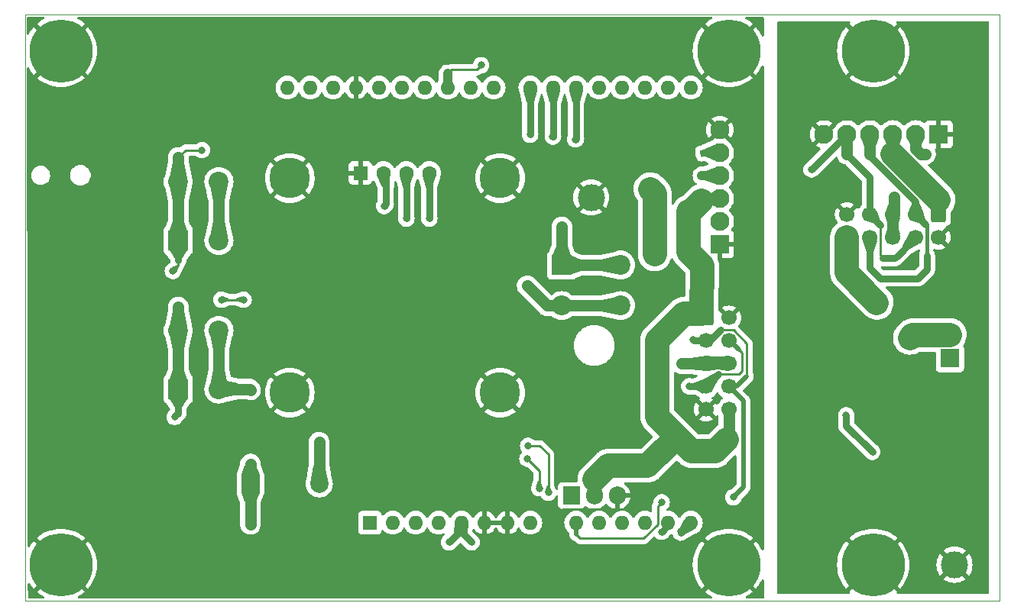
<source format=gbr>
%TF.GenerationSoftware,KiCad,Pcbnew,7.0.5*%
%TF.CreationDate,2024-03-02T19:22:20-05:00*%
%TF.ProjectId,moonratII,6d6f6f6e-7261-4744-9949-2e6b69636164,1.0*%
%TF.SameCoordinates,Original*%
%TF.FileFunction,Copper,L2,Bot*%
%TF.FilePolarity,Positive*%
%FSLAX46Y46*%
G04 Gerber Fmt 4.6, Leading zero omitted, Abs format (unit mm)*
G04 Created by KiCad (PCBNEW 7.0.5) date 2024-03-02 19:22:20*
%MOMM*%
%LPD*%
G01*
G04 APERTURE LIST*
G04 Aperture macros list*
%AMRoundRect*
0 Rectangle with rounded corners*
0 $1 Rounding radius*
0 $2 $3 $4 $5 $6 $7 $8 $9 X,Y pos of 4 corners*
0 Add a 4 corners polygon primitive as box body*
4,1,4,$2,$3,$4,$5,$6,$7,$8,$9,$2,$3,0*
0 Add four circle primitives for the rounded corners*
1,1,$1+$1,$2,$3*
1,1,$1+$1,$4,$5*
1,1,$1+$1,$6,$7*
1,1,$1+$1,$8,$9*
0 Add four rect primitives between the rounded corners*
20,1,$1+$1,$2,$3,$4,$5,0*
20,1,$1+$1,$4,$5,$6,$7,0*
20,1,$1+$1,$6,$7,$8,$9,0*
20,1,$1+$1,$8,$9,$2,$3,0*%
G04 Aperture macros list end*
%TA.AperFunction,ComponentPad*%
%ADD10C,0.800000*%
%TD*%
%TA.AperFunction,ComponentPad*%
%ADD11C,7.000000*%
%TD*%
%TA.AperFunction,ComponentPad*%
%ADD12C,3.000000*%
%TD*%
%TA.AperFunction,ComponentPad*%
%ADD13R,2.200000X2.200000*%
%TD*%
%TA.AperFunction,ComponentPad*%
%ADD14C,2.200000*%
%TD*%
%TA.AperFunction,ComponentPad*%
%ADD15R,2.100000X2.100000*%
%TD*%
%TA.AperFunction,ComponentPad*%
%ADD16C,2.100000*%
%TD*%
%TA.AperFunction,ComponentPad*%
%ADD17RoundRect,0.250000X-0.600000X0.600000X-0.600000X-0.600000X0.600000X-0.600000X0.600000X0.600000X0*%
%TD*%
%TA.AperFunction,ComponentPad*%
%ADD18C,1.700000*%
%TD*%
%TA.AperFunction,ComponentPad*%
%ADD19R,1.905000X2.000000*%
%TD*%
%TA.AperFunction,ComponentPad*%
%ADD20O,1.905000X2.000000*%
%TD*%
%TA.AperFunction,ComponentPad*%
%ADD21R,2.000000X2.000000*%
%TD*%
%TA.AperFunction,ComponentPad*%
%ADD22C,2.000000*%
%TD*%
%TA.AperFunction,ComponentPad*%
%ADD23R,1.600000X1.600000*%
%TD*%
%TA.AperFunction,ComponentPad*%
%ADD24C,1.600000*%
%TD*%
%TA.AperFunction,ComponentPad*%
%ADD25C,4.500000*%
%TD*%
%TA.AperFunction,ComponentPad*%
%ADD26RoundRect,0.250000X-0.600000X-0.600000X0.600000X-0.600000X0.600000X0.600000X-0.600000X0.600000X0*%
%TD*%
%TA.AperFunction,ComponentPad*%
%ADD27O,1.600000X1.600000*%
%TD*%
%TA.AperFunction,ViaPad*%
%ADD28C,0.800000*%
%TD*%
%TA.AperFunction,ViaPad*%
%ADD29C,1.200000*%
%TD*%
%TA.AperFunction,Conductor*%
%ADD30C,1.000000*%
%TD*%
%TA.AperFunction,Conductor*%
%ADD31C,1.270000*%
%TD*%
%TA.AperFunction,Conductor*%
%ADD32C,0.762000*%
%TD*%
%TA.AperFunction,Conductor*%
%ADD33C,0.508000*%
%TD*%
%TA.AperFunction,Conductor*%
%ADD34C,0.254000*%
%TD*%
%TA.AperFunction,Conductor*%
%ADD35C,0.250000*%
%TD*%
%TA.AperFunction,Conductor*%
%ADD36C,2.700000*%
%TD*%
%TA.AperFunction,Conductor*%
%ADD37C,0.381000*%
%TD*%
%TA.AperFunction,Profile*%
%ADD38C,0.100000*%
%TD*%
G04 APERTURE END LIST*
D10*
%TO.P,H2,1,1*%
%TO.N,GND*%
X51375000Y-146000000D03*
X52143845Y-144143845D03*
X52143845Y-147856155D03*
X54000000Y-143375000D03*
D11*
X54000000Y-146000000D03*
D10*
X54000000Y-148625000D03*
X55856155Y-144143845D03*
X55856155Y-147856155D03*
X56625000Y-146000000D03*
%TD*%
D12*
%TO.P,TP2,1,1*%
%TO.N,GND1*%
X153000000Y-146000000D03*
%TD*%
D13*
%TO.P,SW1,1,1*%
%TO.N,BTN_DOWN*%
X67000000Y-110000000D03*
D14*
%TO.P,SW1,2,2*%
X67000000Y-103500000D03*
%TO.P,SW1,3,K*%
%TO.N,+5V*%
X71500000Y-110000000D03*
%TO.P,SW1,4,A*%
X71500000Y-103500000D03*
%TD*%
D10*
%TO.P,H3,1,1*%
%TO.N,GND*%
X125375000Y-146000000D03*
X126143845Y-144143845D03*
X126143845Y-147856155D03*
X128000000Y-143375000D03*
D11*
X128000000Y-146000000D03*
D10*
X128000000Y-148625000D03*
X129856155Y-144143845D03*
X129856155Y-147856155D03*
X130625000Y-146000000D03*
%TD*%
D15*
%TO.P,J9,1,Pin_1*%
%TO.N,GND1*%
X151250000Y-98250000D03*
D16*
%TO.P,J9,2,Pin_2*%
%TO.N,VCCQ*%
X148710000Y-98250000D03*
%TO.P,J9,3,Pin_3*%
%TO.N,HeaterDrive_IB*%
X146170000Y-98250000D03*
%TO.P,J9,4,Pin_4*%
%TO.N,+5P*%
X143630000Y-98250000D03*
%TO.P,J9,5,Pin_5*%
%TO.N,TempOut_IB*%
X141090000Y-98250000D03*
%TO.P,J9,6,Pin_6*%
%TO.N,GND1*%
X138550000Y-98250000D03*
%TD*%
D17*
%TO.P,J10,1,Pin_1*%
%TO.N,HeaterDrive_IB*%
X151250000Y-107125000D03*
D18*
%TO.P,J10,2,Pin_2*%
%TO.N,GND1*%
X151250000Y-109665000D03*
%TO.P,J10,3,Pin_3*%
%TO.N,+5P*%
X148710000Y-107125000D03*
%TO.P,J10,4,Pin_4*%
%TO.N,TempOut_IB*%
X148710000Y-109665000D03*
%TO.P,J10,5,Pin_5*%
%TO.N,VCCQ*%
X146170000Y-107125000D03*
%TO.P,J10,6,Pin_6*%
X146170000Y-109665000D03*
%TO.P,J10,7,Pin_7*%
%TO.N,TempOut_IB*%
X143630000Y-107125000D03*
%TO.P,J10,8,Pin_8*%
%TO.N,+5P*%
X143630000Y-109665000D03*
%TO.P,J10,9,Pin_9*%
%TO.N,GND1*%
X141090000Y-107125000D03*
%TO.P,J10,10,Pin_10*%
%TO.N,HeaterDrive_IB*%
X141090000Y-109665000D03*
%TD*%
D13*
%TO.P,SW3,1,1*%
%TO.N,BTN_UP*%
X67000000Y-126500000D03*
D14*
%TO.P,SW3,2,2*%
X67000000Y-120000000D03*
%TO.P,SW3,3,K*%
%TO.N,+5V*%
X71500000Y-126500000D03*
%TO.P,SW3,4,A*%
X71500000Y-120000000D03*
%TD*%
D15*
%TO.P,J6,1,Pin_1*%
%TO.N,GND*%
X127000000Y-110450000D03*
D16*
%TO.P,J6,2,Pin_2*%
%TO.N,VCC*%
X127000000Y-107910000D03*
%TO.P,J6,3,Pin_3*%
%TO.N,HeaterDrive*%
X127000000Y-105370000D03*
%TO.P,J6,4,Pin_4*%
%TO.N,+5V*%
X127000000Y-102830000D03*
%TO.P,J6,5,Pin_5*%
%TO.N,TempOut*%
X127000000Y-100290000D03*
%TO.P,J6,6,Pin_6*%
%TO.N,GND*%
X127000000Y-97750000D03*
%TD*%
D12*
%TO.P,TP1,1,1*%
%TO.N,GND*%
X112749993Y-105250005D03*
%TD*%
D15*
%TO.P,J11,1,Pin_1*%
%TO.N,VCCQ*%
X152500000Y-123099714D03*
D16*
%TO.P,J11,2,Pin_2*%
%TO.N,Net-(D1-A)*%
X152500000Y-120559714D03*
%TD*%
D10*
%TO.P,H6,1,1*%
%TO.N,GND1*%
X141375000Y-146000000D03*
X142143845Y-144143845D03*
X142143845Y-147856155D03*
X144000000Y-143375000D03*
D11*
X144000000Y-146000000D03*
D10*
X144000000Y-148625000D03*
X145856155Y-144143845D03*
X145856155Y-147856155D03*
X146625000Y-146000000D03*
%TD*%
D19*
%TO.P,Q1,1,G*%
%TO.N,HEATER_ON*%
X110550000Y-138329714D03*
D20*
%TO.P,Q1,2,D*%
%TO.N,HeaterDrive*%
X113090000Y-138329714D03*
%TO.P,Q1,3,S*%
%TO.N,GND*%
X115630000Y-138329714D03*
%TD*%
D10*
%TO.P,H4,1,1*%
%TO.N,GND*%
X125375000Y-89000000D03*
X126143845Y-87143845D03*
X126143845Y-90856155D03*
X128000000Y-86375000D03*
D11*
X128000000Y-89000000D03*
D10*
X128000000Y-91625000D03*
X129856155Y-87143845D03*
X129856155Y-90856155D03*
X130625000Y-89000000D03*
%TD*%
%TO.P,H1,1,1*%
%TO.N,GND*%
X51375000Y-89000000D03*
X52143845Y-87143845D03*
X52143845Y-90856155D03*
X54000000Y-86375000D03*
D11*
X54000000Y-89000000D03*
D10*
X54000000Y-91625000D03*
X55856155Y-87143845D03*
X55856155Y-90856155D03*
X56625000Y-89000000D03*
%TD*%
D21*
%TO.P,BZ1,1,-*%
%TO.N,+5V*%
X75000000Y-137000000D03*
D22*
%TO.P,BZ1,2,+*%
%TO.N,Net-(BZ1-+)*%
X82620000Y-137000000D03*
%TD*%
D23*
%TO.P,J2,1,Pin_1*%
%TO.N,GND*%
X87190000Y-102540000D03*
D24*
%TO.P,J2,2,Pin_2*%
%TO.N,+5V*%
X89730000Y-102540000D03*
%TO.P,J2,3,Pin_3*%
%TO.N,SCL*%
X92270000Y-102540000D03*
%TO.P,J2,4,Pin_4*%
%TO.N,SDA*%
X94810000Y-102540000D03*
D25*
%TO.P,J2,5,Pin_5*%
%TO.N,GND*%
X79350000Y-103100000D03*
%TO.P,J2,6,Pin_6*%
X102650000Y-103100000D03*
%TO.P,J2,7,Pin_7*%
X79350000Y-126900000D03*
%TO.P,J2,8,Pin_8*%
X102650000Y-126900000D03*
%TD*%
D13*
%TO.P,SW2,1,1*%
%TO.N,BTN_SELECT*%
X109500000Y-112750000D03*
D14*
%TO.P,SW2,2,2*%
X116000000Y-112750000D03*
%TO.P,SW2,3,K*%
%TO.N,+5V*%
X109500000Y-117250000D03*
%TO.P,SW2,4,A*%
X116000000Y-117250000D03*
%TD*%
D10*
%TO.P,H5,1,1*%
%TO.N,GND1*%
X141375000Y-89000000D03*
X142143845Y-87143845D03*
X142143845Y-90856155D03*
X144000000Y-86375000D03*
D11*
X144000000Y-89000000D03*
D10*
X144000000Y-91625000D03*
X145856155Y-87143845D03*
X145856155Y-90856155D03*
X146625000Y-89000000D03*
%TD*%
D26*
%TO.P,J5,1,Pin_1*%
%TO.N,HeaterDrive*%
X125460000Y-118600000D03*
D18*
%TO.P,J5,2,Pin_2*%
%TO.N,GND*%
X128000000Y-118600000D03*
%TO.P,J5,3,Pin_3*%
%TO.N,+5V*%
X125460000Y-121140000D03*
%TO.P,J5,4,Pin_4*%
%TO.N,TempOut*%
X128000000Y-121140000D03*
%TO.P,J5,5,Pin_5*%
%TO.N,VCC*%
X125460000Y-123680000D03*
%TO.P,J5,6,Pin_6*%
X128000000Y-123680000D03*
%TO.P,J5,7,Pin_7*%
%TO.N,TempOut*%
X125460000Y-126220000D03*
%TO.P,J5,8,Pin_8*%
%TO.N,+5V*%
X128000000Y-126220000D03*
%TO.P,J5,9,Pin_9*%
%TO.N,GND*%
X125460000Y-128760000D03*
%TO.P,J5,10,Pin_10*%
%TO.N,HeaterDrive*%
X128000000Y-128760000D03*
%TD*%
D23*
%TO.P,A1,1,NC*%
%TO.N,unconnected-(A1-NC-Pad1)*%
X88225000Y-141330000D03*
D27*
%TO.P,A1,2,IOREF*%
%TO.N,unconnected-(A1-IOREF-Pad2)*%
X90765000Y-141330000D03*
%TO.P,A1,3,~{RESET}*%
%TO.N,unconnected-(A1-~{RESET}-Pad3)*%
X93305000Y-141330000D03*
%TO.P,A1,4,3V3*%
%TO.N,unconnected-(A1-3V3-Pad4)*%
X95845000Y-141330000D03*
%TO.P,A1,5,+5V*%
%TO.N,+5V*%
X98385000Y-141330000D03*
%TO.P,A1,6,GND*%
%TO.N,GND*%
X100925000Y-141330000D03*
%TO.P,A1,7,GND*%
X103465000Y-141330000D03*
%TO.P,A1,8,VIN*%
%TO.N,VCC*%
X106005000Y-141330000D03*
%TO.P,A1,9,A0*%
%TO.N,TEMP_IN*%
X111085000Y-141330000D03*
%TO.P,A1,10,A1*%
%TO.N,unconnected-(A1-A1-Pad10)*%
X113625000Y-141330000D03*
%TO.P,A1,11,A2*%
%TO.N,unconnected-(A1-A2-Pad11)*%
X116165000Y-141330000D03*
%TO.P,A1,12,A3*%
%TO.N,unconnected-(A1-A3-Pad12)*%
X118705000Y-141330000D03*
%TO.P,A1,13,SDA/A4*%
%TO.N,SDA*%
X121245000Y-141330000D03*
%TO.P,A1,14,SCL/A5*%
%TO.N,SCL*%
X123785000Y-141330000D03*
%TO.P,A1,15,D0/RX*%
%TO.N,unconnected-(A1-D0{slash}RX-Pad15)*%
X123785000Y-93070000D03*
%TO.P,A1,16,D1/TX*%
%TO.N,unconnected-(A1-D1{slash}TX-Pad16)*%
X121245000Y-93070000D03*
%TO.P,A1,17,D2*%
%TO.N,unconnected-(A1-D2-Pad17)*%
X118705000Y-93070000D03*
%TO.P,A1,18,D3*%
%TO.N,unconnected-(A1-D3-Pad18)*%
X116165000Y-93070000D03*
%TO.P,A1,19,D4*%
%TO.N,unconnected-(A1-D4-Pad19)*%
X113625000Y-93070000D03*
%TO.P,A1,20,D5*%
%TO.N,BTN_SELECT*%
X111085000Y-93070000D03*
%TO.P,A1,21,D6*%
%TO.N,BTN_UP*%
X108545000Y-93070000D03*
%TO.P,A1,22,D7*%
%TO.N,BTN_DOWN*%
X106005000Y-93070000D03*
%TO.P,A1,23,D8*%
%TO.N,Net-(A1-D8)*%
X101945000Y-93070000D03*
%TO.P,A1,24,D9*%
%TO.N,BUZZER_ON*%
X99405000Y-93070000D03*
%TO.P,A1,25,D10*%
%TO.N,Net-(A1-D10)*%
X96865000Y-93070000D03*
%TO.P,A1,26,D11*%
%TO.N,unconnected-(A1-D11-Pad26)*%
X94325000Y-93070000D03*
%TO.P,A1,27,D12*%
%TO.N,unconnected-(A1-D12-Pad27)*%
X91785000Y-93070000D03*
%TO.P,A1,28,D13*%
%TO.N,unconnected-(A1-D13-Pad28)*%
X89245000Y-93070000D03*
%TO.P,A1,29,GND*%
%TO.N,GND*%
X86705000Y-93070000D03*
%TO.P,A1,30,AREF*%
%TO.N,unconnected-(A1-AREF-Pad30)*%
X84165000Y-93070000D03*
%TO.P,A1,31,SDA/A4*%
%TO.N,unconnected-(A1-SDA{slash}A4-Pad31)*%
X81625000Y-93070000D03*
%TO.P,A1,32,SCL/A5*%
%TO.N,unconnected-(A1-SCL{slash}A5-Pad32)*%
X79085000Y-93070000D03*
%TD*%
D28*
%TO.N,+5V*%
X75000000Y-126600000D03*
X128500000Y-138500000D03*
X124019000Y-121000951D03*
X75000000Y-134800000D03*
X125000000Y-102830000D03*
X99500000Y-143500000D03*
X105650000Y-115200000D03*
X89800000Y-106200000D03*
X97000000Y-143500000D03*
X75000000Y-141500000D03*
%TO.N,GND*%
X126700000Y-127800000D03*
X97800000Y-109200000D03*
X104050000Y-133725000D03*
X103934000Y-91707714D03*
X93120000Y-126229714D03*
X87931998Y-94120714D03*
X118616155Y-118231000D03*
X107000000Y-111000000D03*
X125000000Y-130500000D03*
X117800000Y-137829714D03*
X77264000Y-93739714D03*
X116200000Y-102200000D03*
X128300000Y-136829714D03*
X121550000Y-136829714D03*
X96040000Y-132419714D03*
X85392000Y-94120714D03*
X122550000Y-100079714D03*
X117400000Y-110400000D03*
X88059000Y-91834714D03*
X99200000Y-103329714D03*
X106100000Y-103600000D03*
X117300000Y-107200000D03*
X127800000Y-113829714D03*
X93600000Y-110200000D03*
X101250879Y-98384281D03*
X70406000Y-93231714D03*
X126800000Y-135829714D03*
X128050000Y-116329714D03*
X124050000Y-138079714D03*
X123489658Y-128574284D03*
D29*
%TO.N,VCC*%
X119800000Y-111579714D03*
D28*
X122784000Y-123680000D03*
D29*
X119309576Y-104339290D03*
D28*
%TO.N,TEMP_IN*%
X120550000Y-139079714D03*
%TO.N,SDA*%
X120550000Y-142329714D03*
X108000000Y-138000000D03*
X105765000Y-132799444D03*
X94810000Y-107600000D03*
%TO.N,SCL*%
X107000000Y-137500000D03*
X105680000Y-134229714D03*
X92270000Y-107600000D03*
X122660000Y-142265500D03*
%TO.N,BTN_SELECT*%
X110999997Y-98819717D03*
X109500000Y-108500000D03*
%TO.N,BTN_UP*%
X67000000Y-117400000D03*
X108500000Y-98519712D03*
X74234500Y-116600000D03*
X71765500Y-116600000D03*
X66600000Y-129600000D03*
%TO.N,BTN_DOWN*%
X69600000Y-100000000D03*
X66400000Y-113400000D03*
X105980000Y-98279714D03*
%TO.N,Net-(A1-D10)*%
X100550000Y-90579714D03*
%TO.N,HeaterDrive*%
X125000000Y-105600000D03*
%TO.N,Net-(BZ1-+)*%
X82600000Y-132400000D03*
%TO.N,TempOut*%
X123600000Y-126200000D03*
D29*
%TO.N,Net-(D1-A)*%
X148050000Y-120829714D03*
%TO.N,HeaterDrive_IB*%
X144400001Y-116929715D03*
D28*
%TO.N,GND1*%
X139800000Y-102579714D03*
X138430000Y-109220000D03*
X147100000Y-140429714D03*
X143403516Y-139126198D03*
X148590000Y-112395000D03*
X143600000Y-135029714D03*
X141951122Y-105005524D03*
X149146000Y-139078714D03*
X139065000Y-106045000D03*
D29*
%TO.N,VCCQ*%
X149800050Y-100450000D03*
X146304000Y-105156000D03*
D28*
%TO.N,+5P*%
X143900000Y-133475214D03*
X144800000Y-114229714D03*
X141000000Y-129429714D03*
%TO.N,TempOut_IB*%
X137160000Y-102158800D03*
%TD*%
D30*
%TO.N,+5V*%
X125000000Y-102830000D02*
X127000000Y-102830000D01*
D31*
X71500000Y-120000000D02*
X71500000Y-126500000D01*
D32*
X98385000Y-141330000D02*
X98385000Y-142115000D01*
X89800000Y-106200000D02*
X90000000Y-106000000D01*
D33*
X129604000Y-127824000D02*
X128000000Y-126220000D01*
D32*
X125873000Y-121140000D02*
X127050000Y-119963000D01*
X97000000Y-143500000D02*
X98385000Y-142115000D01*
X125460000Y-121140000D02*
X125873000Y-121140000D01*
D31*
X75000000Y-137000000D02*
X75000000Y-141500000D01*
D32*
X99500000Y-143500000D02*
X98385000Y-142385000D01*
D31*
X105650000Y-115050000D02*
X107850000Y-117250000D01*
D32*
X125460000Y-121140000D02*
X124158049Y-121140000D01*
X90000000Y-106000000D02*
X90000000Y-102810000D01*
D31*
X75000000Y-137000000D02*
X75000000Y-134800000D01*
D33*
X128500000Y-138500000D02*
X129604000Y-137396000D01*
D34*
X130000000Y-121475470D02*
X128487530Y-119963000D01*
D32*
X98385000Y-142385000D02*
X98385000Y-141330000D01*
D31*
X71500000Y-103500000D02*
X71500000Y-110000000D01*
D33*
X129604000Y-137396000D02*
X129604000Y-127824000D01*
D31*
X74900000Y-126500000D02*
X75000000Y-126600000D01*
X109500000Y-117250000D02*
X116000000Y-117250000D01*
D32*
X90000000Y-102810000D02*
X89730000Y-102540000D01*
D31*
X71500000Y-126500000D02*
X74900000Y-126500000D01*
D34*
X128880000Y-126220000D02*
X128000000Y-126220000D01*
X128487530Y-119963000D02*
X127050000Y-119963000D01*
D33*
X130000000Y-125100000D02*
X128880000Y-126220000D01*
D31*
X107850000Y-117250000D02*
X109500000Y-117250000D01*
D32*
X124158049Y-121140000D02*
X124019000Y-121000951D01*
D34*
X130000000Y-125100000D02*
X130000000Y-121475470D01*
D35*
%TO.N,GND*%
X117790000Y-138329714D02*
X115630000Y-138329714D01*
X109649000Y-139840714D02*
X117777000Y-139840714D01*
X103426000Y-143650714D02*
X104061000Y-144285714D01*
X108252000Y-141237714D02*
X109649000Y-139840714D01*
X107744000Y-144285714D02*
X108252000Y-143777714D01*
X118285000Y-139332714D02*
X118285000Y-138824714D01*
X117777000Y-139840714D02*
X118285000Y-139332714D01*
X104061000Y-144285714D02*
X107744000Y-144285714D01*
X108252000Y-143777714D02*
X108252000Y-141237714D01*
X118285000Y-138824714D02*
X117790000Y-138329714D01*
X103465000Y-143611714D02*
X103426000Y-143650714D01*
X103465000Y-141330000D02*
X103465000Y-143611714D01*
D31*
%TO.N,VCC*%
X125460000Y-123680000D02*
X125499000Y-123641000D01*
X125460000Y-123680000D02*
X122784000Y-123680000D01*
X127961000Y-123641000D02*
X128000000Y-123680000D01*
D36*
X119800000Y-111579714D02*
X119800000Y-104829714D01*
X119800000Y-104829714D02*
X119309576Y-104339290D01*
D31*
X125499000Y-123641000D02*
X127961000Y-123641000D01*
D35*
%TO.N,TEMP_IN*%
X120120000Y-141505991D02*
X120120000Y-139509714D01*
X118546277Y-143079714D02*
X120120000Y-141505991D01*
D33*
X111085000Y-142614714D02*
X111085000Y-141330000D01*
D35*
X120120000Y-139509714D02*
X120550000Y-139079714D01*
X111550000Y-143079714D02*
X111085000Y-142614714D01*
X118546277Y-143079714D02*
X111550000Y-143079714D01*
D32*
%TO.N,SDA*%
X121245000Y-141634714D02*
X120550000Y-142329714D01*
D35*
X108000000Y-133750000D02*
X107049444Y-132799444D01*
D32*
X94810000Y-102540000D02*
X94810000Y-107600000D01*
X121245000Y-141330000D02*
X121245000Y-141634714D01*
D35*
X107049444Y-132799444D02*
X105765000Y-132799444D01*
X108000000Y-138000000D02*
X108000000Y-133750000D01*
D32*
%TO.N,SCL*%
X123785000Y-141330000D02*
X122660000Y-142455000D01*
D35*
X107000000Y-137500000D02*
X107000000Y-135549714D01*
D32*
X92270000Y-107600000D02*
X92270000Y-102540000D01*
D35*
X107000000Y-135549714D02*
X105680000Y-134229714D01*
D31*
%TO.N,BTN_SELECT*%
X109500000Y-112750000D02*
X116000000Y-112750000D01*
D32*
X111085000Y-93070000D02*
X111085000Y-98734714D01*
X111085000Y-98734714D02*
X110999997Y-98819717D01*
D31*
X109500000Y-108500000D02*
X109500000Y-112750000D01*
%TO.N,BTN_UP*%
X67000000Y-117400000D02*
X67000000Y-120000000D01*
D35*
X66600000Y-129600000D02*
X67000000Y-129200000D01*
D31*
X67000000Y-120000000D02*
X67000000Y-126500000D01*
D32*
X108500000Y-98519712D02*
X108545000Y-98474712D01*
X67000000Y-129200000D02*
X67000000Y-126500000D01*
X108545000Y-98474712D02*
X108545000Y-93070000D01*
D35*
X71765500Y-116600000D02*
X74234500Y-116600000D01*
D31*
%TO.N,BTN_DOWN*%
X67000000Y-103500000D02*
X67000000Y-100800000D01*
D32*
X67000000Y-112200000D02*
X67000000Y-110000000D01*
D35*
X67000000Y-112800000D02*
X67000000Y-112200000D01*
D34*
X67800000Y-100000000D02*
X69600000Y-100000000D01*
X67000000Y-100800000D02*
X67800000Y-100000000D01*
D32*
X106005000Y-98254714D02*
X106005000Y-93070000D01*
X105980000Y-98279714D02*
X106005000Y-98254714D01*
D31*
X67000000Y-103500000D02*
X67000000Y-110000000D01*
D35*
X66400000Y-113400000D02*
X67000000Y-112800000D01*
%TO.N,Net-(A1-D10)*%
X96865000Y-91514714D02*
X97300000Y-91079714D01*
D30*
X96865000Y-93070000D02*
X96865000Y-91514714D01*
D35*
X97300000Y-91079714D02*
X100050000Y-91079714D01*
X100050000Y-91079714D02*
X100550000Y-90579714D01*
D36*
%TO.N,HeaterDrive*%
X122000000Y-131500000D02*
X123900000Y-133400000D01*
D31*
X125460000Y-118599998D02*
X125000002Y-118140000D01*
D36*
X125050000Y-112829714D02*
X125000000Y-112829708D01*
D37*
X125230000Y-105370000D02*
X125000000Y-105600000D01*
D31*
X128000000Y-128760000D02*
X128000000Y-131879714D01*
D36*
X123550000Y-106829714D02*
X123770286Y-106829714D01*
D31*
X127000000Y-105370000D02*
X125230000Y-105370000D01*
D36*
X120050000Y-129550000D02*
X120050000Y-121079714D01*
X126479714Y-133400000D02*
X127800000Y-132079714D01*
X122989714Y-118140000D02*
X125000002Y-118140000D01*
X114629714Y-135000000D02*
X113090000Y-136539714D01*
D32*
X128000000Y-131879714D02*
X127800000Y-132079714D01*
D36*
X122000000Y-131500000D02*
X120050000Y-129550000D01*
D31*
X113090000Y-136539714D02*
X113090000Y-138329714D01*
X125460000Y-118600000D02*
X125460000Y-118599998D01*
D36*
X123550000Y-111329714D02*
X123550000Y-106829714D01*
X123770286Y-106829714D02*
X125000000Y-105600000D01*
X119000000Y-135000000D02*
X114629714Y-135000000D01*
X125050000Y-112829714D02*
X123550000Y-111329714D01*
X125000000Y-118140000D02*
X125050000Y-112829714D01*
D32*
X122000000Y-132000000D02*
X122000000Y-131500000D01*
D36*
X122000000Y-132000000D02*
X119000000Y-135000000D01*
X120050000Y-121079714D02*
X122989714Y-118140000D01*
X123900000Y-133400000D02*
X126479714Y-133400000D01*
D31*
%TO.N,Net-(BZ1-+)*%
X82620000Y-137000000D02*
X82600000Y-136980000D01*
X82600000Y-136980000D02*
X82600000Y-132400000D01*
D33*
%TO.N,TempOut*%
X128000000Y-121140000D02*
X128140000Y-121140000D01*
D34*
X129500000Y-122500000D02*
X129500000Y-124500000D01*
X129500000Y-124500000D02*
X129143000Y-124857000D01*
D33*
X128140000Y-121140000D02*
X129100000Y-122100000D01*
X123780000Y-126220000D02*
X123800000Y-126200000D01*
D34*
X129143000Y-124857000D02*
X126823000Y-124857000D01*
X129100000Y-122100000D02*
X129500000Y-122500000D01*
D33*
X123800000Y-126200000D02*
X123600000Y-126200000D01*
D32*
X125460000Y-126220000D02*
X123780000Y-126220000D01*
X126823000Y-124857000D02*
X125460000Y-126220000D01*
D36*
%TO.N,Net-(D1-A)*%
X148050000Y-120829714D02*
X148380000Y-120499714D01*
X148380000Y-120499714D02*
X152500000Y-120499714D01*
%TO.N,HeaterDrive_IB*%
X141090000Y-109665000D02*
X141090000Y-113619714D01*
X146170000Y-100450000D02*
X151250000Y-105530000D01*
D33*
X146304000Y-98552000D02*
X146304000Y-98384000D01*
D36*
X141090000Y-113619714D02*
X144400001Y-116929715D01*
D32*
X151250000Y-105530000D02*
X151250000Y-107125000D01*
D33*
X146304000Y-98384000D02*
X146170000Y-98250000D01*
D31*
X146170000Y-98250000D02*
X146170000Y-100450000D01*
D35*
%TO.N,VCCQ*%
X148710000Y-99600497D02*
X148710000Y-99860000D01*
D31*
X148710000Y-99860000D02*
X149300000Y-100450000D01*
X149300000Y-100450000D02*
X149800050Y-100450000D01*
D35*
X148978000Y-100450000D02*
X149800050Y-100450000D01*
D31*
X146170000Y-107125000D02*
X146170000Y-109665000D01*
D35*
X146304000Y-106991000D02*
X146170000Y-107125000D01*
D31*
X148710000Y-98250000D02*
X148710000Y-99860000D01*
D35*
X148844000Y-100584000D02*
X148978000Y-100450000D01*
X148776117Y-100450000D02*
X149800050Y-100450000D01*
D31*
X146304000Y-105156000D02*
X146304000Y-106991000D01*
D32*
%TO.N,+5P*%
X143630000Y-100659714D02*
X148710000Y-105739714D01*
X148710000Y-105739714D02*
X148710000Y-107125000D01*
X143630000Y-100450000D02*
X143630000Y-100659714D01*
X143630000Y-113099200D02*
X144760514Y-114229714D01*
X143630000Y-109665000D02*
X143630000Y-113099200D01*
D31*
X143630000Y-98250000D02*
X143630000Y-100450000D01*
D32*
X149950500Y-111700000D02*
X149950500Y-113249500D01*
D35*
X149885000Y-108229000D02*
X149860000Y-108204000D01*
D32*
X149789000Y-108204000D02*
X148710000Y-107125000D01*
X141000000Y-129429714D02*
X141000000Y-130575214D01*
X141000000Y-130575214D02*
X143900000Y-133475214D01*
X149950500Y-113249500D02*
X148970286Y-114229714D01*
D37*
X149950500Y-111700000D02*
X149950500Y-108294500D01*
D35*
X149860000Y-108204000D02*
X149789000Y-108204000D01*
D32*
X144800000Y-114229714D02*
X144760514Y-114229714D01*
X148970286Y-114229714D02*
X144800000Y-114229714D01*
%TO.N,TempOut_IB*%
X143630000Y-102990000D02*
X141090000Y-100450000D01*
X141068800Y-98250000D02*
X137160000Y-102158800D01*
D34*
X144807000Y-108302000D02*
X144807000Y-111733000D01*
D31*
X141090000Y-100450000D02*
X141090000Y-98250000D01*
D32*
X145074000Y-112000000D02*
X146375000Y-112000000D01*
D34*
X146375000Y-112000000D02*
X146615000Y-111760000D01*
D32*
X143630000Y-107125000D02*
X144807000Y-108302000D01*
X143630000Y-107125000D02*
X143630000Y-102990000D01*
X146615000Y-111760000D02*
X148710000Y-109665000D01*
D34*
X144807000Y-111733000D02*
X145074000Y-112000000D01*
%TD*%
%TA.AperFunction,Conductor*%
%TO.N,BTN_DOWN*%
G36*
X66883014Y-112751643D02*
G01*
X67048356Y-112916985D01*
X67051783Y-112925258D01*
X67050747Y-112930071D01*
X66774206Y-113542760D01*
X66767679Y-113548891D01*
X66759090Y-113548767D01*
X66403804Y-113402563D01*
X66397457Y-113396245D01*
X66397436Y-113396195D01*
X66251232Y-113040909D01*
X66251253Y-113031955D01*
X66257237Y-113025794D01*
X66869928Y-112749251D01*
X66878878Y-112748972D01*
X66883014Y-112751643D01*
G37*
%TD.AperFunction*%
%TD*%
%TA.AperFunction,Conductor*%
%TO.N,HeaterDrive_IB*%
G36*
X141092438Y-109664002D02*
G01*
X141926742Y-109664984D01*
X141935011Y-109668421D01*
X141938428Y-109676698D01*
X141938336Y-109678152D01*
X141726294Y-111354768D01*
X141721856Y-111362546D01*
X141714686Y-111365000D01*
X140465314Y-111365000D01*
X140457041Y-111361573D01*
X140453706Y-111354768D01*
X140241663Y-109678152D01*
X140244025Y-109669514D01*
X140251803Y-109665076D01*
X140253250Y-109664984D01*
X141089999Y-109664000D01*
X141092438Y-109664002D01*
G37*
%TD.AperFunction*%
%TD*%
%TA.AperFunction,Conductor*%
%TO.N,Net-(BZ1-+)*%
G36*
X83233614Y-135007405D02*
G01*
X83236829Y-135013462D01*
X83617318Y-136986098D01*
X83615520Y-136994871D01*
X83608046Y-136999802D01*
X83605842Y-137000014D01*
X82620000Y-137000999D01*
X81633881Y-137000013D01*
X81625612Y-136996578D01*
X81622193Y-136988301D01*
X81622363Y-136986325D01*
X81963322Y-135013684D01*
X81968108Y-135006117D01*
X81974851Y-135003978D01*
X83225341Y-135003978D01*
X83233614Y-135007405D01*
G37*
%TD.AperFunction*%
%TD*%
%TA.AperFunction,Conductor*%
%TO.N,SDA*%
G36*
X95539561Y-102842181D02*
G01*
X95545886Y-102848520D01*
X95546347Y-102856106D01*
X95193374Y-104131421D01*
X95187865Y-104138480D01*
X95182098Y-104140000D01*
X94437902Y-104140000D01*
X94429629Y-104136573D01*
X94426626Y-104131421D01*
X94073652Y-102856106D01*
X94074748Y-102847218D01*
X94080436Y-102842182D01*
X94805512Y-102540864D01*
X94814461Y-102540854D01*
X95539561Y-102842181D01*
G37*
%TD.AperFunction*%
%TD*%
%TA.AperFunction,Conductor*%
%TO.N,GND*%
G36*
X51908350Y-147758610D02*
G01*
X51888947Y-147856155D01*
X51908350Y-147953700D01*
X51963605Y-148036395D01*
X52046300Y-148091650D01*
X52119221Y-148106155D01*
X52168469Y-148106155D01*
X52241390Y-148091650D01*
X52303205Y-148050346D01*
X51353622Y-148999929D01*
X51353622Y-148999930D01*
X51459367Y-149095771D01*
X51775041Y-149329890D01*
X52086140Y-149516356D01*
X52133522Y-149567705D01*
X52145620Y-149636519D01*
X52118594Y-149700950D01*
X52061025Y-149740542D01*
X52022391Y-149746714D01*
X50463756Y-149746714D01*
X50396717Y-149727029D01*
X50350962Y-149674225D01*
X50339756Y-149622958D01*
X50339721Y-149605067D01*
X50336792Y-148117168D01*
X50356344Y-148050095D01*
X50409058Y-148004236D01*
X50478196Y-147994157D01*
X50541809Y-148023056D01*
X50567149Y-148053180D01*
X50670109Y-148224958D01*
X50904228Y-148540632D01*
X51000068Y-148646376D01*
X51000069Y-148646376D01*
X51949660Y-147696784D01*
X51908350Y-147758610D01*
G37*
%TD.AperFunction*%
%TA.AperFunction,Conductor*%
G36*
X103005507Y-141120156D02*
G01*
X102965000Y-141258111D01*
X102965000Y-141401889D01*
X103005507Y-141539844D01*
X103031314Y-141580000D01*
X101358686Y-141580000D01*
X101384493Y-141539844D01*
X101425000Y-141401889D01*
X101425000Y-141258111D01*
X101384493Y-141120156D01*
X101358686Y-141080000D01*
X103031314Y-141080000D01*
X103005507Y-141120156D01*
G37*
%TD.AperFunction*%
%TA.AperFunction,Conductor*%
G36*
X112137018Y-139488907D02*
G01*
X112153756Y-139499887D01*
X112278992Y-139597363D01*
X112288170Y-139604506D01*
X112501112Y-139719744D01*
X112614228Y-139758577D01*
X112730113Y-139798361D01*
X112730115Y-139798361D01*
X112730117Y-139798362D01*
X112968938Y-139838214D01*
X112968939Y-139838214D01*
X113194893Y-139838214D01*
X113261932Y-139857899D01*
X113307687Y-139910703D01*
X113317631Y-139979861D01*
X113288606Y-140043417D01*
X113229828Y-140081191D01*
X113226986Y-140081989D01*
X113175764Y-140095713D01*
X113175750Y-140095718D01*
X112968254Y-140192475D01*
X112968252Y-140192476D01*
X112968249Y-140192477D01*
X112968251Y-140192477D01*
X112780700Y-140323802D01*
X112780698Y-140323803D01*
X112780695Y-140323806D01*
X112618806Y-140485695D01*
X112487476Y-140673252D01*
X112467380Y-140716347D01*
X112421207Y-140768785D01*
X112354013Y-140787936D01*
X112287132Y-140767719D01*
X112242618Y-140716345D01*
X112222523Y-140673251D01*
X112091198Y-140485700D01*
X111929300Y-140323802D01*
X111741749Y-140192477D01*
X111712303Y-140178746D01*
X111534249Y-140095718D01*
X111534235Y-140095713D01*
X111483014Y-140081989D01*
X111423353Y-140045624D01*
X111392824Y-139982777D01*
X111401119Y-139913402D01*
X111445604Y-139859524D01*
X111512156Y-139838249D01*
X111515107Y-139838214D01*
X111551138Y-139838214D01*
X111551154Y-139838213D01*
X111578192Y-139835305D01*
X111611701Y-139831703D01*
X111748704Y-139780603D01*
X111865761Y-139692975D01*
X111953389Y-139575918D01*
X111961413Y-139554404D01*
X112003281Y-139498474D01*
X112068745Y-139474056D01*
X112137018Y-139488907D01*
G37*
%TD.AperFunction*%
%TA.AperFunction,Conductor*%
G36*
X122107225Y-124601850D02*
G01*
X122179446Y-124656389D01*
X122369150Y-124750850D01*
X122572982Y-124808845D01*
X122731132Y-124823500D01*
X123682346Y-124823500D01*
X123701383Y-124825382D01*
X123701409Y-124825180D01*
X123705801Y-124825735D01*
X123705803Y-124825736D01*
X124411719Y-124915013D01*
X124475757Y-124942952D01*
X124514525Y-125001080D01*
X124515713Y-125070939D01*
X124478943Y-125130351D01*
X124441127Y-125153591D01*
X124008198Y-125322059D01*
X123963230Y-125330500D01*
X123891998Y-125330500D01*
X123866217Y-125327790D01*
X123695487Y-125291500D01*
X123504513Y-125291500D01*
X123317714Y-125331205D01*
X123272479Y-125351345D01*
X123147624Y-125406934D01*
X123143246Y-125408883D01*
X122988745Y-125521135D01*
X122860959Y-125663057D01*
X122765473Y-125828443D01*
X122765470Y-125828450D01*
X122706459Y-126010068D01*
X122706458Y-126010072D01*
X122686496Y-126200000D01*
X122706458Y-126389928D01*
X122706459Y-126389931D01*
X122765470Y-126571549D01*
X122765473Y-126571556D01*
X122860960Y-126736944D01*
X122988747Y-126878866D01*
X123143248Y-126991118D01*
X123317712Y-127068794D01*
X123504513Y-127108500D01*
X123695482Y-127108500D01*
X123695487Y-127108500D01*
X123695491Y-127108498D01*
X123696698Y-127108372D01*
X123722638Y-127108371D01*
X123733380Y-127109500D01*
X124208569Y-127109500D01*
X124266970Y-127124114D01*
X124755859Y-127385129D01*
X124805726Y-127434067D01*
X124821220Y-127502197D01*
X124797420Y-127567889D01*
X124768581Y-127596090D01*
X124698626Y-127645072D01*
X124698625Y-127645072D01*
X125327466Y-128273913D01*
X125317685Y-128275320D01*
X125186900Y-128335048D01*
X125078239Y-128429202D01*
X125000507Y-128550156D01*
X124976923Y-128630475D01*
X124345072Y-127998625D01*
X124286401Y-128082419D01*
X124186570Y-128296507D01*
X124186566Y-128296516D01*
X124125432Y-128524673D01*
X124125430Y-128524684D01*
X124104843Y-128759998D01*
X124104843Y-128760001D01*
X124125430Y-128995315D01*
X124125432Y-128995326D01*
X124186566Y-129223483D01*
X124186570Y-129223492D01*
X124286400Y-129437579D01*
X124286402Y-129437583D01*
X124345072Y-129521373D01*
X124345073Y-129521373D01*
X124976923Y-128889523D01*
X125000507Y-128969844D01*
X125078239Y-129090798D01*
X125186900Y-129184952D01*
X125317685Y-129244680D01*
X125327466Y-129246086D01*
X124698625Y-129874925D01*
X124782421Y-129933599D01*
X124996507Y-130033429D01*
X124996516Y-130033433D01*
X125224673Y-130094567D01*
X125224684Y-130094569D01*
X125459998Y-130115157D01*
X125460002Y-130115157D01*
X125695315Y-130094569D01*
X125695326Y-130094567D01*
X125923483Y-130033433D01*
X125923492Y-130033429D01*
X126137578Y-129933600D01*
X126137582Y-129933598D01*
X126221373Y-129874926D01*
X126221373Y-129874925D01*
X125592533Y-129246086D01*
X125602315Y-129244680D01*
X125733100Y-129184952D01*
X125841761Y-129090798D01*
X125919493Y-128969844D01*
X125943076Y-128889524D01*
X126574925Y-129521373D01*
X126624868Y-129450048D01*
X126679445Y-129406424D01*
X126748944Y-129399231D01*
X126811298Y-129430753D01*
X126830250Y-129453348D01*
X126836306Y-129462617D01*
X126856495Y-129529507D01*
X126856499Y-129530441D01*
X126856499Y-130403263D01*
X126836814Y-130470302D01*
X126803397Y-130503564D01*
X126803989Y-130504361D01*
X126582026Y-130669371D01*
X126582016Y-130669380D01*
X125746217Y-131505181D01*
X125684894Y-131538666D01*
X125658536Y-131541500D01*
X124721178Y-131541500D01*
X124654139Y-131521815D01*
X124633497Y-131505181D01*
X123266131Y-130137815D01*
X122621841Y-129493525D01*
X121944816Y-128816500D01*
X121911333Y-128755180D01*
X121908500Y-128728831D01*
X121908500Y-124700804D01*
X121928185Y-124633766D01*
X121980989Y-124588011D01*
X122050147Y-124578067D01*
X122107225Y-124601850D01*
G37*
%TD.AperFunction*%
%TA.AperFunction,Conductor*%
G36*
X126811905Y-126893515D02*
G01*
X126833804Y-126918787D01*
X126924278Y-127057268D01*
X126924283Y-127057273D01*
X126924284Y-127057276D01*
X127076756Y-127222902D01*
X127076761Y-127222907D01*
X127089089Y-127232502D01*
X127254424Y-127361189D01*
X127254429Y-127361191D01*
X127254431Y-127361193D01*
X127290930Y-127380946D01*
X127340520Y-127430165D01*
X127355628Y-127498382D01*
X127331457Y-127563937D01*
X127290930Y-127599054D01*
X127254431Y-127618806D01*
X127254422Y-127618812D01*
X127076761Y-127757092D01*
X127076756Y-127757097D01*
X126924284Y-127922723D01*
X126924280Y-127922729D01*
X126830250Y-128066651D01*
X126777103Y-128112007D01*
X126707872Y-128121430D01*
X126644536Y-128091927D01*
X126624866Y-128069951D01*
X126574924Y-127998626D01*
X125943076Y-128630475D01*
X125919493Y-128550156D01*
X125841761Y-128429202D01*
X125733100Y-128335048D01*
X125602315Y-128275320D01*
X125592533Y-128273913D01*
X126221373Y-127645073D01*
X126221373Y-127645072D01*
X126150199Y-127595236D01*
X126106574Y-127540659D01*
X126099380Y-127471161D01*
X126130903Y-127408806D01*
X126162305Y-127384606D01*
X126169068Y-127380946D01*
X126205576Y-127361189D01*
X126383240Y-127222906D01*
X126490397Y-127106504D01*
X126535715Y-127057276D01*
X126535715Y-127057275D01*
X126535722Y-127057268D01*
X126626193Y-126918790D01*
X126679338Y-126873437D01*
X126748569Y-126864013D01*
X126811905Y-126893515D01*
G37*
%TD.AperFunction*%
%TA.AperFunction,Conductor*%
G36*
X126128809Y-85250399D02*
G01*
X126174564Y-85303203D01*
X126184508Y-85372361D01*
X126155483Y-85435917D01*
X126114787Y-85466809D01*
X126112135Y-85468063D01*
X125775041Y-85670109D01*
X125459368Y-85904228D01*
X125353622Y-86000069D01*
X126303209Y-86949656D01*
X126241390Y-86908350D01*
X126168469Y-86893845D01*
X126119221Y-86893845D01*
X126046300Y-86908350D01*
X125963605Y-86963605D01*
X125908350Y-87046300D01*
X125888947Y-87143845D01*
X125908350Y-87241390D01*
X125949656Y-87303209D01*
X125000069Y-86353622D01*
X124904228Y-86459368D01*
X124670109Y-86775041D01*
X124468062Y-87112135D01*
X124300023Y-87467424D01*
X124300016Y-87467440D01*
X124167625Y-87837450D01*
X124072129Y-88218691D01*
X124014461Y-88607449D01*
X123995176Y-88999999D01*
X124014461Y-89392550D01*
X124072129Y-89781308D01*
X124167625Y-90162549D01*
X124300016Y-90532559D01*
X124300023Y-90532575D01*
X124468062Y-90887864D01*
X124670109Y-91224958D01*
X124904228Y-91540632D01*
X125000068Y-91646376D01*
X125000069Y-91646376D01*
X125949658Y-90696786D01*
X125908350Y-90758610D01*
X125888947Y-90856155D01*
X125908350Y-90953700D01*
X125963605Y-91036395D01*
X126046300Y-91091650D01*
X126119221Y-91106155D01*
X126168469Y-91106155D01*
X126241390Y-91091650D01*
X126303205Y-91050346D01*
X125353622Y-91999929D01*
X125353622Y-91999930D01*
X125459367Y-92095771D01*
X125775041Y-92329890D01*
X126112135Y-92531937D01*
X126467424Y-92699976D01*
X126467440Y-92699983D01*
X126837450Y-92832374D01*
X127218691Y-92927870D01*
X127607449Y-92985538D01*
X128000000Y-93004823D01*
X128392550Y-92985538D01*
X128781308Y-92927870D01*
X129162549Y-92832374D01*
X129532559Y-92699983D01*
X129532575Y-92699976D01*
X129887864Y-92531937D01*
X130224958Y-92329890D01*
X130540632Y-92095770D01*
X130646376Y-91999929D01*
X129696790Y-91050343D01*
X129758610Y-91091650D01*
X129831531Y-91106155D01*
X129880779Y-91106155D01*
X129953700Y-91091650D01*
X130036395Y-91036395D01*
X130091650Y-90953700D01*
X130111053Y-90856155D01*
X130091650Y-90758610D01*
X130050343Y-90696790D01*
X130999929Y-91646376D01*
X131095770Y-91540632D01*
X131329890Y-91224958D01*
X131531937Y-90887864D01*
X131637905Y-90663814D01*
X131684363Y-90611627D01*
X131751660Y-90592842D01*
X131818430Y-90613422D01*
X131863474Y-90666834D01*
X131874000Y-90716831D01*
X131874000Y-144283168D01*
X131854315Y-144350207D01*
X131801511Y-144395962D01*
X131732353Y-144405906D01*
X131668797Y-144376881D01*
X131637905Y-144336185D01*
X131531937Y-144112135D01*
X131329890Y-143775041D01*
X131095771Y-143459367D01*
X130999930Y-143353622D01*
X130999929Y-143353622D01*
X130050346Y-144303204D01*
X130091650Y-144241390D01*
X130111053Y-144143845D01*
X130091650Y-144046300D01*
X130036395Y-143963605D01*
X129953700Y-143908350D01*
X129880779Y-143893845D01*
X129831531Y-143893845D01*
X129758610Y-143908350D01*
X129696787Y-143949658D01*
X130646376Y-143000069D01*
X130646376Y-143000068D01*
X130540632Y-142904228D01*
X130224958Y-142670109D01*
X129887864Y-142468062D01*
X129532575Y-142300023D01*
X129532559Y-142300016D01*
X129162549Y-142167625D01*
X128781308Y-142072129D01*
X128392550Y-142014461D01*
X128000000Y-141995176D01*
X127607449Y-142014461D01*
X127218691Y-142072129D01*
X126837450Y-142167625D01*
X126467440Y-142300016D01*
X126467424Y-142300023D01*
X126112135Y-142468062D01*
X125775041Y-142670109D01*
X125459368Y-142904228D01*
X125353622Y-143000069D01*
X126303209Y-143949656D01*
X126241390Y-143908350D01*
X126168469Y-143893845D01*
X126119221Y-143893845D01*
X126046300Y-143908350D01*
X125963605Y-143963605D01*
X125908350Y-144046300D01*
X125888947Y-144143845D01*
X125908350Y-144241390D01*
X125949656Y-144303209D01*
X125000069Y-143353622D01*
X124904228Y-143459368D01*
X124670109Y-143775041D01*
X124468062Y-144112135D01*
X124300023Y-144467424D01*
X124300016Y-144467440D01*
X124167625Y-144837450D01*
X124072129Y-145218691D01*
X124014461Y-145607449D01*
X123995176Y-145999999D01*
X124014461Y-146392550D01*
X124072129Y-146781308D01*
X124167625Y-147162549D01*
X124300016Y-147532559D01*
X124300023Y-147532575D01*
X124468062Y-147887864D01*
X124670109Y-148224958D01*
X124904228Y-148540632D01*
X125000068Y-148646376D01*
X125000069Y-148646376D01*
X125949658Y-147696786D01*
X125908350Y-147758610D01*
X125888947Y-147856155D01*
X125908350Y-147953700D01*
X125963605Y-148036395D01*
X126046300Y-148091650D01*
X126119221Y-148106155D01*
X126168469Y-148106155D01*
X126241390Y-148091650D01*
X126303205Y-148050346D01*
X125353622Y-148999929D01*
X125353622Y-148999930D01*
X125459367Y-149095771D01*
X125775041Y-149329890D01*
X126086140Y-149516356D01*
X126133522Y-149567705D01*
X126145620Y-149636519D01*
X126118594Y-149700950D01*
X126061025Y-149740542D01*
X126022391Y-149746714D01*
X55977609Y-149746714D01*
X55910570Y-149727029D01*
X55864815Y-149674225D01*
X55854871Y-149605067D01*
X55883896Y-149541511D01*
X55913860Y-149516356D01*
X56224958Y-149329890D01*
X56540632Y-149095770D01*
X56646376Y-148999929D01*
X55696790Y-148050343D01*
X55758610Y-148091650D01*
X55831531Y-148106155D01*
X55880779Y-148106155D01*
X55953700Y-148091650D01*
X56036395Y-148036395D01*
X56091650Y-147953700D01*
X56111053Y-147856155D01*
X56091650Y-147758610D01*
X56050344Y-147696791D01*
X56999929Y-148646376D01*
X57095770Y-148540632D01*
X57329890Y-148224958D01*
X57531937Y-147887864D01*
X57699976Y-147532575D01*
X57699983Y-147532559D01*
X57832374Y-147162549D01*
X57927870Y-146781308D01*
X57985538Y-146392550D01*
X58004823Y-146000000D01*
X57985538Y-145607449D01*
X57927870Y-145218691D01*
X57832374Y-144837450D01*
X57699983Y-144467440D01*
X57699976Y-144467424D01*
X57531937Y-144112135D01*
X57329890Y-143775041D01*
X57095771Y-143459367D01*
X56999930Y-143353622D01*
X56999929Y-143353622D01*
X56050346Y-144303204D01*
X56091650Y-144241390D01*
X56111053Y-144143845D01*
X56091650Y-144046300D01*
X56036395Y-143963605D01*
X55953700Y-143908350D01*
X55880779Y-143893845D01*
X55831531Y-143893845D01*
X55758610Y-143908350D01*
X55696787Y-143949658D01*
X56646376Y-143000069D01*
X56646376Y-143000068D01*
X56540632Y-142904228D01*
X56224958Y-142670109D01*
X55887864Y-142468062D01*
X55532575Y-142300023D01*
X55532559Y-142300016D01*
X55162549Y-142167625D01*
X54781308Y-142072129D01*
X54392550Y-142014461D01*
X53999999Y-141995176D01*
X53607449Y-142014461D01*
X53218691Y-142072129D01*
X52837450Y-142167625D01*
X52467440Y-142300016D01*
X52467424Y-142300023D01*
X52112135Y-142468062D01*
X51775041Y-142670109D01*
X51459368Y-142904228D01*
X51353622Y-143000069D01*
X52303209Y-143949656D01*
X52241390Y-143908350D01*
X52168469Y-143893845D01*
X52119221Y-143893845D01*
X52046300Y-143908350D01*
X51963605Y-143963605D01*
X51908350Y-144046300D01*
X51888947Y-144143845D01*
X51908350Y-144241390D01*
X51949656Y-144303209D01*
X51000069Y-143353622D01*
X50904228Y-143459368D01*
X50670109Y-143775041D01*
X50558843Y-143960678D01*
X50507494Y-144008060D01*
X50438680Y-144020158D01*
X50374249Y-143993132D01*
X50334657Y-143935563D01*
X50328485Y-143897173D01*
X50328126Y-143714682D01*
X50316847Y-137985029D01*
X73489525Y-137985029D01*
X73490084Y-138036781D01*
X73490120Y-138040038D01*
X73490120Y-138040042D01*
X73490121Y-138040043D01*
X73490413Y-138041432D01*
X73491383Y-138047556D01*
X73498011Y-138109201D01*
X73498011Y-138109202D01*
X73509985Y-138141307D01*
X73515150Y-138159128D01*
X73520181Y-138183062D01*
X73520183Y-138183067D01*
X73520184Y-138183070D01*
X73784966Y-138908500D01*
X73848983Y-139083887D01*
X73856500Y-139126403D01*
X73856500Y-141552865D01*
X73871154Y-141711013D01*
X73871154Y-141711015D01*
X73871155Y-141711018D01*
X73922728Y-141892278D01*
X73929151Y-141914853D01*
X74023611Y-142104554D01*
X74151324Y-142273673D01*
X74242126Y-142356449D01*
X74307935Y-142416442D01*
X74488115Y-142528005D01*
X74685726Y-142604560D01*
X74894039Y-142643500D01*
X74894042Y-142643500D01*
X75105958Y-142643500D01*
X75105961Y-142643500D01*
X75314274Y-142604560D01*
X75511885Y-142528005D01*
X75692065Y-142416442D01*
X75848677Y-142273671D01*
X75920431Y-142178654D01*
X86916500Y-142178654D01*
X86923011Y-142239202D01*
X86923011Y-142239204D01*
X86966743Y-142356449D01*
X86974111Y-142376204D01*
X87061739Y-142493261D01*
X87178796Y-142580889D01*
X87315799Y-142631989D01*
X87343050Y-142634918D01*
X87376345Y-142638499D01*
X87376362Y-142638500D01*
X89073638Y-142638500D01*
X89073654Y-142638499D01*
X89100692Y-142635591D01*
X89134201Y-142631989D01*
X89271204Y-142580889D01*
X89388261Y-142493261D01*
X89475889Y-142376204D01*
X89526989Y-142239201D01*
X89528569Y-142224500D01*
X89555304Y-142159952D01*
X89612695Y-142120102D01*
X89682521Y-142117606D01*
X89742611Y-142153257D01*
X89753428Y-142166626D01*
X89758802Y-142174300D01*
X89920700Y-142336198D01*
X90108251Y-142467523D01*
X90197931Y-142509341D01*
X90315750Y-142564281D01*
X90315752Y-142564281D01*
X90315757Y-142564284D01*
X90536913Y-142623543D01*
X90699832Y-142637796D01*
X90764998Y-142643498D01*
X90765000Y-142643498D01*
X90765002Y-142643498D01*
X90822139Y-142638499D01*
X90993087Y-142623543D01*
X91214243Y-142564284D01*
X91421749Y-142467523D01*
X91609300Y-142336198D01*
X91771198Y-142174300D01*
X91902523Y-141986749D01*
X91922618Y-141943654D01*
X91968787Y-141891216D01*
X92035980Y-141872063D01*
X92102862Y-141892277D01*
X92147380Y-141943653D01*
X92167474Y-141986743D01*
X92167477Y-141986749D01*
X92298802Y-142174300D01*
X92460700Y-142336198D01*
X92648251Y-142467523D01*
X92737931Y-142509341D01*
X92855750Y-142564281D01*
X92855752Y-142564281D01*
X92855757Y-142564284D01*
X93076913Y-142623543D01*
X93239832Y-142637796D01*
X93304998Y-142643498D01*
X93305000Y-142643498D01*
X93305002Y-142643498D01*
X93362139Y-142638499D01*
X93533087Y-142623543D01*
X93754243Y-142564284D01*
X93961749Y-142467523D01*
X94149300Y-142336198D01*
X94311198Y-142174300D01*
X94442523Y-141986749D01*
X94462617Y-141943655D01*
X94508790Y-141891215D01*
X94575983Y-141872063D01*
X94642864Y-141892278D01*
X94687382Y-141943655D01*
X94707477Y-141986749D01*
X94838802Y-142174300D01*
X95000700Y-142336198D01*
X95188251Y-142467523D01*
X95277931Y-142509341D01*
X95395750Y-142564281D01*
X95395752Y-142564281D01*
X95395757Y-142564284D01*
X95616913Y-142623543D01*
X95779832Y-142637796D01*
X95844998Y-142643498D01*
X95845000Y-142643498D01*
X95845002Y-142643498D01*
X95902139Y-142638499D01*
X96073087Y-142623543D01*
X96294243Y-142564284D01*
X96375527Y-142526380D01*
X96444602Y-142515889D01*
X96508386Y-142544408D01*
X96546626Y-142602885D01*
X96547181Y-142672752D01*
X96515611Y-142726444D01*
X96513314Y-142728741D01*
X96498520Y-142741377D01*
X96388746Y-142821134D01*
X96260959Y-142963057D01*
X96165473Y-143128443D01*
X96165470Y-143128450D01*
X96106459Y-143310068D01*
X96106458Y-143310072D01*
X96086496Y-143500000D01*
X96106458Y-143689928D01*
X96106459Y-143689931D01*
X96165470Y-143871549D01*
X96165473Y-143871556D01*
X96260960Y-144036944D01*
X96388747Y-144178866D01*
X96543248Y-144291118D01*
X96717712Y-144368794D01*
X96904513Y-144408500D01*
X97095487Y-144408500D01*
X97282288Y-144368794D01*
X97456752Y-144291118D01*
X97611253Y-144178866D01*
X97739040Y-144036944D01*
X97755521Y-144008396D01*
X97775225Y-143982716D01*
X98162322Y-143595620D01*
X98223641Y-143562138D01*
X98293333Y-143567122D01*
X98337680Y-143595623D01*
X98724770Y-143982713D01*
X98744475Y-144008392D01*
X98760960Y-144036944D01*
X98888747Y-144178866D01*
X99043248Y-144291118D01*
X99217712Y-144368794D01*
X99404513Y-144408500D01*
X99595487Y-144408500D01*
X99782288Y-144368794D01*
X99956752Y-144291118D01*
X100111253Y-144178866D01*
X100239040Y-144036944D01*
X100334527Y-143871556D01*
X100393542Y-143689928D01*
X100413504Y-143500000D01*
X100393542Y-143310072D01*
X100334527Y-143128444D01*
X100239040Y-142963056D01*
X100123981Y-142835269D01*
X100111254Y-142821135D01*
X100001479Y-142741378D01*
X99986684Y-142728741D01*
X99622296Y-142364353D01*
X99588811Y-142303030D01*
X99586920Y-142261416D01*
X99607912Y-142092150D01*
X99635697Y-142028047D01*
X99693730Y-141989138D01*
X99763587Y-141987782D01*
X99823087Y-142024409D01*
X99832542Y-142036291D01*
X99925338Y-142168816D01*
X100086179Y-142329657D01*
X100272517Y-142460134D01*
X100478673Y-142556265D01*
X100478682Y-142556269D01*
X100674999Y-142608872D01*
X100675000Y-142608871D01*
X100675000Y-141765501D01*
X100782685Y-141814680D01*
X100889237Y-141830000D01*
X100960763Y-141830000D01*
X101067315Y-141814680D01*
X101175000Y-141765501D01*
X101175000Y-142608872D01*
X101371317Y-142556269D01*
X101371326Y-142556265D01*
X101577482Y-142460134D01*
X101763820Y-142329657D01*
X101924657Y-142168820D01*
X102055134Y-141982481D01*
X102055135Y-141982479D01*
X102082618Y-141923543D01*
X102128790Y-141871103D01*
X102195983Y-141851951D01*
X102262864Y-141872166D01*
X102307382Y-141923543D01*
X102334864Y-141982479D01*
X102334865Y-141982481D01*
X102465342Y-142168820D01*
X102626179Y-142329657D01*
X102812517Y-142460134D01*
X103018673Y-142556265D01*
X103018682Y-142556269D01*
X103214999Y-142608872D01*
X103215000Y-142608871D01*
X103215000Y-141765501D01*
X103322685Y-141814680D01*
X103429237Y-141830000D01*
X103500763Y-141830000D01*
X103607315Y-141814680D01*
X103715000Y-141765501D01*
X103715000Y-142608872D01*
X103911317Y-142556269D01*
X103911326Y-142556265D01*
X104117482Y-142460134D01*
X104303820Y-142329657D01*
X104464657Y-142168820D01*
X104595133Y-141982483D01*
X104617927Y-141933600D01*
X104664098Y-141881160D01*
X104731292Y-141862007D01*
X104798173Y-141882221D01*
X104842691Y-141933596D01*
X104867477Y-141986749D01*
X104998802Y-142174300D01*
X105160700Y-142336198D01*
X105348251Y-142467523D01*
X105437931Y-142509341D01*
X105555750Y-142564281D01*
X105555752Y-142564281D01*
X105555757Y-142564284D01*
X105776913Y-142623543D01*
X105939832Y-142637796D01*
X106004998Y-142643498D01*
X106005000Y-142643498D01*
X106005002Y-142643498D01*
X106062139Y-142638499D01*
X106233087Y-142623543D01*
X106454243Y-142564284D01*
X106661749Y-142467523D01*
X106849300Y-142336198D01*
X107011198Y-142174300D01*
X107142523Y-141986749D01*
X107239284Y-141779243D01*
X107298543Y-141558087D01*
X107318498Y-141330000D01*
X107298543Y-141101913D01*
X107239284Y-140880757D01*
X107142523Y-140673251D01*
X107011198Y-140485700D01*
X106849300Y-140323802D01*
X106661749Y-140192477D01*
X106632303Y-140178746D01*
X106454249Y-140095718D01*
X106454238Y-140095714D01*
X106233089Y-140036457D01*
X106233081Y-140036456D01*
X106005002Y-140016502D01*
X106004998Y-140016502D01*
X105776918Y-140036456D01*
X105776910Y-140036457D01*
X105555761Y-140095714D01*
X105555750Y-140095718D01*
X105348254Y-140192475D01*
X105348252Y-140192476D01*
X105348249Y-140192477D01*
X105348251Y-140192477D01*
X105160700Y-140323802D01*
X105160698Y-140323803D01*
X105160695Y-140323806D01*
X104998806Y-140485695D01*
X104867476Y-140673252D01*
X104867474Y-140673256D01*
X104842691Y-140726402D01*
X104796518Y-140778841D01*
X104729324Y-140797992D01*
X104662444Y-140777775D01*
X104617927Y-140726399D01*
X104595133Y-140677517D01*
X104464657Y-140491179D01*
X104303820Y-140330342D01*
X104117482Y-140199865D01*
X103911328Y-140103734D01*
X103715000Y-140051127D01*
X103715000Y-140894498D01*
X103607315Y-140845320D01*
X103500763Y-140830000D01*
X103429237Y-140830000D01*
X103322685Y-140845320D01*
X103215000Y-140894498D01*
X103215000Y-140051127D01*
X103018671Y-140103734D01*
X102812517Y-140199865D01*
X102626179Y-140330342D01*
X102465342Y-140491179D01*
X102334865Y-140677517D01*
X102307382Y-140736457D01*
X102261210Y-140788896D01*
X102194016Y-140808048D01*
X102127135Y-140787832D01*
X102082618Y-140736457D01*
X102055134Y-140677517D01*
X101924657Y-140491179D01*
X101763820Y-140330342D01*
X101577482Y-140199865D01*
X101371328Y-140103734D01*
X101175000Y-140051127D01*
X101175000Y-140894498D01*
X101067315Y-140845320D01*
X100960763Y-140830000D01*
X100889237Y-140830000D01*
X100782685Y-140845320D01*
X100675000Y-140894498D01*
X100675000Y-140051127D01*
X100478671Y-140103734D01*
X100272517Y-140199865D01*
X100086179Y-140330342D01*
X99925342Y-140491179D01*
X99794865Y-140677517D01*
X99772071Y-140726401D01*
X99725898Y-140778840D01*
X99658705Y-140797992D01*
X99591824Y-140777776D01*
X99547307Y-140726401D01*
X99522523Y-140673251D01*
X99522522Y-140673251D01*
X99391198Y-140485700D01*
X99229300Y-140323802D01*
X99041749Y-140192477D01*
X99012303Y-140178746D01*
X98834249Y-140095718D01*
X98834238Y-140095714D01*
X98613089Y-140036457D01*
X98613081Y-140036456D01*
X98385002Y-140016502D01*
X98384998Y-140016502D01*
X98156918Y-140036456D01*
X98156910Y-140036457D01*
X97935761Y-140095714D01*
X97935750Y-140095718D01*
X97728254Y-140192475D01*
X97728252Y-140192476D01*
X97728249Y-140192477D01*
X97728251Y-140192477D01*
X97540700Y-140323802D01*
X97540698Y-140323803D01*
X97540695Y-140323806D01*
X97378806Y-140485695D01*
X97247476Y-140673251D01*
X97227382Y-140716345D01*
X97181209Y-140768784D01*
X97114016Y-140787936D01*
X97047135Y-140767720D01*
X97002618Y-140716345D01*
X96982523Y-140673251D01*
X96851198Y-140485700D01*
X96689300Y-140323802D01*
X96501749Y-140192477D01*
X96472303Y-140178746D01*
X96294249Y-140095718D01*
X96294238Y-140095714D01*
X96073089Y-140036457D01*
X96073081Y-140036456D01*
X95845002Y-140016502D01*
X95844998Y-140016502D01*
X95616918Y-140036456D01*
X95616910Y-140036457D01*
X95395761Y-140095714D01*
X95395750Y-140095718D01*
X95188254Y-140192475D01*
X95188252Y-140192476D01*
X95188249Y-140192477D01*
X95188251Y-140192477D01*
X95000700Y-140323802D01*
X95000698Y-140323803D01*
X95000695Y-140323806D01*
X94838806Y-140485695D01*
X94707476Y-140673251D01*
X94687382Y-140716345D01*
X94641209Y-140768784D01*
X94574016Y-140787936D01*
X94507135Y-140767720D01*
X94462618Y-140716345D01*
X94442523Y-140673251D01*
X94311198Y-140485700D01*
X94149300Y-140323802D01*
X93961749Y-140192477D01*
X93932303Y-140178746D01*
X93754249Y-140095718D01*
X93754238Y-140095714D01*
X93533089Y-140036457D01*
X93533081Y-140036456D01*
X93305002Y-140016502D01*
X93304998Y-140016502D01*
X93076918Y-140036456D01*
X93076910Y-140036457D01*
X92855761Y-140095714D01*
X92855750Y-140095718D01*
X92648254Y-140192475D01*
X92648252Y-140192476D01*
X92648249Y-140192477D01*
X92648251Y-140192477D01*
X92460700Y-140323802D01*
X92460698Y-140323803D01*
X92460695Y-140323806D01*
X92298806Y-140485695D01*
X92167476Y-140673251D01*
X92147382Y-140716345D01*
X92101209Y-140768784D01*
X92034016Y-140787936D01*
X91967135Y-140767720D01*
X91922618Y-140716345D01*
X91902523Y-140673251D01*
X91771198Y-140485700D01*
X91609300Y-140323802D01*
X91421749Y-140192477D01*
X91392303Y-140178746D01*
X91214249Y-140095718D01*
X91214238Y-140095714D01*
X90993089Y-140036457D01*
X90993081Y-140036456D01*
X90765002Y-140016502D01*
X90764998Y-140016502D01*
X90536918Y-140036456D01*
X90536910Y-140036457D01*
X90315761Y-140095714D01*
X90315750Y-140095718D01*
X90108254Y-140192475D01*
X90108252Y-140192476D01*
X90108249Y-140192477D01*
X90108251Y-140192477D01*
X89920700Y-140323802D01*
X89920698Y-140323803D01*
X89920695Y-140323806D01*
X89758805Y-140485696D01*
X89753429Y-140493374D01*
X89698849Y-140536995D01*
X89629350Y-140544184D01*
X89566997Y-140512658D01*
X89531587Y-140452426D01*
X89528570Y-140435510D01*
X89526989Y-140420799D01*
X89475889Y-140283796D01*
X89388261Y-140166739D01*
X89271204Y-140079111D01*
X89271204Y-140079110D01*
X89134203Y-140028011D01*
X89073654Y-140021500D01*
X89073638Y-140021500D01*
X87376362Y-140021500D01*
X87376345Y-140021500D01*
X87315797Y-140028011D01*
X87315795Y-140028011D01*
X87178795Y-140079111D01*
X87061739Y-140166739D01*
X86974111Y-140283795D01*
X86923011Y-140420795D01*
X86923011Y-140420797D01*
X86916500Y-140481345D01*
X86916500Y-142178654D01*
X75920431Y-142178654D01*
X75976389Y-142104554D01*
X76070850Y-141914850D01*
X76128845Y-141711018D01*
X76143500Y-141552868D01*
X76143500Y-139126402D01*
X76151017Y-139083887D01*
X76479811Y-138183082D01*
X76479812Y-138183078D01*
X76479815Y-138183070D01*
X76492928Y-138134278D01*
X76494704Y-138128729D01*
X76501989Y-138109201D01*
X76503533Y-138094825D01*
X76503582Y-138094493D01*
X76503790Y-138092508D01*
X76503794Y-138092489D01*
X76503794Y-138092468D01*
X76504110Y-138089458D01*
X76508500Y-138048638D01*
X76508500Y-137956212D01*
X76508535Y-137954125D01*
X76508734Y-137948329D01*
X76508733Y-137948327D01*
X76508758Y-137947618D01*
X76508500Y-137942819D01*
X76508500Y-137000000D01*
X81106835Y-137000000D01*
X81113408Y-137083510D01*
X81125465Y-137236714D01*
X81180895Y-137467595D01*
X81180895Y-137467597D01*
X81271757Y-137686959D01*
X81271759Y-137686962D01*
X81395820Y-137889410D01*
X81395821Y-137889413D01*
X81448076Y-137950596D01*
X81550031Y-138069969D01*
X81633557Y-138141307D01*
X81730586Y-138224178D01*
X81730588Y-138224178D01*
X81866131Y-138307240D01*
X81933037Y-138348240D01*
X81933040Y-138348242D01*
X82152403Y-138439104D01*
X82152404Y-138439104D01*
X82152406Y-138439105D01*
X82383289Y-138494535D01*
X82620000Y-138513165D01*
X82856711Y-138494535D01*
X83087594Y-138439105D01*
X83087596Y-138439104D01*
X83087597Y-138439104D01*
X83306959Y-138348242D01*
X83306960Y-138348241D01*
X83306963Y-138348240D01*
X83509416Y-138224176D01*
X83689969Y-138069969D01*
X83844176Y-137889416D01*
X83968240Y-137686963D01*
X83980003Y-137658566D01*
X84059104Y-137467597D01*
X84059104Y-137467596D01*
X84059105Y-137467594D01*
X84114535Y-137236711D01*
X84133165Y-137000000D01*
X84114535Y-136763289D01*
X84059105Y-136532406D01*
X84052068Y-136515416D01*
X84044872Y-136491447D01*
X84029227Y-136410338D01*
X83807057Y-135258499D01*
X83745744Y-134940621D01*
X83743500Y-134917136D01*
X83743500Y-134229714D01*
X104766496Y-134229714D01*
X104786458Y-134419642D01*
X104786459Y-134419645D01*
X104845470Y-134601263D01*
X104845473Y-134601270D01*
X104940960Y-134766658D01*
X105068747Y-134908580D01*
X105223248Y-135020832D01*
X105397712Y-135098508D01*
X105584513Y-135138214D01*
X105641234Y-135138214D01*
X105708273Y-135157899D01*
X105728915Y-135174533D01*
X106330181Y-135775799D01*
X106363666Y-135837122D01*
X106366500Y-135863480D01*
X106366500Y-136570301D01*
X106358489Y-136614147D01*
X106154125Y-137154760D01*
X106139710Y-137198807D01*
X106139709Y-137198809D01*
X106139276Y-137202166D01*
X106134230Y-137224596D01*
X106106458Y-137310070D01*
X106088814Y-137477947D01*
X106086496Y-137500000D01*
X106106458Y-137689928D01*
X106106459Y-137689931D01*
X106165470Y-137871549D01*
X106165473Y-137871556D01*
X106260960Y-138036944D01*
X106388747Y-138178866D01*
X106543248Y-138291118D01*
X106717712Y-138368794D01*
X106904513Y-138408500D01*
X107095486Y-138408500D01*
X107095487Y-138408500D01*
X107095487Y-138408499D01*
X107101487Y-138407869D01*
X107170217Y-138420435D01*
X107221243Y-138468165D01*
X107221841Y-138469189D01*
X107260959Y-138536942D01*
X107260958Y-138536942D01*
X107266207Y-138542771D01*
X107388747Y-138678866D01*
X107543248Y-138791118D01*
X107717712Y-138868794D01*
X107904513Y-138908500D01*
X108095487Y-138908500D01*
X108282288Y-138868794D01*
X108456752Y-138791118D01*
X108611253Y-138678866D01*
X108739040Y-138536944D01*
X108834527Y-138371556D01*
X108847069Y-138332955D01*
X108886506Y-138275281D01*
X108950864Y-138248082D01*
X109019711Y-138259996D01*
X109071187Y-138307240D01*
X109089000Y-138371274D01*
X109089000Y-139378368D01*
X109095511Y-139438916D01*
X109095511Y-139438918D01*
X109131976Y-139536680D01*
X109146611Y-139575918D01*
X109234239Y-139692975D01*
X109351296Y-139780603D01*
X109488299Y-139831703D01*
X109515550Y-139834632D01*
X109548845Y-139838213D01*
X109548862Y-139838214D01*
X110654893Y-139838214D01*
X110721932Y-139857899D01*
X110767687Y-139910703D01*
X110777631Y-139979861D01*
X110748606Y-140043417D01*
X110689828Y-140081191D01*
X110686986Y-140081989D01*
X110635764Y-140095713D01*
X110635750Y-140095718D01*
X110428254Y-140192475D01*
X110428252Y-140192476D01*
X110428249Y-140192477D01*
X110428251Y-140192477D01*
X110240700Y-140323802D01*
X110240698Y-140323803D01*
X110240695Y-140323806D01*
X110078806Y-140485695D01*
X109947476Y-140673252D01*
X109947475Y-140673254D01*
X109850718Y-140880750D01*
X109850714Y-140880761D01*
X109791457Y-141101910D01*
X109791456Y-141101918D01*
X109771502Y-141329998D01*
X109771502Y-141330001D01*
X109791456Y-141558081D01*
X109791457Y-141558089D01*
X109850714Y-141779238D01*
X109850718Y-141779249D01*
X109922692Y-141933597D01*
X109947477Y-141986749D01*
X110078802Y-142174300D01*
X110240700Y-142336198D01*
X110269622Y-142356449D01*
X110313248Y-142411026D01*
X110322500Y-142458025D01*
X110322500Y-142659126D01*
X110330637Y-142728741D01*
X110338002Y-142791757D01*
X110338003Y-142791759D01*
X110398965Y-142959251D01*
X110398967Y-142959255D01*
X110496912Y-143108173D01*
X110496913Y-143108174D01*
X110496914Y-143108175D01*
X110496915Y-143108176D01*
X110626567Y-143230497D01*
X110780933Y-143319620D01*
X110912334Y-143358958D01*
X110964450Y-143390068D01*
X111042910Y-143468528D01*
X111052816Y-143480892D01*
X111053026Y-143480719D01*
X111058000Y-143486732D01*
X111108402Y-143534062D01*
X111109776Y-143535394D01*
X111130230Y-143555848D01*
X111135802Y-143560170D01*
X111140242Y-143563963D01*
X111174678Y-143596300D01*
X111192567Y-143606134D01*
X111208833Y-143616818D01*
X111224959Y-143629327D01*
X111268298Y-143648081D01*
X111273545Y-143650651D01*
X111314940Y-143673409D01*
X111334718Y-143678487D01*
X111353119Y-143684787D01*
X111371855Y-143692895D01*
X111416362Y-143699943D01*
X111418503Y-143700283D01*
X111424212Y-143701465D01*
X111469970Y-143713214D01*
X111490384Y-143713214D01*
X111509783Y-143714741D01*
X111529943Y-143717934D01*
X111576965Y-143713489D01*
X111582804Y-143713214D01*
X118462643Y-143713214D01*
X118478390Y-143714952D01*
X118478416Y-143714682D01*
X118486183Y-143715416D01*
X118486185Y-143715415D01*
X118486186Y-143715416D01*
X118495536Y-143715122D01*
X118555268Y-143713245D01*
X118557216Y-143713214D01*
X118586134Y-143713214D01*
X118587499Y-143713041D01*
X118593139Y-143712328D01*
X118598962Y-143711870D01*
X118624985Y-143711052D01*
X118646167Y-143710387D01*
X118655958Y-143707541D01*
X118665758Y-143704694D01*
X118684815Y-143700746D01*
X118705074Y-143698188D01*
X118748998Y-143680796D01*
X118754498Y-143678913D01*
X118799870Y-143665732D01*
X118817442Y-143655339D01*
X118834909Y-143646782D01*
X118853894Y-143639266D01*
X118892103Y-143611504D01*
X118896981Y-143608299D01*
X118937639Y-143584256D01*
X118952079Y-143569814D01*
X118966869Y-143557184D01*
X118983384Y-143545186D01*
X119013499Y-143508781D01*
X119017403Y-143504490D01*
X119644783Y-142877110D01*
X119706104Y-142843627D01*
X119775796Y-142848611D01*
X119824612Y-142881821D01*
X119938745Y-143008578D01*
X119938747Y-143008580D01*
X120093248Y-143120832D01*
X120267712Y-143198508D01*
X120454513Y-143238214D01*
X120645487Y-143238214D01*
X120832288Y-143198508D01*
X121006752Y-143120832D01*
X121161253Y-143008580D01*
X121289040Y-142866658D01*
X121305522Y-142838108D01*
X121325225Y-142812429D01*
X121505636Y-142632019D01*
X121561220Y-142599927D01*
X121640340Y-142578727D01*
X121710187Y-142580390D01*
X121768050Y-142619552D01*
X121794904Y-142679097D01*
X121796074Y-142686484D01*
X121863083Y-142861048D01*
X121964919Y-143017862D01*
X122097137Y-143150080D01*
X122253951Y-143251916D01*
X122428512Y-143318924D01*
X122428515Y-143318925D01*
X122520850Y-143333548D01*
X122613187Y-143348173D01*
X122613188Y-143348174D01*
X122613189Y-143348173D01*
X122613190Y-143348174D01*
X122799915Y-143338389D01*
X122980524Y-143289994D01*
X123147125Y-143205107D01*
X123195833Y-143165662D01*
X123212933Y-143154036D01*
X124334412Y-142521443D01*
X124354757Y-142509341D01*
X124354762Y-142509336D01*
X124361834Y-142505130D01*
X124367312Y-142502232D01*
X124441749Y-142467523D01*
X124629300Y-142336198D01*
X124791198Y-142174300D01*
X124922523Y-141986749D01*
X125019284Y-141779243D01*
X125078543Y-141558087D01*
X125098498Y-141330000D01*
X125078543Y-141101913D01*
X125019284Y-140880757D01*
X124922523Y-140673251D01*
X124791198Y-140485700D01*
X124629300Y-140323802D01*
X124441749Y-140192477D01*
X124412303Y-140178746D01*
X124234249Y-140095718D01*
X124234238Y-140095714D01*
X124013089Y-140036457D01*
X124013081Y-140036456D01*
X123785002Y-140016502D01*
X123784998Y-140016502D01*
X123556918Y-140036456D01*
X123556910Y-140036457D01*
X123335761Y-140095714D01*
X123335750Y-140095718D01*
X123128254Y-140192475D01*
X123128252Y-140192476D01*
X123128249Y-140192477D01*
X123128251Y-140192477D01*
X122940700Y-140323802D01*
X122940698Y-140323803D01*
X122940695Y-140323806D01*
X122778806Y-140485695D01*
X122647475Y-140673254D01*
X122627380Y-140716346D01*
X122581207Y-140768784D01*
X122514013Y-140787935D01*
X122447132Y-140767718D01*
X122402617Y-140716343D01*
X122382524Y-140673254D01*
X122382523Y-140673252D01*
X122382523Y-140673251D01*
X122251198Y-140485700D01*
X122089300Y-140323802D01*
X121901749Y-140192477D01*
X121872303Y-140178746D01*
X121694249Y-140095718D01*
X121694238Y-140095714D01*
X121473089Y-140036457D01*
X121473081Y-140036456D01*
X121245002Y-140016502D01*
X121244997Y-140016502D01*
X121191614Y-140021172D01*
X121123115Y-140007405D01*
X121072932Y-139958789D01*
X121056999Y-139890761D01*
X121080375Y-139824917D01*
X121107916Y-139797331D01*
X121161253Y-139758580D01*
X121289040Y-139616658D01*
X121384527Y-139451270D01*
X121443542Y-139269642D01*
X121463504Y-139079714D01*
X121443542Y-138889786D01*
X121384527Y-138708158D01*
X121289040Y-138542770D01*
X121161253Y-138400848D01*
X121006752Y-138288596D01*
X120832288Y-138210920D01*
X120832286Y-138210919D01*
X120645487Y-138171214D01*
X120454513Y-138171214D01*
X120267714Y-138210919D01*
X120093246Y-138288597D01*
X119938745Y-138400849D01*
X119810959Y-138542771D01*
X119715473Y-138708157D01*
X119715470Y-138708164D01*
X119656459Y-138889782D01*
X119656458Y-138889786D01*
X119641703Y-139030166D01*
X119638556Y-139060113D01*
X119611971Y-139124728D01*
X119605636Y-139132025D01*
X119603421Y-139134384D01*
X119603412Y-139134395D01*
X119593579Y-139152281D01*
X119582903Y-139168534D01*
X119570386Y-139184671D01*
X119570385Y-139184673D01*
X119551625Y-139228024D01*
X119549055Y-139233270D01*
X119526303Y-139274655D01*
X119526303Y-139274656D01*
X119521225Y-139294434D01*
X119514925Y-139312836D01*
X119506818Y-139331571D01*
X119499431Y-139378209D01*
X119498246Y-139383930D01*
X119486500Y-139429679D01*
X119486500Y-139450098D01*
X119484973Y-139469497D01*
X119481899Y-139488907D01*
X119481780Y-139489657D01*
X119482747Y-139499887D01*
X119486225Y-139536680D01*
X119486500Y-139542518D01*
X119486500Y-140056008D01*
X119466815Y-140123047D01*
X119414011Y-140168802D01*
X119344853Y-140178746D01*
X119310096Y-140168390D01*
X119154249Y-140095718D01*
X119154238Y-140095714D01*
X118933089Y-140036457D01*
X118933081Y-140036456D01*
X118705002Y-140016502D01*
X118704998Y-140016502D01*
X118476918Y-140036456D01*
X118476910Y-140036457D01*
X118255761Y-140095714D01*
X118255750Y-140095718D01*
X118048254Y-140192475D01*
X118048252Y-140192476D01*
X118048249Y-140192477D01*
X118048251Y-140192477D01*
X117860700Y-140323802D01*
X117860698Y-140323803D01*
X117860695Y-140323806D01*
X117698806Y-140485695D01*
X117567476Y-140673252D01*
X117547380Y-140716347D01*
X117501207Y-140768785D01*
X117434013Y-140787936D01*
X117367132Y-140767719D01*
X117322618Y-140716345D01*
X117302523Y-140673251D01*
X117171198Y-140485700D01*
X117009300Y-140323802D01*
X116821749Y-140192477D01*
X116792303Y-140178746D01*
X116614249Y-140095718D01*
X116614238Y-140095714D01*
X116393089Y-140036457D01*
X116393081Y-140036456D01*
X116165002Y-140016502D01*
X116164998Y-140016502D01*
X116052017Y-140026386D01*
X115983517Y-140012619D01*
X115949716Y-139979874D01*
X115919876Y-140027479D01*
X115869716Y-140054462D01*
X115715762Y-140095714D01*
X115715750Y-140095718D01*
X115508254Y-140192475D01*
X115508252Y-140192476D01*
X115508249Y-140192477D01*
X115508251Y-140192477D01*
X115320700Y-140323802D01*
X115320698Y-140323803D01*
X115320695Y-140323806D01*
X115158806Y-140485695D01*
X115027476Y-140673252D01*
X115007380Y-140716347D01*
X114961207Y-140768785D01*
X114894013Y-140787936D01*
X114827132Y-140767719D01*
X114782618Y-140716345D01*
X114762523Y-140673251D01*
X114631198Y-140485700D01*
X114469300Y-140323802D01*
X114281749Y-140192477D01*
X114252303Y-140178746D01*
X114074249Y-140095718D01*
X114074238Y-140095714D01*
X113853089Y-140036457D01*
X113853081Y-140036456D01*
X113625002Y-140016502D01*
X113624998Y-140016502D01*
X113547146Y-140023313D01*
X113478646Y-140009546D01*
X113428463Y-139960931D01*
X113412530Y-139892902D01*
X113435906Y-139827059D01*
X113491168Y-139784305D01*
X113496076Y-139782504D01*
X113565772Y-139758577D01*
X113678888Y-139719744D01*
X113891830Y-139604506D01*
X114082900Y-139455790D01*
X114246886Y-139277654D01*
X114261266Y-139255642D01*
X114314410Y-139210285D01*
X114383641Y-139200860D01*
X114446978Y-139230359D01*
X114468883Y-139255637D01*
X114479848Y-139272420D01*
X114479851Y-139272424D01*
X114642873Y-139449511D01*
X114642883Y-139449520D01*
X114832831Y-139597363D01*
X114832840Y-139597369D01*
X115044531Y-139711929D01*
X115044545Y-139711935D01*
X115272207Y-139790093D01*
X115379999Y-139808080D01*
X115379999Y-138821397D01*
X115408819Y-138838923D01*
X115554404Y-138879714D01*
X115667622Y-138879714D01*
X115779783Y-138864298D01*
X115880000Y-138820767D01*
X115880000Y-139808080D01*
X115917764Y-139840065D01*
X115930425Y-139859287D01*
X115940777Y-139830131D01*
X115996039Y-139787378D01*
X116000947Y-139785577D01*
X116215454Y-139711935D01*
X116215468Y-139711929D01*
X116427159Y-139597369D01*
X116427168Y-139597363D01*
X116617116Y-139449520D01*
X116617126Y-139449511D01*
X116780148Y-139272424D01*
X116780156Y-139272413D01*
X116911813Y-139070898D01*
X117008508Y-138850454D01*
X117067599Y-138617109D01*
X117067599Y-138617108D01*
X117070697Y-138579714D01*
X116124852Y-138579714D01*
X116173559Y-138442667D01*
X116183877Y-138291828D01*
X116153116Y-138143799D01*
X116119910Y-138079714D01*
X117070697Y-138079714D01*
X117067599Y-138042319D01*
X117067599Y-138042318D01*
X117008508Y-137808973D01*
X116911813Y-137588529D01*
X116780156Y-137387014D01*
X116780148Y-137387003D01*
X116617126Y-137209916D01*
X116617116Y-137209907D01*
X116450665Y-137080353D01*
X116409852Y-137023643D01*
X116406177Y-136953870D01*
X116440809Y-136893187D01*
X116502750Y-136860860D01*
X116526827Y-136858500D01*
X118912250Y-136858500D01*
X118917908Y-136858759D01*
X118924795Y-136859389D01*
X118965966Y-136863160D01*
X119049226Y-136858593D01*
X119052623Y-136858500D01*
X119067907Y-136858500D01*
X119067920Y-136858500D01*
X119118764Y-136854778D01*
X119237607Y-136848260D01*
X119250430Y-136845648D01*
X119258254Y-136844569D01*
X119271324Y-136843613D01*
X119387540Y-136817724D01*
X119504183Y-136793969D01*
X119516489Y-136789517D01*
X119524093Y-136787305D01*
X119536864Y-136784461D01*
X119648064Y-136741930D01*
X119760015Y-136701441D01*
X119771542Y-136695244D01*
X119778722Y-136691957D01*
X119790963Y-136687277D01*
X119894788Y-136629007D01*
X119999647Y-136572651D01*
X120010152Y-136564840D01*
X120016797Y-136560532D01*
X120028203Y-136554131D01*
X120122413Y-136481384D01*
X120217974Y-136410342D01*
X120227234Y-136401080D01*
X120233167Y-136395861D01*
X120243529Y-136387861D01*
X120326142Y-136302173D01*
X122162322Y-134465993D01*
X122223641Y-134432511D01*
X122293333Y-134437495D01*
X122337680Y-134465996D01*
X122523787Y-134652103D01*
X122527604Y-134656285D01*
X122558478Y-134693384D01*
X122558486Y-134693392D01*
X122620592Y-134749040D01*
X122623059Y-134751376D01*
X122633862Y-134762179D01*
X122672455Y-134795509D01*
X122761092Y-134874928D01*
X122761094Y-134874929D01*
X122761096Y-134874931D01*
X122772008Y-134882150D01*
X122778317Y-134886930D01*
X122784954Y-134892662D01*
X122788227Y-134895489D01*
X122788230Y-134895491D01*
X122827357Y-134920361D01*
X122888695Y-134959350D01*
X122987984Y-135025039D01*
X122999829Y-135030592D01*
X123006780Y-135034410D01*
X123017811Y-135041423D01*
X123017815Y-135041425D01*
X123126487Y-135089967D01*
X123186176Y-135117947D01*
X123234311Y-135140512D01*
X123246839Y-135144280D01*
X123254263Y-135147043D01*
X123266210Y-135152380D01*
X123380837Y-135184595D01*
X123494825Y-135218889D01*
X123507768Y-135220793D01*
X123515510Y-135222443D01*
X123528113Y-135225986D01*
X123646187Y-135241165D01*
X123763975Y-135258500D01*
X123777057Y-135258500D01*
X123784971Y-135259007D01*
X123789247Y-135259556D01*
X123797942Y-135260674D01*
X123916971Y-135258500D01*
X126391964Y-135258500D01*
X126397622Y-135258759D01*
X126404509Y-135259389D01*
X126445680Y-135263160D01*
X126528940Y-135258593D01*
X126532337Y-135258500D01*
X126547621Y-135258500D01*
X126547634Y-135258500D01*
X126598478Y-135254778D01*
X126717321Y-135248260D01*
X126730144Y-135245648D01*
X126737968Y-135244569D01*
X126751038Y-135243613D01*
X126867254Y-135217724D01*
X126983897Y-135193969D01*
X126996203Y-135189517D01*
X127003807Y-135187305D01*
X127016578Y-135184461D01*
X127127778Y-135141930D01*
X127239729Y-135101441D01*
X127251256Y-135095244D01*
X127258436Y-135091957D01*
X127270677Y-135087277D01*
X127374502Y-135029007D01*
X127479361Y-134972651D01*
X127489866Y-134964840D01*
X127496511Y-134960532D01*
X127498617Y-134959350D01*
X127507917Y-134954131D01*
X127602127Y-134881384D01*
X127697688Y-134810342D01*
X127706948Y-134801080D01*
X127712881Y-134795861D01*
X127723243Y-134787861D01*
X127805856Y-134702173D01*
X128629820Y-133878209D01*
X128691142Y-133844725D01*
X128760834Y-133849709D01*
X128816767Y-133891581D01*
X128841184Y-133957045D01*
X128841500Y-133965891D01*
X128841500Y-137028799D01*
X128821815Y-137095838D01*
X128805181Y-137116480D01*
X128336064Y-137585596D01*
X128274741Y-137619081D01*
X128274166Y-137619205D01*
X128217714Y-137631205D01*
X128217711Y-137631206D01*
X128217712Y-137631206D01*
X128092482Y-137686962D01*
X128043244Y-137708884D01*
X127888745Y-137821135D01*
X127760959Y-137963057D01*
X127665473Y-138128443D01*
X127665470Y-138128450D01*
X127612386Y-138291828D01*
X127606458Y-138310072D01*
X127586496Y-138500000D01*
X127606458Y-138689928D01*
X127606459Y-138689931D01*
X127665470Y-138871549D01*
X127665473Y-138871556D01*
X127760960Y-139036944D01*
X127888747Y-139178866D01*
X128043248Y-139291118D01*
X128217712Y-139368794D01*
X128404513Y-139408500D01*
X128595487Y-139408500D01*
X128782288Y-139368794D01*
X128956752Y-139291118D01*
X129111253Y-139178866D01*
X129239040Y-139036944D01*
X129334527Y-138871556D01*
X129386814Y-138710633D01*
X129417062Y-138661273D01*
X130097504Y-137980832D01*
X130111133Y-137969055D01*
X130119190Y-137963057D01*
X130130822Y-137954398D01*
X130164966Y-137913706D01*
X130168626Y-137909711D01*
X130174573Y-137903765D01*
X130194743Y-137878254D01*
X130195768Y-137876996D01*
X130245396Y-137817853D01*
X130245400Y-137817844D01*
X130249364Y-137811819D01*
X130249400Y-137811843D01*
X130253635Y-137805196D01*
X130253599Y-137805174D01*
X130257393Y-137799022D01*
X130257395Y-137799020D01*
X130289987Y-137729124D01*
X130290773Y-137727499D01*
X130325394Y-137658566D01*
X130325397Y-137658553D01*
X130327864Y-137651777D01*
X130327905Y-137651792D01*
X130330493Y-137644347D01*
X130330452Y-137644334D01*
X130332723Y-137637478D01*
X130332723Y-137637476D01*
X130332725Y-137637473D01*
X130348323Y-137561927D01*
X130348714Y-137560164D01*
X130366500Y-137485123D01*
X130366499Y-137485120D01*
X130367339Y-137477947D01*
X130367382Y-137477952D01*
X130368183Y-137470108D01*
X130368139Y-137470105D01*
X130368767Y-137462916D01*
X130368769Y-137462908D01*
X130366526Y-137385793D01*
X130366500Y-137383991D01*
X130366500Y-127888589D01*
X130367809Y-127870616D01*
X130371367Y-127846327D01*
X130371367Y-127846326D01*
X130366735Y-127793398D01*
X130366499Y-127787984D01*
X130366500Y-127779588D01*
X130362736Y-127747383D01*
X130362558Y-127745650D01*
X130355831Y-127668760D01*
X130354371Y-127661688D01*
X130354412Y-127661679D01*
X130352705Y-127653976D01*
X130352663Y-127653986D01*
X130350999Y-127646966D01*
X130350998Y-127646958D01*
X130324612Y-127574464D01*
X130324043Y-127572829D01*
X130299765Y-127499560D01*
X130299761Y-127499554D01*
X130296711Y-127493012D01*
X130296750Y-127492993D01*
X130293315Y-127485898D01*
X130293277Y-127485918D01*
X130290035Y-127479463D01*
X130278360Y-127461712D01*
X130247633Y-127414994D01*
X130246676Y-127413491D01*
X130206189Y-127347851D01*
X130206185Y-127347847D01*
X130201711Y-127342188D01*
X130201743Y-127342162D01*
X130196760Y-127336045D01*
X130196729Y-127336072D01*
X130192086Y-127330539D01*
X130135984Y-127277609D01*
X130134724Y-127276386D01*
X129606018Y-126747680D01*
X129572533Y-126686357D01*
X129577517Y-126616665D01*
X129606018Y-126572318D01*
X129771603Y-126406733D01*
X130570573Y-125607765D01*
X130653395Y-125503020D01*
X130728725Y-125341474D01*
X130750351Y-125236734D01*
X130764769Y-125166911D01*
X130764381Y-125153591D01*
X130759585Y-124988737D01*
X130715761Y-124825180D01*
X130713452Y-124816563D01*
X130650355Y-124699544D01*
X130635500Y-124640693D01*
X130635500Y-121559321D01*
X130637242Y-121543539D01*
X130636975Y-121543514D01*
X130637709Y-121535752D01*
X130635531Y-121466433D01*
X130635500Y-121464485D01*
X130635500Y-121435491D01*
X130635500Y-121435487D01*
X130634610Y-121428452D01*
X130634153Y-121422634D01*
X130632665Y-121375265D01*
X130631862Y-121372500D01*
X130626941Y-121355563D01*
X130622997Y-121336519D01*
X130620427Y-121316171D01*
X130602973Y-121272088D01*
X130601098Y-121266612D01*
X130587869Y-121221077D01*
X130587868Y-121221076D01*
X130587868Y-121221074D01*
X130577428Y-121203422D01*
X130568869Y-121185952D01*
X130561319Y-121166882D01*
X130533468Y-121128550D01*
X130530261Y-121123667D01*
X130520526Y-121107206D01*
X130506135Y-121082872D01*
X130506133Y-121082870D01*
X130506128Y-121082864D01*
X130491633Y-121068369D01*
X130478995Y-121053573D01*
X130473733Y-121046330D01*
X130466942Y-121036983D01*
X130430422Y-121006771D01*
X130426100Y-121002837D01*
X129052473Y-119629210D01*
X129018988Y-119567887D01*
X129023972Y-119498195D01*
X129038580Y-119470405D01*
X129173595Y-119277585D01*
X129173599Y-119277579D01*
X129273429Y-119063492D01*
X129273433Y-119063483D01*
X129334567Y-118835326D01*
X129334569Y-118835315D01*
X129355157Y-118600001D01*
X129355157Y-118599998D01*
X129334569Y-118364684D01*
X129334567Y-118364673D01*
X129273433Y-118136516D01*
X129273429Y-118136507D01*
X129173600Y-117922423D01*
X129173599Y-117922421D01*
X129114925Y-117838626D01*
X129114925Y-117838625D01*
X128483076Y-118470474D01*
X128459493Y-118390156D01*
X128381761Y-118269202D01*
X128273100Y-118175048D01*
X128142315Y-118115320D01*
X128132533Y-118113913D01*
X128761373Y-117485073D01*
X128761373Y-117485072D01*
X128677583Y-117426402D01*
X128677579Y-117426400D01*
X128463492Y-117326570D01*
X128463483Y-117326566D01*
X128235326Y-117265432D01*
X128235315Y-117265430D01*
X128000002Y-117244843D01*
X127999998Y-117244843D01*
X127764684Y-117265430D01*
X127764673Y-117265432D01*
X127536516Y-117326566D01*
X127536507Y-117326570D01*
X127322419Y-117426401D01*
X127238625Y-117485072D01*
X127867466Y-118113913D01*
X127857685Y-118115320D01*
X127726900Y-118175048D01*
X127618239Y-118269202D01*
X127540507Y-118390156D01*
X127516923Y-118470475D01*
X126898444Y-117851996D01*
X126864959Y-117790673D01*
X126862130Y-117763148D01*
X126862268Y-117748593D01*
X126907676Y-112925890D01*
X126907931Y-112920835D01*
X126913160Y-112863748D01*
X126910521Y-112815661D01*
X126910470Y-112810024D01*
X126912236Y-112761879D01*
X126903111Y-112678856D01*
X126902833Y-112675477D01*
X126898260Y-112592108D01*
X126897463Y-112588194D01*
X126896340Y-112579753D01*
X126896086Y-112575762D01*
X126893536Y-112563785D01*
X126887830Y-112536985D01*
X126886843Y-112530853D01*
X126883961Y-112504627D01*
X126882514Y-112491459D01*
X126861401Y-112410665D01*
X126860635Y-112407363D01*
X126853164Y-112370679D01*
X126843969Y-112325530D01*
X126842604Y-112321757D01*
X126840271Y-112313597D01*
X126839437Y-112309675D01*
X126825620Y-112272506D01*
X126823756Y-112266600D01*
X126813735Y-112228248D01*
X126781075Y-112151368D01*
X126779859Y-112148276D01*
X126765458Y-112108455D01*
X126757392Y-112086151D01*
X126750000Y-112043979D01*
X126750000Y-110941683D01*
X126778819Y-110959209D01*
X126924404Y-111000000D01*
X127037622Y-111000000D01*
X127149783Y-110984584D01*
X127250000Y-110941053D01*
X127250000Y-112000000D01*
X128097828Y-112000000D01*
X128097844Y-111999999D01*
X128157372Y-111993598D01*
X128157379Y-111993596D01*
X128292086Y-111943354D01*
X128292093Y-111943350D01*
X128407187Y-111857190D01*
X128407190Y-111857187D01*
X128493350Y-111742093D01*
X128493354Y-111742086D01*
X128543596Y-111607379D01*
X128543598Y-111607372D01*
X128549999Y-111547844D01*
X128550000Y-111547827D01*
X128550000Y-110700000D01*
X127494852Y-110700000D01*
X127543559Y-110562953D01*
X127553877Y-110412114D01*
X127523116Y-110264085D01*
X127489910Y-110200000D01*
X128550000Y-110200000D01*
X128550000Y-109352172D01*
X128549999Y-109352155D01*
X128543598Y-109292627D01*
X128543596Y-109292620D01*
X128493354Y-109157913D01*
X128493350Y-109157906D01*
X128407190Y-109042812D01*
X128407187Y-109042809D01*
X128310137Y-108970157D01*
X128268266Y-108914223D01*
X128263282Y-108844532D01*
X128278720Y-108806102D01*
X128392927Y-108619732D01*
X128486805Y-108393092D01*
X128544072Y-108154557D01*
X128563319Y-107910000D01*
X128544072Y-107665443D01*
X128486805Y-107426908D01*
X128407191Y-107234704D01*
X128392928Y-107200269D01*
X128311939Y-107068106D01*
X128264752Y-106991104D01*
X128105433Y-106804567D01*
X128023147Y-106734288D01*
X127984956Y-106675783D01*
X127984458Y-106605915D01*
X128021811Y-106546869D01*
X128023085Y-106545765D01*
X128105433Y-106475433D01*
X128264752Y-106288896D01*
X128392927Y-106079732D01*
X128486805Y-105853092D01*
X128544072Y-105614557D01*
X128563319Y-105370000D01*
X128544072Y-105125443D01*
X128486805Y-104886908D01*
X128434981Y-104761794D01*
X128392928Y-104660269D01*
X128264753Y-104451106D01*
X128264752Y-104451104D01*
X128105433Y-104264567D01*
X128023147Y-104194288D01*
X127984956Y-104135783D01*
X127984458Y-104065915D01*
X128021811Y-104006869D01*
X128023085Y-104005765D01*
X128105433Y-103935433D01*
X128264752Y-103748896D01*
X128392927Y-103539732D01*
X128486805Y-103313092D01*
X128544072Y-103074557D01*
X128563319Y-102830000D01*
X128544072Y-102585443D01*
X128486805Y-102346908D01*
X128431073Y-102212359D01*
X128392928Y-102120269D01*
X128298083Y-101965495D01*
X128264752Y-101911104D01*
X128105433Y-101724567D01*
X128023147Y-101654288D01*
X127984956Y-101595783D01*
X127984458Y-101525915D01*
X128021811Y-101466869D01*
X128023085Y-101465765D01*
X128105433Y-101395433D01*
X128264752Y-101208896D01*
X128392927Y-100999732D01*
X128394741Y-100995354D01*
X128405889Y-100968438D01*
X128486805Y-100773092D01*
X128544072Y-100534557D01*
X128563319Y-100290000D01*
X128544072Y-100045443D01*
X128486805Y-99806908D01*
X128437181Y-99687108D01*
X128392928Y-99580269D01*
X128289893Y-99412131D01*
X128264752Y-99371104D01*
X128105433Y-99184567D01*
X127939933Y-99043216D01*
X127936362Y-99039914D01*
X127171568Y-98275121D01*
X127288458Y-98224349D01*
X127405739Y-98128934D01*
X127492928Y-98005415D01*
X127523354Y-97919802D01*
X128261494Y-98657942D01*
X128385331Y-98455861D01*
X128478696Y-98230457D01*
X128535651Y-97993219D01*
X128554792Y-97749999D01*
X128535651Y-97506780D01*
X128478696Y-97269542D01*
X128385331Y-97044138D01*
X128261494Y-96842056D01*
X127525929Y-97577621D01*
X127523116Y-97564085D01*
X127453558Y-97429844D01*
X127350362Y-97319348D01*
X127221181Y-97240791D01*
X127169995Y-97226449D01*
X127907942Y-96488504D01*
X127705861Y-96364668D01*
X127480457Y-96271303D01*
X127243219Y-96214348D01*
X127243220Y-96214348D01*
X127000000Y-96195207D01*
X126756780Y-96214348D01*
X126519542Y-96271303D01*
X126294146Y-96364665D01*
X126294141Y-96364668D01*
X126092056Y-96488504D01*
X126828431Y-97224878D01*
X126711542Y-97275651D01*
X126594261Y-97371066D01*
X126507072Y-97494585D01*
X126476645Y-97580197D01*
X125738504Y-96842056D01*
X125614668Y-97044141D01*
X125614665Y-97044146D01*
X125521303Y-97269542D01*
X125464348Y-97506780D01*
X125445207Y-97749999D01*
X125464348Y-97993219D01*
X125521303Y-98230457D01*
X125614668Y-98455861D01*
X125738504Y-98657942D01*
X126474070Y-97922376D01*
X126476884Y-97935915D01*
X126546442Y-98070156D01*
X126649638Y-98180652D01*
X126778819Y-98259209D01*
X126830002Y-98273549D01*
X126164501Y-98939050D01*
X126126231Y-98965099D01*
X124941529Y-99479808D01*
X124886390Y-99489946D01*
X124832989Y-99487476D01*
X124827098Y-99487270D01*
X124823764Y-99487193D01*
X124758080Y-99489857D01*
X124758077Y-99489858D01*
X124616370Y-99525652D01*
X124608081Y-99529061D01*
X124511660Y-99581393D01*
X124511655Y-99581396D01*
X124404430Y-99680705D01*
X124404428Y-99680706D01*
X124329521Y-99806207D01*
X124326072Y-99814473D01*
X124326070Y-99814477D01*
X124307632Y-99866320D01*
X124286471Y-100010924D01*
X124286470Y-100010937D01*
X124285507Y-100396366D01*
X124295380Y-100497869D01*
X124296278Y-100502380D01*
X124325943Y-100599763D01*
X124325950Y-100599782D01*
X124474816Y-100956845D01*
X124474819Y-100956851D01*
X124474827Y-100956869D01*
X124492774Y-100995352D01*
X124577759Y-101114262D01*
X124583583Y-101120349D01*
X124657268Y-101184007D01*
X124657272Y-101184009D01*
X124787260Y-101250820D01*
X124787262Y-101250821D01*
X124930810Y-101278302D01*
X124931103Y-101278315D01*
X124939756Y-101278717D01*
X124994711Y-101278323D01*
X125137852Y-101248783D01*
X125171113Y-101236779D01*
X125240853Y-101232540D01*
X125262614Y-101239688D01*
X125288239Y-101250821D01*
X125621089Y-101395432D01*
X125682973Y-101422318D01*
X125736617Y-101467086D01*
X125757541Y-101533749D01*
X125739102Y-101601142D01*
X125687156Y-101647868D01*
X125676447Y-101652396D01*
X125238422Y-101813848D01*
X125195537Y-101821500D01*
X124950453Y-101821500D01*
X124917273Y-101824768D01*
X124802300Y-101836091D01*
X124612191Y-101893760D01*
X124437001Y-101987401D01*
X124436994Y-101987405D01*
X124283431Y-102113431D01*
X124157405Y-102266994D01*
X124157401Y-102267001D01*
X124063760Y-102442191D01*
X124006091Y-102632300D01*
X123986620Y-102830000D01*
X124006091Y-103027699D01*
X124063760Y-103217808D01*
X124157401Y-103392998D01*
X124157405Y-103393005D01*
X124283431Y-103546568D01*
X124399314Y-103641670D01*
X124438648Y-103699415D01*
X124440519Y-103769260D01*
X124404332Y-103829028D01*
X124362824Y-103854130D01*
X124239986Y-103898558D01*
X124239979Y-103898561D01*
X124000355Y-104027347D01*
X124000348Y-104027352D01*
X123782035Y-104189650D01*
X123782016Y-104189666D01*
X122891425Y-105080257D01*
X122848043Y-105108393D01*
X122759045Y-105142433D01*
X122759030Y-105142440D01*
X122732272Y-105157456D01*
X122726178Y-105160450D01*
X122697945Y-105172449D01*
X122611795Y-105225024D01*
X122609842Y-105226167D01*
X122521795Y-105275583D01*
X122521791Y-105275586D01*
X122497508Y-105294336D01*
X122491916Y-105298184D01*
X122465718Y-105314174D01*
X122465715Y-105314176D01*
X122388136Y-105378739D01*
X122386370Y-105380156D01*
X122306473Y-105441851D01*
X122306467Y-105441857D01*
X122285169Y-105463945D01*
X122280195Y-105468568D01*
X122256615Y-105488192D01*
X122189255Y-105563369D01*
X122187715Y-105565026D01*
X122117650Y-105637699D01*
X122117638Y-105637714D01*
X122099791Y-105662658D01*
X122095544Y-105667955D01*
X122075074Y-105690803D01*
X122075071Y-105690807D01*
X122019370Y-105774997D01*
X122018087Y-105776861D01*
X121959352Y-105858959D01*
X121959352Y-105858960D01*
X121945322Y-105886244D01*
X121941893Y-105892101D01*
X121924960Y-105917699D01*
X121924957Y-105917704D01*
X121894775Y-105982089D01*
X121848496Y-106034434D01*
X121781264Y-106053450D01*
X121714424Y-106033098D01*
X121669198Y-105979841D01*
X121658500Y-105929456D01*
X121658500Y-104917463D01*
X121658759Y-104911805D01*
X121663160Y-104863752D01*
X121658593Y-104780486D01*
X121658500Y-104777090D01*
X121658500Y-104761808D01*
X121658500Y-104761794D01*
X121654778Y-104710949D01*
X121648260Y-104592107D01*
X121645649Y-104579287D01*
X121644568Y-104571451D01*
X121643613Y-104558390D01*
X121617725Y-104442179D01*
X121593969Y-104325530D01*
X121589520Y-104313230D01*
X121587303Y-104305611D01*
X121587222Y-104305249D01*
X121584461Y-104292850D01*
X121541933Y-104181656D01*
X121501441Y-104069699D01*
X121495251Y-104058182D01*
X121491948Y-104050966D01*
X121487277Y-104038751D01*
X121484802Y-104034341D01*
X121428999Y-103934910D01*
X121409462Y-103898559D01*
X121372651Y-103830067D01*
X121364846Y-103819568D01*
X121360532Y-103812916D01*
X121354132Y-103801512D01*
X121354129Y-103801509D01*
X121346326Y-103791404D01*
X121281384Y-103707300D01*
X121210342Y-103611740D01*
X121201083Y-103602481D01*
X121195854Y-103596537D01*
X121187861Y-103586185D01*
X121102173Y-103503571D01*
X120714800Y-103116198D01*
X120575720Y-102977117D01*
X120575712Y-102977110D01*
X120575707Y-102977105D01*
X120421352Y-102843804D01*
X120421349Y-102843802D01*
X120421350Y-102843802D01*
X120191768Y-102697869D01*
X120191750Y-102697860D01*
X119943366Y-102586910D01*
X119817830Y-102551629D01*
X119681463Y-102513304D01*
X119618969Y-102505270D01*
X119411632Y-102478615D01*
X119139639Y-102483583D01*
X119139626Y-102483584D01*
X118871248Y-102528104D01*
X118612212Y-102611225D01*
X118368036Y-102731176D01*
X118368031Y-102731179D01*
X118143930Y-102885400D01*
X118143920Y-102885407D01*
X117944663Y-103070613D01*
X117944658Y-103070619D01*
X117774490Y-103282864D01*
X117774487Y-103282869D01*
X117637025Y-103517646D01*
X117535218Y-103769923D01*
X117471225Y-104034341D01*
X117446415Y-104305249D01*
X117461315Y-104576892D01*
X117461315Y-104576896D01*
X117461316Y-104576897D01*
X117502087Y-104777090D01*
X117515607Y-104843472D01*
X117515607Y-104843474D01*
X117608137Y-105099310D01*
X117736923Y-105338934D01*
X117736928Y-105338941D01*
X117885993Y-105539454D01*
X117899234Y-105557264D01*
X117899240Y-105557270D01*
X117899241Y-105557271D01*
X117905176Y-105563206D01*
X117938665Y-105624527D01*
X117941500Y-105650892D01*
X117941500Y-111647652D01*
X117956387Y-111851037D01*
X117956388Y-111851047D01*
X118015537Y-112116573D01*
X118015538Y-112116576D01*
X118015539Y-112116578D01*
X118107843Y-112357917D01*
X118112724Y-112370679D01*
X118133312Y-112407363D01*
X118217719Y-112557760D01*
X118245868Y-112607915D01*
X118245871Y-112607920D01*
X118412137Y-112823241D01*
X118412146Y-112823251D01*
X118524421Y-112931497D01*
X118607988Y-113012066D01*
X118829243Y-113170360D01*
X118862052Y-113187228D01*
X119071172Y-113294745D01*
X119071181Y-113294748D01*
X119071188Y-113294752D01*
X119231787Y-113349541D01*
X119328656Y-113382589D01*
X119328659Y-113382589D01*
X119328666Y-113382592D01*
X119596190Y-113432006D01*
X119807642Y-113439734D01*
X119868056Y-113441942D01*
X119868056Y-113441941D01*
X119868058Y-113441942D01*
X120138475Y-113412187D01*
X120401678Y-113343377D01*
X120652058Y-113236977D01*
X120884277Y-113095256D01*
X121093387Y-112921233D01*
X121093389Y-112921229D01*
X121093392Y-112921228D01*
X121181179Y-112823251D01*
X121274931Y-112718618D01*
X121425039Y-112491730D01*
X121540512Y-112245403D01*
X121598032Y-112054212D01*
X121636195Y-111995689D01*
X121699942Y-111967087D01*
X121769033Y-111977489D01*
X121821532Y-112023594D01*
X121833381Y-112047764D01*
X121848559Y-112089730D01*
X121854748Y-112101245D01*
X121858049Y-112108455D01*
X121862723Y-112120678D01*
X121907230Y-112199981D01*
X121920992Y-112224502D01*
X121977349Y-112329361D01*
X121977353Y-112329366D01*
X121985154Y-112339860D01*
X121989467Y-112346511D01*
X121995868Y-112357915D01*
X121995868Y-112357916D01*
X122034050Y-112407363D01*
X122068615Y-112452127D01*
X122139658Y-112547688D01*
X122139661Y-112547691D01*
X122148907Y-112556937D01*
X122154149Y-112562895D01*
X122162140Y-112573245D01*
X122247832Y-112655862D01*
X123147432Y-113555462D01*
X123180917Y-113616785D01*
X123183746Y-113644310D01*
X123160111Y-116154620D01*
X123139796Y-116221472D01*
X123086563Y-116266727D01*
X123028297Y-116276361D01*
X123028287Y-116276922D01*
X123025240Y-116276866D01*
X123024814Y-116276937D01*
X123023750Y-116276839D01*
X122940487Y-116281407D01*
X122937091Y-116281500D01*
X122921771Y-116281500D01*
X122870969Y-116285219D01*
X122752102Y-116291740D01*
X122739293Y-116294348D01*
X122731447Y-116295430D01*
X122718400Y-116296385D01*
X122718398Y-116296385D01*
X122602219Y-116322265D01*
X122485539Y-116346029D01*
X122485535Y-116346029D01*
X122485530Y-116346031D01*
X122485527Y-116346031D01*
X122485523Y-116346033D01*
X122473225Y-116350481D01*
X122465619Y-116352693D01*
X122452855Y-116355537D01*
X122452839Y-116355542D01*
X122349183Y-116395187D01*
X122341656Y-116398066D01*
X122322268Y-116405078D01*
X122229702Y-116438557D01*
X122229692Y-116438561D01*
X122218172Y-116444751D01*
X122210977Y-116448044D01*
X122198750Y-116452722D01*
X122094911Y-116511000D01*
X121990065Y-116567350D01*
X121979566Y-116575154D01*
X121972926Y-116579461D01*
X121961512Y-116585867D01*
X121867288Y-116658624D01*
X121771741Y-116729656D01*
X121771739Y-116729658D01*
X121762478Y-116738917D01*
X121756536Y-116744143D01*
X121746191Y-116752133D01*
X121746183Y-116752140D01*
X121663564Y-116837832D01*
X118797894Y-119703502D01*
X118793712Y-119707319D01*
X118756620Y-119738188D01*
X118756610Y-119738198D01*
X118700974Y-119800290D01*
X118698645Y-119802751D01*
X118687815Y-119813582D01*
X118687798Y-119813601D01*
X118654492Y-119852166D01*
X118575070Y-119940807D01*
X118567850Y-119951721D01*
X118563062Y-119958039D01*
X118554511Y-119967940D01*
X118490622Y-120068449D01*
X118424963Y-120167693D01*
X118424961Y-120167697D01*
X118419405Y-120179547D01*
X118415592Y-120186488D01*
X118408579Y-120197521D01*
X118408571Y-120197537D01*
X118360040Y-120306186D01*
X118309491Y-120414016D01*
X118309486Y-120414030D01*
X118305720Y-120426548D01*
X118302957Y-120433973D01*
X118297624Y-120445913D01*
X118297619Y-120445928D01*
X118265406Y-120560542D01*
X118231111Y-120674536D01*
X118229207Y-120687476D01*
X118227554Y-120695226D01*
X118224015Y-120707821D01*
X118224014Y-120707826D01*
X118208833Y-120825897D01*
X118191500Y-120943688D01*
X118191500Y-120956770D01*
X118190993Y-120964683D01*
X118189325Y-120977655D01*
X118191500Y-121096667D01*
X118191500Y-129462248D01*
X118191241Y-129467906D01*
X118186839Y-129515961D01*
X118191407Y-129599226D01*
X118191500Y-129602622D01*
X118191500Y-129617942D01*
X118195219Y-129668743D01*
X118201740Y-129787612D01*
X118204348Y-129800422D01*
X118205430Y-129808268D01*
X118206385Y-129821313D01*
X118206385Y-129821315D01*
X118232266Y-129937499D01*
X118256031Y-130054184D01*
X118256033Y-130054191D01*
X118260481Y-130066490D01*
X118262693Y-130074092D01*
X118265539Y-130086864D01*
X118265541Y-130086871D01*
X118308058Y-130198038D01*
X118348559Y-130310016D01*
X118354748Y-130321531D01*
X118358049Y-130328741D01*
X118362723Y-130340964D01*
X118390870Y-130391116D01*
X118420992Y-130444788D01*
X118477349Y-130549647D01*
X118477353Y-130549652D01*
X118485154Y-130560146D01*
X118489467Y-130566797D01*
X118495869Y-130578203D01*
X118568615Y-130672413D01*
X118639658Y-130767974D01*
X118639661Y-130767977D01*
X118648907Y-130777223D01*
X118654149Y-130783181D01*
X118662140Y-130793531D01*
X118747832Y-130876148D01*
X119534003Y-131662319D01*
X119567488Y-131723642D01*
X119562504Y-131793334D01*
X119534003Y-131837681D01*
X118266503Y-133105181D01*
X118205180Y-133138666D01*
X118178822Y-133141500D01*
X114717464Y-133141500D01*
X114711806Y-133141241D01*
X114663750Y-133136839D01*
X114580487Y-133141407D01*
X114577091Y-133141500D01*
X114561771Y-133141500D01*
X114510969Y-133145219D01*
X114392105Y-133151740D01*
X114379290Y-133154349D01*
X114371445Y-133155430D01*
X114358393Y-133156386D01*
X114358391Y-133156386D01*
X114242095Y-133182291D01*
X114125532Y-133206031D01*
X114125519Y-133206035D01*
X114113229Y-133210479D01*
X114105625Y-133212692D01*
X114092846Y-133215539D01*
X113987660Y-133255769D01*
X113981635Y-133258074D01*
X113962249Y-133265085D01*
X113869702Y-133298557D01*
X113869692Y-133298561D01*
X113858172Y-133304751D01*
X113850977Y-133308044D01*
X113838750Y-133312722D01*
X113734911Y-133371000D01*
X113630065Y-133427350D01*
X113619566Y-133435154D01*
X113612926Y-133439461D01*
X113601512Y-133445867D01*
X113507288Y-133518624D01*
X113411741Y-133589656D01*
X113411739Y-133589658D01*
X113402478Y-133598917D01*
X113396536Y-133604143D01*
X113386191Y-133612133D01*
X113386183Y-133612140D01*
X113303564Y-133697832D01*
X111727827Y-135273569D01*
X111594512Y-135427940D01*
X111448579Y-135657521D01*
X111448570Y-135657539D01*
X111337620Y-135905923D01*
X111264014Y-136167826D01*
X111264014Y-136167827D01*
X111229325Y-136437656D01*
X111234025Y-136694950D01*
X111215568Y-136762337D01*
X111163609Y-136809049D01*
X111110046Y-136821214D01*
X109548845Y-136821214D01*
X109488297Y-136827725D01*
X109488295Y-136827725D01*
X109351295Y-136878825D01*
X109234239Y-136966453D01*
X109146611Y-137083509D01*
X109095511Y-137220509D01*
X109095511Y-137220511D01*
X109089000Y-137281059D01*
X109088999Y-137281076D01*
X109088999Y-137620321D01*
X109069314Y-137687361D01*
X109016510Y-137733116D01*
X108947352Y-137743059D01*
X108883796Y-137714034D01*
X108848056Y-137658681D01*
X108847443Y-137658913D01*
X108846365Y-137656061D01*
X108846171Y-137655761D01*
X108845880Y-137654788D01*
X108845877Y-137654771D01*
X108832854Y-137620321D01*
X108641511Y-137114148D01*
X108633500Y-137070302D01*
X108633500Y-133833631D01*
X108635238Y-133817881D01*
X108634968Y-133817856D01*
X108635702Y-133810093D01*
X108633531Y-133741007D01*
X108633500Y-133739059D01*
X108633500Y-133710146D01*
X108632615Y-133703147D01*
X108632156Y-133697314D01*
X108630673Y-133650110D01*
X108630672Y-133650108D01*
X108624977Y-133630508D01*
X108621032Y-133611457D01*
X108618474Y-133591203D01*
X108601084Y-133547284D01*
X108599193Y-133541757D01*
X108586018Y-133496408D01*
X108586018Y-133496407D01*
X108575624Y-133478832D01*
X108567064Y-133461356D01*
X108559554Y-133442388D01*
X108559554Y-133442387D01*
X108559553Y-133442385D01*
X108559552Y-133442383D01*
X108531789Y-133404171D01*
X108528587Y-133399297D01*
X108504542Y-133358637D01*
X108490106Y-133344201D01*
X108477469Y-133329406D01*
X108465471Y-133312892D01*
X108429084Y-133282790D01*
X108424762Y-133278857D01*
X107556532Y-132410627D01*
X107546631Y-132398267D01*
X107546421Y-132398442D01*
X107541445Y-132392428D01*
X107541444Y-132392426D01*
X107491058Y-132345111D01*
X107489683Y-132343778D01*
X107469212Y-132323307D01*
X107467236Y-132321775D01*
X107463627Y-132318975D01*
X107459194Y-132315188D01*
X107424765Y-132282858D01*
X107424763Y-132282856D01*
X107406875Y-132273022D01*
X107390614Y-132262341D01*
X107374483Y-132249828D01*
X107331137Y-132231071D01*
X107325889Y-132228500D01*
X107298695Y-132213550D01*
X107284504Y-132205749D01*
X107281104Y-132204876D01*
X107264731Y-132200672D01*
X107246325Y-132194370D01*
X107227588Y-132186262D01*
X107227590Y-132186262D01*
X107180940Y-132178874D01*
X107175225Y-132177690D01*
X107155056Y-132172512D01*
X107129476Y-132165944D01*
X107129474Y-132165944D01*
X107109060Y-132165944D01*
X107089661Y-132164417D01*
X107069502Y-132161224D01*
X107069501Y-132161224D01*
X107022478Y-132165669D01*
X107016640Y-132165944D01*
X106472309Y-132165944D01*
X106405270Y-132146259D01*
X106380160Y-132124917D01*
X106376254Y-132120579D01*
X106221753Y-132008327D01*
X106221752Y-132008326D01*
X106047288Y-131930650D01*
X106047286Y-131930649D01*
X105860487Y-131890944D01*
X105669513Y-131890944D01*
X105482714Y-131930649D01*
X105482711Y-131930650D01*
X105482712Y-131930650D01*
X105360303Y-131985150D01*
X105308246Y-132008327D01*
X105153745Y-132120579D01*
X105025959Y-132262501D01*
X104930473Y-132427887D01*
X104930470Y-132427894D01*
X104871459Y-132609512D01*
X104871458Y-132609516D01*
X104851496Y-132799444D01*
X104871458Y-132989372D01*
X104871459Y-132989375D01*
X104930470Y-133170993D01*
X104930473Y-133171000D01*
X105025958Y-133336386D01*
X105069195Y-133384405D01*
X105099425Y-133447396D01*
X105090800Y-133516731D01*
X105069195Y-133550349D01*
X104940959Y-133692770D01*
X104845473Y-133858157D01*
X104845470Y-133858164D01*
X104813342Y-133957045D01*
X104786458Y-134039786D01*
X104766496Y-134229714D01*
X83743500Y-134229714D01*
X83743500Y-132347134D01*
X83741292Y-132323307D01*
X83728845Y-132188982D01*
X83670850Y-131985150D01*
X83576389Y-131795446D01*
X83448677Y-131626329D01*
X83448675Y-131626326D01*
X83292066Y-131483559D01*
X83292065Y-131483558D01*
X83223448Y-131441072D01*
X83111886Y-131371995D01*
X83111884Y-131371994D01*
X82967392Y-131316018D01*
X82914274Y-131295440D01*
X82705961Y-131256500D01*
X82494039Y-131256500D01*
X82285726Y-131295440D01*
X82285723Y-131295440D01*
X82285723Y-131295441D01*
X82088115Y-131371994D01*
X82088113Y-131371995D01*
X81907933Y-131483559D01*
X81751324Y-131626326D01*
X81623611Y-131795445D01*
X81529151Y-131985146D01*
X81471154Y-132188986D01*
X81456500Y-132347134D01*
X81456500Y-134920361D01*
X81454688Y-134941481D01*
X81176992Y-136548108D01*
X81176185Y-136552022D01*
X81125466Y-136763284D01*
X81125465Y-136763287D01*
X81113199Y-136919117D01*
X81112880Y-136922190D01*
X81111688Y-136931424D01*
X81110582Y-136944291D01*
X81110582Y-136944296D01*
X81110626Y-136948719D01*
X81110438Y-136954198D01*
X81106835Y-136999997D01*
X81106835Y-137000000D01*
X76508500Y-137000000D01*
X76508500Y-136043912D01*
X76509948Y-136028348D01*
X76509585Y-136028307D01*
X76510087Y-136023916D01*
X76510090Y-136023904D01*
X76510243Y-136020325D01*
X76510473Y-136014969D01*
X76510473Y-136014957D01*
X76509879Y-135959961D01*
X76509588Y-135958576D01*
X76508617Y-135952450D01*
X76508466Y-135951052D01*
X76501989Y-135890799D01*
X76492629Y-135865703D01*
X76490010Y-135858681D01*
X76484846Y-135840865D01*
X76479815Y-135816929D01*
X76479812Y-135816923D01*
X76479812Y-135816919D01*
X76151017Y-134916111D01*
X76143500Y-134873595D01*
X76143500Y-134747134D01*
X76143500Y-134747132D01*
X76128845Y-134588982D01*
X76070850Y-134385150D01*
X75976389Y-134195446D01*
X75876948Y-134063765D01*
X75848675Y-134026326D01*
X75692066Y-133883559D01*
X75692065Y-133883558D01*
X75611430Y-133833631D01*
X75511886Y-133771995D01*
X75511884Y-133771994D01*
X75367392Y-133716018D01*
X75314274Y-133695440D01*
X75105961Y-133656500D01*
X74894039Y-133656500D01*
X74685726Y-133695440D01*
X74685723Y-133695440D01*
X74685723Y-133695441D01*
X74488115Y-133771994D01*
X74488113Y-133771995D01*
X74307933Y-133883559D01*
X74151324Y-134026326D01*
X74023611Y-134195445D01*
X73929151Y-134385146D01*
X73871154Y-134588986D01*
X73856500Y-134747134D01*
X73856500Y-134873593D01*
X73848983Y-134916109D01*
X73520187Y-135816919D01*
X73520184Y-135816927D01*
X73507076Y-135865703D01*
X73505291Y-135871277D01*
X73498010Y-135890799D01*
X73496452Y-135905292D01*
X73496389Y-135905743D01*
X73495850Y-135910855D01*
X73495836Y-135911008D01*
X73491500Y-135951350D01*
X73491500Y-136043637D01*
X73491464Y-136045724D01*
X73491320Y-136049920D01*
X73491238Y-136052329D01*
X73491500Y-136057184D01*
X73491500Y-137956082D01*
X73490051Y-137971655D01*
X73490413Y-137971697D01*
X73489908Y-137976094D01*
X73489525Y-137985029D01*
X50316847Y-137985029D01*
X50281443Y-120000000D01*
X65386526Y-120000000D01*
X65406391Y-120252406D01*
X65465495Y-120498593D01*
X65504991Y-120593943D01*
X65511519Y-120614686D01*
X65853588Y-122165430D01*
X65856499Y-122192140D01*
X65856500Y-124273593D01*
X65848983Y-124316109D01*
X65846101Y-124324005D01*
X65617102Y-124951398D01*
X65575625Y-125007624D01*
X65574932Y-125008146D01*
X65536743Y-125036734D01*
X65536740Y-125036738D01*
X65449111Y-125153795D01*
X65398011Y-125290795D01*
X65398011Y-125290797D01*
X65391500Y-125351345D01*
X65391500Y-127648654D01*
X65398011Y-127709202D01*
X65398011Y-127709204D01*
X65433866Y-127805331D01*
X65449111Y-127846204D01*
X65536739Y-127963261D01*
X65626911Y-128030763D01*
X65653790Y-128050885D01*
X65653796Y-128050889D01*
X65653798Y-128050889D01*
X65657334Y-128052820D01*
X65703350Y-128096392D01*
X65713924Y-128113474D01*
X66068291Y-128685957D01*
X66086838Y-128753320D01*
X66066022Y-128820016D01*
X66056927Y-128832009D01*
X65934661Y-128974377D01*
X65934633Y-128974411D01*
X65912716Y-129001770D01*
X65909680Y-129006335D01*
X65909195Y-129006013D01*
X65897708Y-129022241D01*
X65860961Y-129063054D01*
X65860957Y-129063059D01*
X65765473Y-129228443D01*
X65765470Y-129228450D01*
X65709980Y-129399231D01*
X65706458Y-129410072D01*
X65686496Y-129600000D01*
X65706458Y-129789928D01*
X65706459Y-129789931D01*
X65765470Y-129971549D01*
X65765473Y-129971556D01*
X65860960Y-130136944D01*
X65988747Y-130278866D01*
X66143248Y-130391118D01*
X66317712Y-130468794D01*
X66504513Y-130508500D01*
X66695487Y-130508500D01*
X66882288Y-130468794D01*
X67056752Y-130391118D01*
X67211253Y-130278866D01*
X67339040Y-130136944D01*
X67409190Y-130015437D01*
X67443690Y-129977121D01*
X67447192Y-129974576D01*
X67447200Y-129974573D01*
X67598470Y-129864669D01*
X67723585Y-129725715D01*
X67817075Y-129563785D01*
X67874855Y-129385956D01*
X67889500Y-129246620D01*
X67889500Y-128789416D01*
X67908065Y-128724152D01*
X68015768Y-128550156D01*
X68296647Y-128096392D01*
X68342659Y-128052823D01*
X68346190Y-128050894D01*
X68346204Y-128050889D01*
X68463261Y-127963261D01*
X68550889Y-127846204D01*
X68601989Y-127709201D01*
X68607482Y-127658107D01*
X68608499Y-127648654D01*
X68608500Y-127648637D01*
X68608500Y-126500000D01*
X69886526Y-126500000D01*
X69906391Y-126752406D01*
X69965495Y-126998593D01*
X70062383Y-127232500D01*
X70062383Y-127232501D01*
X70194668Y-127448370D01*
X70194669Y-127448372D01*
X70194670Y-127448374D01*
X70194672Y-127448376D01*
X70359102Y-127640898D01*
X70551624Y-127805328D01*
X70551626Y-127805329D01*
X70551627Y-127805330D01*
X70551629Y-127805331D01*
X70767497Y-127937616D01*
X71001406Y-128034504D01*
X71001407Y-128034504D01*
X71001409Y-128034505D01*
X71247597Y-128093609D01*
X71500000Y-128113474D01*
X71752403Y-128093609D01*
X71998591Y-128034505D01*
X72093964Y-127994999D01*
X72114685Y-127988478D01*
X73665426Y-127646410D01*
X73692136Y-127643500D01*
X74494882Y-127643500D01*
X74534288Y-127649928D01*
X74558691Y-127658107D01*
X74737073Y-127717895D01*
X74946962Y-127747173D01*
X75158658Y-127737386D01*
X75305773Y-127702784D01*
X75364944Y-127688868D01*
X75364944Y-127688867D01*
X75364952Y-127688866D01*
X75558816Y-127603267D01*
X75733651Y-127483502D01*
X75883502Y-127333651D01*
X76003267Y-127158816D01*
X76088866Y-126964952D01*
X76104143Y-126900000D01*
X76594974Y-126900000D01*
X76615060Y-127232076D01*
X76675032Y-127559329D01*
X76773999Y-127876928D01*
X76774005Y-127876943D01*
X76910543Y-128180319D01*
X76910545Y-128180321D01*
X77082656Y-128465030D01*
X77235862Y-128660582D01*
X78303664Y-127592780D01*
X78442855Y-127767320D01*
X78612299Y-127915358D01*
X78659808Y-127943743D01*
X77589416Y-129014136D01*
X77589416Y-129014137D01*
X77784969Y-129167343D01*
X78069678Y-129339454D01*
X78069680Y-129339456D01*
X78373056Y-129475994D01*
X78373071Y-129476000D01*
X78690670Y-129574967D01*
X79017923Y-129634939D01*
X79350000Y-129655025D01*
X79682076Y-129634939D01*
X80009329Y-129574967D01*
X80326928Y-129476000D01*
X80326943Y-129475994D01*
X80630319Y-129339456D01*
X80630321Y-129339454D01*
X80915031Y-129167342D01*
X80915039Y-129167336D01*
X81110582Y-129014137D01*
X81110582Y-129014136D01*
X80040125Y-127943678D01*
X80175747Y-127845144D01*
X80331239Y-127682512D01*
X80392801Y-127589248D01*
X81464136Y-128660582D01*
X81464137Y-128660582D01*
X81617336Y-128465039D01*
X81617342Y-128465031D01*
X81789454Y-128180321D01*
X81789456Y-128180319D01*
X81925994Y-127876943D01*
X81926000Y-127876928D01*
X82024967Y-127559329D01*
X82084939Y-127232076D01*
X82105025Y-126900000D01*
X99894974Y-126900000D01*
X99915060Y-127232076D01*
X99975032Y-127559329D01*
X100073999Y-127876928D01*
X100074005Y-127876943D01*
X100210543Y-128180319D01*
X100210545Y-128180321D01*
X100382656Y-128465030D01*
X100535862Y-128660582D01*
X101603664Y-127592780D01*
X101742855Y-127767320D01*
X101912299Y-127915358D01*
X101959808Y-127943743D01*
X100889416Y-129014136D01*
X100889416Y-129014137D01*
X101084969Y-129167343D01*
X101369678Y-129339454D01*
X101369680Y-129339456D01*
X101673056Y-129475994D01*
X101673071Y-129476000D01*
X101990670Y-129574967D01*
X102317923Y-129634939D01*
X102649999Y-129655025D01*
X102982076Y-129634939D01*
X103309329Y-129574967D01*
X103626928Y-129476000D01*
X103626943Y-129475994D01*
X103930319Y-129339456D01*
X103930321Y-129339454D01*
X104215031Y-129167342D01*
X104215039Y-129167336D01*
X104410582Y-129014137D01*
X104410582Y-129014136D01*
X103340125Y-127943678D01*
X103475747Y-127845144D01*
X103631239Y-127682512D01*
X103692801Y-127589248D01*
X104764136Y-128660582D01*
X104764137Y-128660582D01*
X104917336Y-128465039D01*
X104917342Y-128465031D01*
X105089454Y-128180321D01*
X105089456Y-128180319D01*
X105225994Y-127876943D01*
X105226000Y-127876928D01*
X105324967Y-127559329D01*
X105384939Y-127232076D01*
X105405025Y-126900000D01*
X105384939Y-126567923D01*
X105324967Y-126240670D01*
X105226000Y-125923071D01*
X105225994Y-125923056D01*
X105089456Y-125619680D01*
X105089454Y-125619678D01*
X104917343Y-125334969D01*
X104764136Y-125139416D01*
X103696334Y-126207217D01*
X103557145Y-126032680D01*
X103387701Y-125884642D01*
X103340190Y-125856255D01*
X104410582Y-124785862D01*
X104410582Y-124785861D01*
X104215030Y-124632656D01*
X103930321Y-124460545D01*
X103930319Y-124460543D01*
X103626943Y-124324005D01*
X103626928Y-124323999D01*
X103309329Y-124225032D01*
X102982076Y-124165060D01*
X102649999Y-124144974D01*
X102317923Y-124165060D01*
X101990670Y-124225032D01*
X101673071Y-124323999D01*
X101673056Y-124324005D01*
X101369680Y-124460543D01*
X101369678Y-124460545D01*
X101084968Y-124632657D01*
X101084960Y-124632662D01*
X100889416Y-124785861D01*
X100889416Y-124785862D01*
X101959874Y-125856320D01*
X101824253Y-125954856D01*
X101668761Y-126117488D01*
X101607197Y-126210751D01*
X100535862Y-125139416D01*
X100535861Y-125139416D01*
X100382662Y-125334960D01*
X100382657Y-125334968D01*
X100210545Y-125619678D01*
X100210543Y-125619680D01*
X100074005Y-125923056D01*
X100073999Y-125923071D01*
X99975032Y-126240670D01*
X99915060Y-126567923D01*
X99894974Y-126900000D01*
X82105025Y-126900000D01*
X82105025Y-126899999D01*
X82084939Y-126567923D01*
X82024967Y-126240670D01*
X81926000Y-125923071D01*
X81925994Y-125923056D01*
X81789456Y-125619680D01*
X81789454Y-125619678D01*
X81617343Y-125334969D01*
X81464136Y-125139416D01*
X80396334Y-126207217D01*
X80257145Y-126032680D01*
X80087701Y-125884642D01*
X80040190Y-125856255D01*
X81110582Y-124785862D01*
X81110582Y-124785861D01*
X80915030Y-124632656D01*
X80630321Y-124460545D01*
X80630319Y-124460543D01*
X80326943Y-124324005D01*
X80326928Y-124323999D01*
X80009329Y-124225032D01*
X79682076Y-124165060D01*
X79349999Y-124144974D01*
X79017923Y-124165060D01*
X78690670Y-124225032D01*
X78373071Y-124323999D01*
X78373056Y-124324005D01*
X78069680Y-124460543D01*
X78069678Y-124460545D01*
X77784968Y-124632657D01*
X77784960Y-124632662D01*
X77589416Y-124785861D01*
X77589416Y-124785862D01*
X78659874Y-125856320D01*
X78524253Y-125954856D01*
X78368761Y-126117488D01*
X78307197Y-126210751D01*
X77235862Y-125139416D01*
X77235861Y-125139416D01*
X77082662Y-125334960D01*
X77082657Y-125334968D01*
X76910545Y-125619678D01*
X76910543Y-125619680D01*
X76774005Y-125923056D01*
X76773999Y-125923071D01*
X76675032Y-126240670D01*
X76615060Y-126567923D01*
X76594974Y-126900000D01*
X76104143Y-126900000D01*
X76137386Y-126758658D01*
X76147173Y-126546962D01*
X76117895Y-126337073D01*
X76050548Y-126136138D01*
X76050546Y-126136134D01*
X76050546Y-126136133D01*
X75947428Y-125951002D01*
X75947426Y-125950998D01*
X75845960Y-125828806D01*
X75728256Y-125711103D01*
X75726290Y-125709044D01*
X75673671Y-125651323D01*
X75611333Y-125604247D01*
X75609097Y-125602475D01*
X75549001Y-125552573D01*
X75529540Y-125541733D01*
X75522339Y-125537041D01*
X75504555Y-125523611D01*
X75463187Y-125503013D01*
X75434622Y-125488789D01*
X75432111Y-125487466D01*
X75363861Y-125449450D01*
X75363858Y-125449449D01*
X75342729Y-125442367D01*
X75334790Y-125439078D01*
X75314853Y-125429151D01*
X75314850Y-125429150D01*
X75239733Y-125407777D01*
X75237011Y-125406934D01*
X75162929Y-125382104D01*
X75162926Y-125382103D01*
X75140844Y-125379022D01*
X75132440Y-125377249D01*
X75111019Y-125371155D01*
X75033234Y-125363946D01*
X75030391Y-125363616D01*
X74953041Y-125352827D01*
X74953037Y-125352827D01*
X74911963Y-125354725D01*
X74875013Y-125356434D01*
X74872150Y-125356500D01*
X73692141Y-125356500D01*
X73665431Y-125353589D01*
X73655258Y-125351345D01*
X72907888Y-125186487D01*
X72846663Y-125152825D01*
X72813511Y-125092111D01*
X72646411Y-124334567D01*
X72643500Y-124307858D01*
X72643500Y-122192139D01*
X72646411Y-122165429D01*
X72667568Y-122069517D01*
X72755757Y-121669714D01*
X110826654Y-121669714D01*
X110828826Y-121702862D01*
X110828924Y-121708990D01*
X110827709Y-121745348D01*
X110827709Y-121745359D01*
X110838798Y-121855589D01*
X110838977Y-121857739D01*
X110846016Y-121965136D01*
X110846017Y-121965143D01*
X110853129Y-122000901D01*
X110854009Y-122006790D01*
X110857976Y-122046214D01*
X110882910Y-122150844D01*
X110883408Y-122153120D01*
X110903776Y-122255511D01*
X110903777Y-122255514D01*
X110903779Y-122255522D01*
X110916534Y-122293097D01*
X110918135Y-122298653D01*
X110922144Y-122315474D01*
X110928073Y-122340350D01*
X110940850Y-122373526D01*
X110965567Y-122437701D01*
X110966420Y-122440055D01*
X110998936Y-122535848D01*
X110998938Y-122535854D01*
X111017928Y-122574364D01*
X111020179Y-122579502D01*
X111036748Y-122622520D01*
X111085338Y-122711186D01*
X111086573Y-122713560D01*
X111129885Y-122801388D01*
X111155538Y-122839782D01*
X111158358Y-122844431D01*
X111182064Y-122887689D01*
X111182071Y-122887699D01*
X111240120Y-122966484D01*
X111241757Y-122968816D01*
X111294366Y-123047551D01*
X111294368Y-123047553D01*
X111326944Y-123084700D01*
X111330245Y-123088803D01*
X111361431Y-123131128D01*
X111373366Y-123143469D01*
X111427221Y-123199154D01*
X111429253Y-123201360D01*
X111489573Y-123270141D01*
X111489580Y-123270147D01*
X111529152Y-123304851D01*
X111532842Y-123308365D01*
X111571641Y-123348483D01*
X111571648Y-123348489D01*
X111643367Y-123405125D01*
X111645822Y-123407169D01*
X111712158Y-123465344D01*
X111758627Y-123496394D01*
X111762601Y-123499283D01*
X111808944Y-123535880D01*
X111808943Y-123535880D01*
X111884801Y-123580810D01*
X111887639Y-123582596D01*
X111958327Y-123629829D01*
X112011351Y-123655977D01*
X112015525Y-123658238D01*
X112069114Y-123689979D01*
X112147288Y-123723127D01*
X112150507Y-123724602D01*
X112194865Y-123746476D01*
X112223855Y-123760773D01*
X112282912Y-123780820D01*
X112287172Y-123782444D01*
X112330045Y-123800623D01*
X112347498Y-123808024D01*
X112426311Y-123829613D01*
X112429812Y-123830685D01*
X112504203Y-123855938D01*
X112568548Y-123868736D01*
X112572796Y-123869739D01*
X112639132Y-123887911D01*
X112716901Y-123898369D01*
X112720725Y-123899007D01*
X112794574Y-123913697D01*
X112794584Y-123913697D01*
X112794586Y-123913698D01*
X112863258Y-123918199D01*
X112867463Y-123918618D01*
X112938811Y-123928214D01*
X113014026Y-123928214D01*
X113018082Y-123928347D01*
X113048116Y-123930314D01*
X113090000Y-123933060D01*
X113135439Y-123930081D01*
X113161322Y-123928386D01*
X113163301Y-123928288D01*
X113165494Y-123928214D01*
X113165511Y-123928214D01*
X113239003Y-123923293D01*
X113239179Y-123923332D01*
X113239176Y-123923282D01*
X113239177Y-123923282D01*
X113385426Y-123913697D01*
X113385439Y-123913694D01*
X113386603Y-123913541D01*
X113390578Y-123913147D01*
X113391702Y-123913072D01*
X113535246Y-123883895D01*
X113675797Y-123855938D01*
X113676537Y-123855686D01*
X113684129Y-123853633D01*
X113688021Y-123852843D01*
X113823502Y-123805798D01*
X113956145Y-123760773D01*
X113959762Y-123758988D01*
X113966864Y-123756018D01*
X113966927Y-123755996D01*
X113973668Y-123753656D01*
X114098815Y-123690415D01*
X114221673Y-123629829D01*
X114227733Y-123625778D01*
X114234201Y-123622000D01*
X114243545Y-123617280D01*
X114356534Y-123539717D01*
X114467838Y-123465347D01*
X114475761Y-123458397D01*
X114481536Y-123453908D01*
X114492838Y-123446151D01*
X114592163Y-123356316D01*
X114690427Y-123270141D01*
X114699515Y-123259777D01*
X114704522Y-123254692D01*
X114717097Y-123243320D01*
X114801514Y-123143469D01*
X114885633Y-123047552D01*
X114895099Y-123033383D01*
X114899293Y-123027816D01*
X114912320Y-123012409D01*
X114980683Y-122905317D01*
X114981289Y-122904391D01*
X115050115Y-122801387D01*
X115059072Y-122783221D01*
X115062423Y-122777276D01*
X115075020Y-122757543D01*
X115075021Y-122757542D01*
X115075021Y-122757540D01*
X115075024Y-122757537D01*
X115127135Y-122645239D01*
X115127736Y-122643986D01*
X115181059Y-122535859D01*
X115188613Y-122513601D01*
X115191080Y-122507442D01*
X115202306Y-122483253D01*
X115238025Y-122368102D01*
X115238511Y-122366608D01*
X115276224Y-122255511D01*
X115281437Y-122229296D01*
X115283031Y-122223017D01*
X115291893Y-122194452D01*
X115311404Y-122078775D01*
X115311720Y-122077059D01*
X115333983Y-121965140D01*
X115335944Y-121935223D01*
X115336675Y-121928961D01*
X115342187Y-121896286D01*
X115345998Y-121782261D01*
X115346094Y-121780347D01*
X115353346Y-121669714D01*
X115351171Y-121636548D01*
X115351074Y-121630451D01*
X115352291Y-121594077D01*
X115341202Y-121483857D01*
X115341024Y-121481710D01*
X115333984Y-121374304D01*
X115333983Y-121374295D01*
X115333983Y-121374288D01*
X115326869Y-121338525D01*
X115325990Y-121332646D01*
X115322024Y-121293218D01*
X115322023Y-121293213D01*
X115297086Y-121188572D01*
X115296588Y-121186295D01*
X115296518Y-121185945D01*
X115276224Y-121083917D01*
X115263459Y-121046314D01*
X115261866Y-121040787D01*
X115251927Y-120999078D01*
X115214427Y-120901714D01*
X115213581Y-120899377D01*
X115198916Y-120856175D01*
X115181059Y-120803569D01*
X115162063Y-120765050D01*
X115159820Y-120759929D01*
X115143250Y-120716905D01*
X115094648Y-120628218D01*
X115093448Y-120625912D01*
X115050115Y-120538041D01*
X115024459Y-120499644D01*
X115021646Y-120495005D01*
X114997935Y-120451739D01*
X114997933Y-120451735D01*
X114939878Y-120372942D01*
X114938241Y-120370610D01*
X114885634Y-120291877D01*
X114853055Y-120254727D01*
X114849753Y-120250623D01*
X114847205Y-120247165D01*
X114818569Y-120208300D01*
X114752771Y-120140265D01*
X114750730Y-120138049D01*
X114690434Y-120069295D01*
X114690431Y-120069292D01*
X114690427Y-120069287D01*
X114650845Y-120034574D01*
X114647157Y-120031061D01*
X114608359Y-119990945D01*
X114608353Y-119990939D01*
X114536632Y-119934302D01*
X114534176Y-119932258D01*
X114467838Y-119874081D01*
X114421366Y-119843029D01*
X114417389Y-119840137D01*
X114371053Y-119803546D01*
X114371051Y-119803544D01*
X114295197Y-119758616D01*
X114292347Y-119756822D01*
X114221667Y-119709595D01*
X114168647Y-119683449D01*
X114164471Y-119681187D01*
X114110894Y-119649453D01*
X114110882Y-119649447D01*
X114032695Y-119616292D01*
X114029478Y-119614818D01*
X113956146Y-119578655D01*
X113956142Y-119578654D01*
X113897089Y-119558607D01*
X113892814Y-119556978D01*
X113887435Y-119554697D01*
X113832502Y-119531404D01*
X113832501Y-119531403D01*
X113753718Y-119509822D01*
X113750170Y-119508735D01*
X113675804Y-119483492D01*
X113675799Y-119483490D01*
X113675797Y-119483490D01*
X113611447Y-119470689D01*
X113607178Y-119469681D01*
X113540877Y-119451519D01*
X113540869Y-119451517D01*
X113540868Y-119451517D01*
X113540866Y-119451516D01*
X113540853Y-119451514D01*
X113483305Y-119443775D01*
X113463113Y-119441059D01*
X113459293Y-119440423D01*
X113407909Y-119430203D01*
X113385426Y-119425731D01*
X113385423Y-119425730D01*
X113385419Y-119425730D01*
X113316749Y-119421229D01*
X113312540Y-119420809D01*
X113286498Y-119417307D01*
X113241189Y-119411214D01*
X113241188Y-119411214D01*
X113165974Y-119411214D01*
X113161918Y-119411081D01*
X113096406Y-119406787D01*
X113090000Y-119406368D01*
X113089999Y-119406368D01*
X113018680Y-119411041D01*
X113016700Y-119411139D01*
X113014490Y-119411213D01*
X112955998Y-119415129D01*
X112940822Y-119416145D01*
X112908424Y-119418268D01*
X112794585Y-119425729D01*
X112793359Y-119425891D01*
X112789447Y-119426278D01*
X112788298Y-119426356D01*
X112788297Y-119426356D01*
X112788287Y-119426357D01*
X112644810Y-119455520D01*
X112504203Y-119483489D01*
X112504156Y-119483502D01*
X112503365Y-119483770D01*
X112495858Y-119485795D01*
X112491982Y-119486583D01*
X112491971Y-119486586D01*
X112356475Y-119533636D01*
X112223855Y-119578654D01*
X112223853Y-119578655D01*
X112220223Y-119580445D01*
X112213148Y-119583404D01*
X112206335Y-119585770D01*
X112206323Y-119585775D01*
X112081211Y-119648998D01*
X111958327Y-119709598D01*
X111958321Y-119709602D01*
X111952259Y-119713652D01*
X111945790Y-119717428D01*
X111936465Y-119722141D01*
X111936453Y-119722148D01*
X111823466Y-119799709D01*
X111712158Y-119874083D01*
X111704241Y-119881026D01*
X111698451Y-119885527D01*
X111687163Y-119893275D01*
X111587835Y-119983111D01*
X111489574Y-120069285D01*
X111480487Y-120079645D01*
X111475468Y-120084741D01*
X111462910Y-120096100D01*
X111462904Y-120096107D01*
X111378477Y-120195966D01*
X111294368Y-120291873D01*
X111284907Y-120306031D01*
X111280705Y-120311610D01*
X111267683Y-120327014D01*
X111199380Y-120434007D01*
X111198673Y-120435089D01*
X111129888Y-120538035D01*
X111129884Y-120538042D01*
X111120921Y-120556214D01*
X111117576Y-120562151D01*
X111104975Y-120581892D01*
X111052896Y-120694116D01*
X111052263Y-120695437D01*
X110998939Y-120803571D01*
X110991388Y-120825815D01*
X110988919Y-120831982D01*
X110977697Y-120856168D01*
X110977690Y-120856185D01*
X110956127Y-120925697D01*
X110941981Y-120971298D01*
X110941487Y-120972818D01*
X110903777Y-121083914D01*
X110903776Y-121083918D01*
X110898560Y-121110136D01*
X110896967Y-121116411D01*
X110888108Y-121144970D01*
X110888105Y-121144981D01*
X110868599Y-121260616D01*
X110868271Y-121262397D01*
X110846016Y-121374293D01*
X110846015Y-121374295D01*
X110844055Y-121404204D01*
X110843324Y-121410462D01*
X110837813Y-121443134D01*
X110834002Y-121557101D01*
X110833903Y-121559082D01*
X110826654Y-121669714D01*
X72755757Y-121669714D01*
X72988478Y-120614686D01*
X72994999Y-120593964D01*
X73034505Y-120498591D01*
X73093609Y-120252403D01*
X73113474Y-120000000D01*
X73093609Y-119747597D01*
X73034505Y-119501409D01*
X73034504Y-119501406D01*
X72937616Y-119267497D01*
X72805331Y-119051629D01*
X72805330Y-119051627D01*
X72805329Y-119051626D01*
X72805328Y-119051624D01*
X72640898Y-118859102D01*
X72448376Y-118694672D01*
X72448374Y-118694670D01*
X72448372Y-118694669D01*
X72448370Y-118694668D01*
X72232502Y-118562383D01*
X71998593Y-118465495D01*
X71752406Y-118406391D01*
X71555550Y-118390898D01*
X71500000Y-118386526D01*
X71499999Y-118386526D01*
X71247593Y-118406391D01*
X71001406Y-118465495D01*
X70767497Y-118562383D01*
X70551629Y-118694668D01*
X70551627Y-118694669D01*
X70359102Y-118859102D01*
X70194669Y-119051627D01*
X70194668Y-119051629D01*
X70062383Y-119267497D01*
X69965495Y-119501406D01*
X69906391Y-119747593D01*
X69886526Y-120000000D01*
X69906391Y-120252406D01*
X69965495Y-120498593D01*
X70004993Y-120593948D01*
X70011521Y-120614691D01*
X70215165Y-121537895D01*
X70323048Y-122026977D01*
X70353589Y-122165430D01*
X70356500Y-122192140D01*
X70356500Y-124307857D01*
X70353589Y-124334567D01*
X70011519Y-125885311D01*
X70004992Y-125906053D01*
X69965493Y-126001412D01*
X69906391Y-126247593D01*
X69886526Y-126500000D01*
X68608500Y-126500000D01*
X68608500Y-125351362D01*
X68608499Y-125351345D01*
X68602064Y-125291500D01*
X68601989Y-125290799D01*
X68550889Y-125153796D01*
X68463261Y-125036739D01*
X68443688Y-125022086D01*
X68425066Y-125008146D01*
X68383196Y-124952212D01*
X68382895Y-124951396D01*
X68151017Y-124316111D01*
X68143500Y-124273595D01*
X68143500Y-122192139D01*
X68146411Y-122165429D01*
X68167568Y-122069517D01*
X68488478Y-120614686D01*
X68494999Y-120593964D01*
X68534505Y-120498591D01*
X68593609Y-120252403D01*
X68613474Y-120000000D01*
X68593609Y-119747597D01*
X68534505Y-119501409D01*
X68495003Y-119406044D01*
X68488478Y-119385313D01*
X68204668Y-118098675D01*
X68146411Y-117834568D01*
X68143500Y-117807858D01*
X68143500Y-117347134D01*
X68143500Y-117347132D01*
X68128845Y-117188982D01*
X68070850Y-116985150D01*
X67976389Y-116795446D01*
X67915118Y-116714311D01*
X67848675Y-116626326D01*
X67819797Y-116600000D01*
X70851996Y-116600000D01*
X70871958Y-116789928D01*
X70871959Y-116789931D01*
X70930970Y-116971549D01*
X70930973Y-116971556D01*
X71026460Y-117136944D01*
X71154247Y-117278866D01*
X71308748Y-117391118D01*
X71483212Y-117468794D01*
X71670013Y-117508500D01*
X71860987Y-117508500D01*
X72047788Y-117468794D01*
X72076453Y-117456030D01*
X72100000Y-117448260D01*
X72110729Y-117445877D01*
X72651350Y-117241510D01*
X72695195Y-117233500D01*
X73304805Y-117233500D01*
X73348649Y-117241510D01*
X73573651Y-117326566D01*
X73889277Y-117445880D01*
X73904807Y-117450962D01*
X73929545Y-117459058D01*
X73935468Y-117461339D01*
X73952212Y-117468794D01*
X74139013Y-117508500D01*
X74329987Y-117508500D01*
X74516788Y-117468794D01*
X74691252Y-117391118D01*
X74845753Y-117278866D01*
X74973540Y-117136944D01*
X75069027Y-116971556D01*
X75128042Y-116789928D01*
X75148004Y-116600000D01*
X75128042Y-116410072D01*
X75069027Y-116228444D01*
X74973540Y-116063056D01*
X74845753Y-115921134D01*
X74691252Y-115808882D01*
X74516788Y-115731206D01*
X74516786Y-115731205D01*
X74329987Y-115691500D01*
X74139013Y-115691500D01*
X73952215Y-115731205D01*
X73952211Y-115731206D01*
X73923544Y-115743969D01*
X73900008Y-115751736D01*
X73889278Y-115754119D01*
X73889264Y-115754124D01*
X73348648Y-115958489D01*
X73304802Y-115966500D01*
X72695197Y-115966500D01*
X72651352Y-115958489D01*
X72486768Y-115896273D01*
X72127772Y-115760564D01*
X72127772Y-115760565D01*
X72127767Y-115760563D01*
X72110722Y-115754120D01*
X72110713Y-115754117D01*
X72110683Y-115754107D01*
X72070457Y-115740941D01*
X72064522Y-115738656D01*
X72047795Y-115731208D01*
X72047788Y-115731206D01*
X71860987Y-115691500D01*
X71670013Y-115691500D01*
X71483214Y-115731205D01*
X71308746Y-115808883D01*
X71154245Y-115921135D01*
X71026459Y-116063057D01*
X70930973Y-116228443D01*
X70930970Y-116228450D01*
X70884330Y-116371994D01*
X70871958Y-116410072D01*
X70851996Y-116600000D01*
X67819797Y-116600000D01*
X67692066Y-116483559D01*
X67692065Y-116483558D01*
X67619386Y-116438557D01*
X67511886Y-116371995D01*
X67511884Y-116371994D01*
X67367392Y-116316018D01*
X67314274Y-116295440D01*
X67105961Y-116256500D01*
X66894039Y-116256500D01*
X66685726Y-116295440D01*
X66685723Y-116295440D01*
X66685723Y-116295441D01*
X66488115Y-116371994D01*
X66488113Y-116371995D01*
X66307933Y-116483559D01*
X66151324Y-116626326D01*
X66023611Y-116795445D01*
X65929151Y-116985146D01*
X65871154Y-117188986D01*
X65856500Y-117347134D01*
X65856500Y-117807857D01*
X65853589Y-117834567D01*
X65511517Y-119385316D01*
X65504989Y-119406058D01*
X65465495Y-119501405D01*
X65465495Y-119501407D01*
X65406391Y-119747593D01*
X65386526Y-120000000D01*
X50281443Y-120000000D01*
X50271803Y-115103040D01*
X104502827Y-115103040D01*
X104532104Y-115312927D01*
X104599451Y-115513862D01*
X104599452Y-115513866D01*
X104667775Y-115636526D01*
X104698395Y-115691500D01*
X104702572Y-115698998D01*
X104702580Y-115699011D01*
X104754487Y-115761519D01*
X104804040Y-115821193D01*
X104804048Y-115821201D01*
X107021727Y-118038880D01*
X107023697Y-118040943D01*
X107076329Y-118098677D01*
X107138670Y-118145755D01*
X107140901Y-118147523D01*
X107200988Y-118197419D01*
X107200994Y-118197422D01*
X107200998Y-118197426D01*
X107220465Y-118208269D01*
X107227650Y-118212950D01*
X107245446Y-118226389D01*
X107315360Y-118261201D01*
X107317895Y-118262537D01*
X107386136Y-118300548D01*
X107386134Y-118300548D01*
X107393748Y-118303099D01*
X107407275Y-118307633D01*
X107415201Y-118310916D01*
X107435150Y-118320850D01*
X107435152Y-118320850D01*
X107435153Y-118320851D01*
X107510257Y-118342219D01*
X107512995Y-118343067D01*
X107587073Y-118367896D01*
X107609147Y-118370975D01*
X107617547Y-118372746D01*
X107638982Y-118378845D01*
X107716773Y-118386053D01*
X107719576Y-118386378D01*
X107796963Y-118397173D01*
X107869466Y-118393821D01*
X107874987Y-118393566D01*
X107877850Y-118393500D01*
X108316403Y-118393500D01*
X108383442Y-118413185D01*
X108396932Y-118423208D01*
X108551624Y-118555328D01*
X108551626Y-118555329D01*
X108551627Y-118555330D01*
X108551629Y-118555331D01*
X108767497Y-118687616D01*
X109001406Y-118784504D01*
X109001407Y-118784504D01*
X109001409Y-118784505D01*
X109247597Y-118843609D01*
X109500000Y-118863474D01*
X109752403Y-118843609D01*
X109998591Y-118784505D01*
X110232502Y-118687616D01*
X110448376Y-118555328D01*
X110603065Y-118423209D01*
X110666826Y-118394639D01*
X110683597Y-118393500D01*
X113807864Y-118393500D01*
X113834573Y-118396410D01*
X115385312Y-118738478D01*
X115406043Y-118745003D01*
X115501409Y-118784505D01*
X115747597Y-118843609D01*
X116000000Y-118863474D01*
X116252403Y-118843609D01*
X116498591Y-118784505D01*
X116732502Y-118687616D01*
X116948376Y-118555328D01*
X117140898Y-118390898D01*
X117305328Y-118198376D01*
X117437616Y-117982502D01*
X117534505Y-117748591D01*
X117593609Y-117502403D01*
X117613474Y-117250000D01*
X117593609Y-116997597D01*
X117534505Y-116751409D01*
X117534504Y-116751406D01*
X117437616Y-116517497D01*
X117305331Y-116301629D01*
X117305330Y-116301627D01*
X117305329Y-116301626D01*
X117305328Y-116301624D01*
X117140898Y-116109102D01*
X116948376Y-115944672D01*
X116948374Y-115944670D01*
X116948372Y-115944669D01*
X116948370Y-115944668D01*
X116732502Y-115812383D01*
X116498593Y-115715495D01*
X116252406Y-115656391D01*
X116000000Y-115636526D01*
X115747593Y-115656391D01*
X115501409Y-115715494D01*
X115406051Y-115754992D01*
X115385310Y-115761519D01*
X113834569Y-116103589D01*
X113807859Y-116106500D01*
X110683597Y-116106500D01*
X110616558Y-116086815D01*
X110603065Y-116076790D01*
X110448376Y-115944672D01*
X110448374Y-115944670D01*
X110448372Y-115944669D01*
X110448370Y-115944668D01*
X110232502Y-115812383D01*
X109998593Y-115715495D01*
X109752406Y-115656391D01*
X109500000Y-115636526D01*
X109247593Y-115656391D01*
X109001406Y-115715495D01*
X108767497Y-115812383D01*
X108551629Y-115944668D01*
X108551626Y-115944669D01*
X108428547Y-116049790D01*
X108364785Y-116078361D01*
X108295699Y-116067924D01*
X108260334Y-116043181D01*
X106421201Y-114204048D01*
X106421193Y-114204040D01*
X106405629Y-114191116D01*
X106299011Y-114102580D01*
X106299004Y-114102575D01*
X106299002Y-114102574D01*
X106256435Y-114078864D01*
X106113866Y-113999452D01*
X106113862Y-113999451D01*
X105912927Y-113932104D01*
X105703039Y-113902827D01*
X105703037Y-113902827D01*
X105642552Y-113905623D01*
X105491337Y-113912614D01*
X105491336Y-113912614D01*
X105285057Y-113961130D01*
X105285039Y-113961136D01*
X105091195Y-114046726D01*
X105091182Y-114046733D01*
X104916349Y-114166497D01*
X104916343Y-114166502D01*
X104766502Y-114316343D01*
X104766497Y-114316349D01*
X104646733Y-114491182D01*
X104646726Y-114491195D01*
X104561136Y-114685039D01*
X104561130Y-114685057D01*
X104512614Y-114891336D01*
X104512614Y-114891337D01*
X104502827Y-115103040D01*
X50271803Y-115103040D01*
X50247585Y-102800000D01*
X50694417Y-102800000D01*
X50714699Y-103005932D01*
X50734320Y-103070613D01*
X50774768Y-103203954D01*
X50872315Y-103386450D01*
X50872317Y-103386452D01*
X51003589Y-103546410D01*
X51064664Y-103596532D01*
X51163550Y-103677685D01*
X51346046Y-103775232D01*
X51544066Y-103835300D01*
X51544065Y-103835300D01*
X51582647Y-103839100D01*
X51698392Y-103850500D01*
X51698395Y-103850500D01*
X51801605Y-103850500D01*
X51801608Y-103850500D01*
X51955934Y-103835300D01*
X52153954Y-103775232D01*
X52336450Y-103677685D01*
X52496410Y-103546410D01*
X52627685Y-103386450D01*
X52725232Y-103203954D01*
X52785300Y-103005934D01*
X52795083Y-102906610D01*
X54999500Y-102906610D01*
X55038679Y-103116198D01*
X55038680Y-103116200D01*
X55114953Y-103313087D01*
X55115702Y-103315019D01*
X55227948Y-103496302D01*
X55333186Y-103611742D01*
X55371593Y-103653872D01*
X55541746Y-103782367D01*
X55732606Y-103877403D01*
X55732608Y-103877403D01*
X55732611Y-103877405D01*
X55937690Y-103935756D01*
X56096806Y-103950500D01*
X56096810Y-103950500D01*
X56203190Y-103950500D01*
X56203194Y-103950500D01*
X56362310Y-103935756D01*
X56567389Y-103877405D01*
X56567393Y-103877403D01*
X56567394Y-103877403D01*
X56758253Y-103782367D01*
X56758253Y-103782366D01*
X56758255Y-103782366D01*
X56928407Y-103653872D01*
X57068681Y-103500000D01*
X65386526Y-103500000D01*
X65406391Y-103752406D01*
X65465495Y-103998593D01*
X65504991Y-104093943D01*
X65511519Y-104114686D01*
X65853588Y-105665430D01*
X65856499Y-105692140D01*
X65856500Y-107773593D01*
X65848983Y-107816109D01*
X65847063Y-107821371D01*
X65617102Y-108451398D01*
X65575625Y-108507624D01*
X65574932Y-108508146D01*
X65536743Y-108536734D01*
X65536740Y-108536738D01*
X65449111Y-108653795D01*
X65398011Y-108790795D01*
X65398011Y-108790797D01*
X65391500Y-108851345D01*
X65391500Y-111148654D01*
X65398011Y-111209202D01*
X65398011Y-111209204D01*
X65441176Y-111324930D01*
X65449111Y-111346204D01*
X65536739Y-111463261D01*
X65630699Y-111533599D01*
X65653790Y-111550885D01*
X65653796Y-111550889D01*
X65653798Y-111550889D01*
X65657334Y-111552820D01*
X65703350Y-111596392D01*
X65860976Y-111851038D01*
X66096529Y-112231576D01*
X66114414Y-112283876D01*
X66125144Y-112385954D01*
X66125145Y-112385957D01*
X66129379Y-112398989D01*
X66131372Y-112468830D01*
X66095290Y-112528662D01*
X66062462Y-112550323D01*
X66045988Y-112557758D01*
X66004596Y-112578742D01*
X65999668Y-112581854D01*
X65999343Y-112581339D01*
X65982381Y-112591458D01*
X65943250Y-112608880D01*
X65788745Y-112721135D01*
X65660959Y-112863057D01*
X65565473Y-113028443D01*
X65565470Y-113028450D01*
X65508988Y-113202286D01*
X65506458Y-113210072D01*
X65486496Y-113400000D01*
X65506458Y-113589928D01*
X65506459Y-113589931D01*
X65565470Y-113771549D01*
X65565473Y-113771556D01*
X65660960Y-113936944D01*
X65788747Y-114078866D01*
X65943248Y-114191118D01*
X66117712Y-114268794D01*
X66304513Y-114308500D01*
X66495487Y-114308500D01*
X66682288Y-114268794D01*
X66856752Y-114191118D01*
X67011253Y-114078866D01*
X67139040Y-113936944D01*
X67161147Y-113898654D01*
X107891500Y-113898654D01*
X107898011Y-113959202D01*
X107898011Y-113959204D01*
X107933866Y-114055331D01*
X107949111Y-114096204D01*
X108036739Y-114213261D01*
X108153796Y-114300889D01*
X108290799Y-114351989D01*
X108318050Y-114354918D01*
X108351345Y-114358499D01*
X108351362Y-114358500D01*
X110648638Y-114358500D01*
X110648654Y-114358499D01*
X110675692Y-114355591D01*
X110709201Y-114351989D01*
X110846204Y-114300889D01*
X110963261Y-114213261D01*
X110991851Y-114175067D01*
X111047783Y-114133196D01*
X111048253Y-114133022D01*
X111683887Y-113901016D01*
X111726403Y-113893500D01*
X113807864Y-113893500D01*
X113834573Y-113896410D01*
X115385312Y-114238478D01*
X115406043Y-114245003D01*
X115501409Y-114284505D01*
X115747597Y-114343609D01*
X116000000Y-114363474D01*
X116252403Y-114343609D01*
X116498591Y-114284505D01*
X116732502Y-114187616D01*
X116948376Y-114055328D01*
X117140898Y-113890898D01*
X117305328Y-113698376D01*
X117437616Y-113482502D01*
X117534505Y-113248591D01*
X117593609Y-113002403D01*
X117613474Y-112750000D01*
X117593609Y-112497597D01*
X117534505Y-112251409D01*
X117526290Y-112231576D01*
X117437616Y-112017497D01*
X117305331Y-111801629D01*
X117305330Y-111801627D01*
X117305329Y-111801626D01*
X117305328Y-111801624D01*
X117140898Y-111609102D01*
X116948376Y-111444672D01*
X116948374Y-111444670D01*
X116948372Y-111444669D01*
X116948370Y-111444668D01*
X116732502Y-111312383D01*
X116498593Y-111215495D01*
X116252406Y-111156391D01*
X116000000Y-111136526D01*
X115747593Y-111156391D01*
X115501409Y-111215494D01*
X115406051Y-111254992D01*
X115385310Y-111261519D01*
X113834569Y-111603589D01*
X113807859Y-111606500D01*
X111726404Y-111606500D01*
X111683888Y-111598983D01*
X111676792Y-111596393D01*
X111271546Y-111448478D01*
X111048601Y-111367103D01*
X110992374Y-111325626D01*
X110992032Y-111325173D01*
X110963261Y-111286739D01*
X110963259Y-111286738D01*
X110963259Y-111286737D01*
X110925066Y-111258146D01*
X110883196Y-111202212D01*
X110882895Y-111201396D01*
X110863638Y-111148638D01*
X110651017Y-110566111D01*
X110643500Y-110523595D01*
X110643500Y-108447134D01*
X110628845Y-108288986D01*
X110628845Y-108288982D01*
X110570850Y-108085150D01*
X110476389Y-107895446D01*
X110348677Y-107726329D01*
X110348675Y-107726326D01*
X110192066Y-107583559D01*
X110192065Y-107583558D01*
X110123448Y-107541072D01*
X110011886Y-107471995D01*
X110011884Y-107471994D01*
X109867392Y-107416018D01*
X109814274Y-107395440D01*
X109605961Y-107356500D01*
X109394039Y-107356500D01*
X109185726Y-107395440D01*
X109185723Y-107395440D01*
X109185723Y-107395441D01*
X108988115Y-107471994D01*
X108988113Y-107471995D01*
X108807933Y-107583559D01*
X108651324Y-107726326D01*
X108523611Y-107895445D01*
X108429151Y-108085146D01*
X108371154Y-108288986D01*
X108356500Y-108447134D01*
X108356500Y-110523593D01*
X108348983Y-110566109D01*
X108323504Y-110635915D01*
X108117102Y-111201398D01*
X108075625Y-111257624D01*
X108074932Y-111258146D01*
X108036743Y-111286734D01*
X108036739Y-111286738D01*
X108036739Y-111286739D01*
X108022822Y-111305330D01*
X107949111Y-111403795D01*
X107898011Y-111540795D01*
X107898011Y-111540797D01*
X107891500Y-111601345D01*
X107891500Y-113898654D01*
X67161147Y-113898654D01*
X67234527Y-113771556D01*
X67234528Y-113771551D01*
X67237172Y-113765615D01*
X67237308Y-113765675D01*
X67240550Y-113758110D01*
X67240417Y-113758050D01*
X67383093Y-113441942D01*
X67482770Y-113221102D01*
X67505396Y-113187235D01*
X67516586Y-113175321D01*
X67526418Y-113157433D01*
X67537104Y-113141166D01*
X67549613Y-113125041D01*
X67568372Y-113081689D01*
X67570933Y-113076462D01*
X67593695Y-113035060D01*
X67598774Y-113015274D01*
X67605072Y-112996882D01*
X67613181Y-112978145D01*
X67620569Y-112931497D01*
X67621751Y-112925786D01*
X67633500Y-112880030D01*
X67633500Y-112873362D01*
X67653185Y-112806323D01*
X67665351Y-112790389D01*
X67723585Y-112725715D01*
X67817075Y-112563785D01*
X67874855Y-112385956D01*
X67885583Y-112283875D01*
X67903469Y-112231576D01*
X68296647Y-111596392D01*
X68342659Y-111552823D01*
X68346190Y-111550894D01*
X68346204Y-111550889D01*
X68463261Y-111463261D01*
X68550889Y-111346204D01*
X68596555Y-111223768D01*
X68601988Y-111209204D01*
X68601988Y-111209203D01*
X68601989Y-111209201D01*
X68605591Y-111175692D01*
X68608499Y-111148654D01*
X68608500Y-111148637D01*
X68608500Y-110000000D01*
X69886526Y-110000000D01*
X69906391Y-110252406D01*
X69965495Y-110498593D01*
X70062383Y-110732502D01*
X70194668Y-110948370D01*
X70194669Y-110948372D01*
X70194670Y-110948374D01*
X70194672Y-110948376D01*
X70359102Y-111140898D01*
X70551624Y-111305328D01*
X70551626Y-111305329D01*
X70551627Y-111305330D01*
X70551629Y-111305331D01*
X70767497Y-111437616D01*
X71001406Y-111534504D01*
X71001407Y-111534504D01*
X71001409Y-111534505D01*
X71247597Y-111593609D01*
X71500000Y-111613474D01*
X71752403Y-111593609D01*
X71998591Y-111534505D01*
X72232502Y-111437616D01*
X72448376Y-111305328D01*
X72640898Y-111140898D01*
X72805328Y-110948376D01*
X72937616Y-110732502D01*
X73034505Y-110498591D01*
X73093609Y-110252403D01*
X73113474Y-110000000D01*
X73093609Y-109747597D01*
X73034505Y-109501409D01*
X72995003Y-109406044D01*
X72988478Y-109385311D01*
X72663050Y-107909999D01*
X72646411Y-107834568D01*
X72643500Y-107807858D01*
X72643500Y-105692139D01*
X72646411Y-105665429D01*
X72655433Y-105624527D01*
X72988478Y-104114686D01*
X72994999Y-104093964D01*
X73034505Y-103998591D01*
X73093609Y-103752403D01*
X73113474Y-103500000D01*
X73093609Y-103247597D01*
X73058174Y-103100000D01*
X76594974Y-103100000D01*
X76615060Y-103432076D01*
X76675032Y-103759329D01*
X76773999Y-104076928D01*
X76774005Y-104076943D01*
X76910543Y-104380319D01*
X76910545Y-104380321D01*
X77082656Y-104665030D01*
X77235862Y-104860582D01*
X78303664Y-103792780D01*
X78442855Y-103967320D01*
X78612299Y-104115358D01*
X78659808Y-104143743D01*
X77589416Y-105214136D01*
X77589416Y-105214137D01*
X77784969Y-105367343D01*
X78069678Y-105539454D01*
X78069680Y-105539456D01*
X78373056Y-105675994D01*
X78373071Y-105676000D01*
X78690670Y-105774967D01*
X79017923Y-105834939D01*
X79350000Y-105855025D01*
X79682076Y-105834939D01*
X80009329Y-105774967D01*
X80326928Y-105676000D01*
X80326943Y-105675994D01*
X80630319Y-105539456D01*
X80630321Y-105539454D01*
X80915031Y-105367342D01*
X80915039Y-105367336D01*
X81110582Y-105214137D01*
X81110582Y-105214136D01*
X80040125Y-104143678D01*
X80175747Y-104045144D01*
X80331239Y-103882512D01*
X80392801Y-103789248D01*
X81464136Y-104860582D01*
X81464137Y-104860582D01*
X81617336Y-104665039D01*
X81617342Y-104665031D01*
X81789454Y-104380321D01*
X81789456Y-104380319D01*
X81925994Y-104076943D01*
X81926000Y-104076928D01*
X82024967Y-103759329D01*
X82084939Y-103432076D01*
X82087614Y-103387844D01*
X85890000Y-103387844D01*
X85896401Y-103447372D01*
X85896403Y-103447379D01*
X85946645Y-103582086D01*
X85946649Y-103582093D01*
X86032809Y-103697187D01*
X86032812Y-103697190D01*
X86147906Y-103783350D01*
X86147913Y-103783354D01*
X86282620Y-103833596D01*
X86282627Y-103833598D01*
X86342155Y-103839999D01*
X86342172Y-103840000D01*
X86940000Y-103840000D01*
X86940000Y-102855686D01*
X86951955Y-102867641D01*
X87064852Y-102925165D01*
X87158519Y-102940000D01*
X87221481Y-102940000D01*
X87315148Y-102925165D01*
X87428045Y-102867641D01*
X87440000Y-102855686D01*
X87440000Y-103840000D01*
X88037828Y-103840000D01*
X88037844Y-103839999D01*
X88097372Y-103833598D01*
X88097379Y-103833596D01*
X88232086Y-103783354D01*
X88232093Y-103783350D01*
X88347187Y-103697190D01*
X88347190Y-103697187D01*
X88433350Y-103582093D01*
X88433355Y-103582084D01*
X88484856Y-103444002D01*
X88526727Y-103388068D01*
X88592191Y-103363650D01*
X88660464Y-103378501D01*
X88709870Y-103427906D01*
X88711659Y-103431307D01*
X89097120Y-104192373D01*
X89110499Y-104248400D01*
X89110499Y-105560437D01*
X89090814Y-105627476D01*
X89078651Y-105643407D01*
X89060961Y-105663054D01*
X89060957Y-105663059D01*
X88965473Y-105828443D01*
X88965470Y-105828450D01*
X88915550Y-105982089D01*
X88906458Y-106010072D01*
X88886496Y-106200000D01*
X88906458Y-106389928D01*
X88906459Y-106389931D01*
X88965470Y-106571549D01*
X88965473Y-106571556D01*
X89060960Y-106736944D01*
X89188747Y-106878866D01*
X89343248Y-106991118D01*
X89517712Y-107068794D01*
X89704513Y-107108500D01*
X89895487Y-107108500D01*
X90082288Y-107068794D01*
X90256752Y-106991118D01*
X90411253Y-106878866D01*
X90539040Y-106736944D01*
X90554797Y-106709649D01*
X90589305Y-106671327D01*
X90598470Y-106664669D01*
X90644368Y-106613692D01*
X90646570Y-106611371D01*
X90661937Y-106596006D01*
X90675611Y-106579118D01*
X90677662Y-106576716D01*
X90723585Y-106525715D01*
X90730450Y-106513821D01*
X90741471Y-106497787D01*
X90750107Y-106487125D01*
X90781255Y-106425989D01*
X90782779Y-106423185D01*
X90817075Y-106363785D01*
X90821316Y-106350729D01*
X90828761Y-106332754D01*
X90834994Y-106320524D01*
X90852749Y-106254259D01*
X90853664Y-106251173D01*
X90874855Y-106185956D01*
X90876289Y-106172304D01*
X90879833Y-106153182D01*
X90883389Y-106139915D01*
X90886978Y-106071392D01*
X90887226Y-106068240D01*
X90889500Y-106046620D01*
X90889500Y-106024921D01*
X90889585Y-106021676D01*
X90890193Y-106010068D01*
X90893174Y-105953190D01*
X90891027Y-105939634D01*
X90889500Y-105920235D01*
X90889500Y-104154844D01*
X90892560Y-104129349D01*
X90892415Y-104129325D01*
X90892925Y-104126308D01*
X90893022Y-104125502D01*
X90893030Y-104125466D01*
X90893152Y-104124968D01*
X90893152Y-104124961D01*
X90893154Y-104124954D01*
X90947405Y-103561938D01*
X90973428Y-103497095D01*
X91030377Y-103456616D01*
X91100171Y-103453352D01*
X91160650Y-103488339D01*
X91190339Y-103540753D01*
X91370691Y-104192373D01*
X91376007Y-104211578D01*
X91380500Y-104244655D01*
X91380500Y-107378023D01*
X91377791Y-107403799D01*
X91376459Y-107410063D01*
X91376458Y-107410071D01*
X91376458Y-107410072D01*
X91356496Y-107600000D01*
X91376458Y-107789928D01*
X91376459Y-107789931D01*
X91435470Y-107971549D01*
X91435473Y-107971556D01*
X91530960Y-108136944D01*
X91658747Y-108278866D01*
X91813248Y-108391118D01*
X91987712Y-108468794D01*
X92174513Y-108508500D01*
X92365487Y-108508500D01*
X92552288Y-108468794D01*
X92726752Y-108391118D01*
X92881253Y-108278866D01*
X93009040Y-108136944D01*
X93104527Y-107971556D01*
X93163542Y-107789928D01*
X93183504Y-107600000D01*
X93163542Y-107410072D01*
X93163540Y-107410067D01*
X93163540Y-107410063D01*
X93162209Y-107403799D01*
X93159500Y-107378023D01*
X93159500Y-104244655D01*
X93163993Y-104211579D01*
X93172275Y-104181656D01*
X93420493Y-103284827D01*
X93457346Y-103225469D01*
X93520441Y-103195457D01*
X93589746Y-103204322D01*
X93643257Y-103249248D01*
X93659506Y-103284828D01*
X93910691Y-104192373D01*
X93916007Y-104211578D01*
X93920500Y-104244655D01*
X93920500Y-107378023D01*
X93917791Y-107403799D01*
X93916459Y-107410063D01*
X93916458Y-107410071D01*
X93916458Y-107410072D01*
X93896496Y-107600000D01*
X93916458Y-107789928D01*
X93916459Y-107789931D01*
X93975470Y-107971549D01*
X93975473Y-107971556D01*
X94070960Y-108136944D01*
X94198747Y-108278866D01*
X94353248Y-108391118D01*
X94527712Y-108468794D01*
X94714513Y-108508500D01*
X94905487Y-108508500D01*
X95092288Y-108468794D01*
X95266752Y-108391118D01*
X95421253Y-108278866D01*
X95549040Y-108136944D01*
X95644527Y-107971556D01*
X95703542Y-107789928D01*
X95723504Y-107600000D01*
X95703542Y-107410072D01*
X95703540Y-107410067D01*
X95703540Y-107410063D01*
X95702209Y-107403799D01*
X95699500Y-107378023D01*
X95699500Y-104244655D01*
X95703993Y-104211579D01*
X95712275Y-104181656D01*
X96011648Y-103099999D01*
X99894974Y-103099999D01*
X99915060Y-103432076D01*
X99975032Y-103759329D01*
X100073999Y-104076928D01*
X100074005Y-104076943D01*
X100210543Y-104380319D01*
X100210545Y-104380321D01*
X100382656Y-104665030D01*
X100535862Y-104860582D01*
X101603664Y-103792780D01*
X101742855Y-103967320D01*
X101912299Y-104115358D01*
X101959808Y-104143743D01*
X100889416Y-105214136D01*
X100889416Y-105214137D01*
X101084969Y-105367343D01*
X101369678Y-105539454D01*
X101369680Y-105539456D01*
X101673056Y-105675994D01*
X101673071Y-105676000D01*
X101990670Y-105774967D01*
X102317923Y-105834939D01*
X102649999Y-105855025D01*
X102982076Y-105834939D01*
X103309329Y-105774967D01*
X103626928Y-105676000D01*
X103626943Y-105675994D01*
X103930319Y-105539456D01*
X103930321Y-105539454D01*
X104215031Y-105367342D01*
X104215039Y-105367336D01*
X104364799Y-105250006D01*
X110744884Y-105250006D01*
X110765293Y-105535367D01*
X110826102Y-105814900D01*
X110926084Y-106082963D01*
X111063184Y-106334043D01*
X111063189Y-106334051D01*
X111169875Y-106476566D01*
X111169876Y-106476567D01*
X112072796Y-105573646D01*
X112096052Y-105627558D01*
X112200749Y-105768190D01*
X112335055Y-105880887D01*
X112426658Y-105926891D01*
X111523429Y-106830120D01*
X111665953Y-106936812D01*
X111665954Y-106936813D01*
X111917035Y-107073913D01*
X111917034Y-107073913D01*
X112185097Y-107173895D01*
X112464630Y-107234704D01*
X112749992Y-107255114D01*
X112749994Y-107255114D01*
X113035355Y-107234704D01*
X113314888Y-107173895D01*
X113582951Y-107073913D01*
X113834040Y-106936808D01*
X113976554Y-106830121D01*
X113976555Y-106830120D01*
X113075939Y-105929503D01*
X113088884Y-105924792D01*
X113235366Y-105828450D01*
X113355681Y-105700923D01*
X113428440Y-105574899D01*
X114330108Y-106476567D01*
X114330109Y-106476566D01*
X114436796Y-106334052D01*
X114573901Y-106082963D01*
X114673883Y-105814900D01*
X114734692Y-105535367D01*
X114755102Y-105250006D01*
X114755102Y-105250003D01*
X114734692Y-104964642D01*
X114673883Y-104685109D01*
X114573901Y-104417046D01*
X114436801Y-104165966D01*
X114436800Y-104165965D01*
X114330108Y-104023441D01*
X113427188Y-104926360D01*
X113403934Y-104872452D01*
X113299237Y-104731820D01*
X113164931Y-104619123D01*
X113073326Y-104573117D01*
X113976555Y-103669888D01*
X113976554Y-103669887D01*
X113834039Y-103563201D01*
X113834031Y-103563196D01*
X113582950Y-103426096D01*
X113582951Y-103426096D01*
X113314888Y-103326114D01*
X113035355Y-103265305D01*
X112749994Y-103244896D01*
X112749992Y-103244896D01*
X112464630Y-103265305D01*
X112185097Y-103326114D01*
X111917034Y-103426096D01*
X111665954Y-103563196D01*
X111665946Y-103563201D01*
X111523430Y-103669887D01*
X111523429Y-103669888D01*
X112424047Y-104570506D01*
X112411102Y-104575218D01*
X112264620Y-104671560D01*
X112144305Y-104799087D01*
X112071545Y-104925110D01*
X111169876Y-104023441D01*
X111169875Y-104023441D01*
X111063189Y-104165958D01*
X111063184Y-104165966D01*
X110926084Y-104417046D01*
X110826102Y-104685109D01*
X110765293Y-104964642D01*
X110744884Y-105250003D01*
X110744884Y-105250006D01*
X104364799Y-105250006D01*
X104410582Y-105214137D01*
X104410582Y-105214136D01*
X103340125Y-104143678D01*
X103475747Y-104045144D01*
X103631239Y-103882512D01*
X103692801Y-103789248D01*
X104764136Y-104860582D01*
X104764137Y-104860582D01*
X104917336Y-104665039D01*
X104917342Y-104665031D01*
X105089454Y-104380321D01*
X105089456Y-104380319D01*
X105225994Y-104076943D01*
X105226000Y-104076928D01*
X105324967Y-103759329D01*
X105384939Y-103432076D01*
X105405025Y-103099999D01*
X105384939Y-102767923D01*
X105324967Y-102440670D01*
X105226000Y-102123071D01*
X105225994Y-102123056D01*
X105089456Y-101819680D01*
X105089454Y-101819678D01*
X104917343Y-101534969D01*
X104764136Y-101339416D01*
X103696334Y-102407217D01*
X103557145Y-102232680D01*
X103387701Y-102084642D01*
X103340190Y-102056255D01*
X104410582Y-100985862D01*
X104410582Y-100985861D01*
X104215030Y-100832656D01*
X103930321Y-100660545D01*
X103930319Y-100660543D01*
X103626943Y-100524005D01*
X103626928Y-100523999D01*
X103309329Y-100425032D01*
X102982076Y-100365060D01*
X102650000Y-100344974D01*
X102317923Y-100365060D01*
X101990670Y-100425032D01*
X101673071Y-100523999D01*
X101673056Y-100524005D01*
X101369680Y-100660543D01*
X101369678Y-100660545D01*
X101084968Y-100832657D01*
X101084960Y-100832662D01*
X100889416Y-100985861D01*
X100889416Y-100985862D01*
X101959874Y-102056320D01*
X101824253Y-102154856D01*
X101668761Y-102317488D01*
X101607197Y-102410751D01*
X100535862Y-101339416D01*
X100535861Y-101339416D01*
X100382662Y-101534960D01*
X100382657Y-101534968D01*
X100210545Y-101819678D01*
X100210543Y-101819680D01*
X100074005Y-102123056D01*
X100073999Y-102123071D01*
X99975032Y-102440670D01*
X99915060Y-102767923D01*
X99894974Y-103099999D01*
X96011648Y-103099999D01*
X96036654Y-103009649D01*
X96043783Y-102990317D01*
X96044284Y-102989243D01*
X96103543Y-102768087D01*
X96123498Y-102540000D01*
X96121162Y-102513304D01*
X96112549Y-102414852D01*
X96103543Y-102311913D01*
X96044284Y-102090757D01*
X96026952Y-102053589D01*
X95966980Y-101924977D01*
X95947523Y-101883251D01*
X95816198Y-101695700D01*
X95654300Y-101533802D01*
X95466749Y-101402477D01*
X95451641Y-101395432D01*
X95259249Y-101305718D01*
X95259238Y-101305714D01*
X95038089Y-101246457D01*
X95038081Y-101246456D01*
X94810002Y-101226502D01*
X94809998Y-101226502D01*
X94581918Y-101246456D01*
X94581910Y-101246457D01*
X94360761Y-101305714D01*
X94360750Y-101305718D01*
X94153254Y-101402475D01*
X94153252Y-101402476D01*
X94153249Y-101402477D01*
X94153251Y-101402477D01*
X93965700Y-101533802D01*
X93965698Y-101533803D01*
X93965695Y-101533806D01*
X93803806Y-101695695D01*
X93803803Y-101695698D01*
X93803802Y-101695700D01*
X93766131Y-101749500D01*
X93672476Y-101883251D01*
X93652382Y-101926345D01*
X93606209Y-101978784D01*
X93539016Y-101997936D01*
X93472135Y-101977720D01*
X93427618Y-101926345D01*
X93407523Y-101883251D01*
X93384240Y-101850000D01*
X93276198Y-101695700D01*
X93114300Y-101533802D01*
X92926749Y-101402477D01*
X92911641Y-101395432D01*
X92719249Y-101305718D01*
X92719238Y-101305714D01*
X92498089Y-101246457D01*
X92498081Y-101246456D01*
X92270002Y-101226502D01*
X92269998Y-101226502D01*
X92041918Y-101246456D01*
X92041910Y-101246457D01*
X91820761Y-101305714D01*
X91820750Y-101305718D01*
X91613254Y-101402475D01*
X91613252Y-101402476D01*
X91613249Y-101402477D01*
X91613251Y-101402477D01*
X91425700Y-101533802D01*
X91425698Y-101533803D01*
X91425695Y-101533806D01*
X91263806Y-101695695D01*
X91263803Y-101695698D01*
X91263802Y-101695700D01*
X91226131Y-101749500D01*
X91132476Y-101883251D01*
X91112382Y-101926345D01*
X91066209Y-101978784D01*
X90999016Y-101997936D01*
X90932135Y-101977720D01*
X90887618Y-101926345D01*
X90867523Y-101883251D01*
X90844240Y-101850000D01*
X90736198Y-101695700D01*
X90574300Y-101533802D01*
X90386749Y-101402477D01*
X90371641Y-101395432D01*
X90179249Y-101305718D01*
X90179238Y-101305714D01*
X89958089Y-101246457D01*
X89958081Y-101246456D01*
X89730002Y-101226502D01*
X89729998Y-101226502D01*
X89501918Y-101246456D01*
X89501910Y-101246457D01*
X89280761Y-101305714D01*
X89280750Y-101305718D01*
X89073254Y-101402475D01*
X89073252Y-101402476D01*
X89073249Y-101402477D01*
X89073251Y-101402477D01*
X88885700Y-101533802D01*
X88885698Y-101533803D01*
X88885695Y-101533806D01*
X88723802Y-101695699D01*
X88710986Y-101714002D01*
X88656408Y-101757625D01*
X88586909Y-101764816D01*
X88524556Y-101733291D01*
X88489144Y-101673060D01*
X88486124Y-101656129D01*
X88483596Y-101632620D01*
X88433354Y-101497913D01*
X88433350Y-101497906D01*
X88347190Y-101382812D01*
X88347187Y-101382809D01*
X88232093Y-101296649D01*
X88232086Y-101296645D01*
X88097379Y-101246403D01*
X88097372Y-101246401D01*
X88037844Y-101240000D01*
X87440000Y-101240000D01*
X87440000Y-102224314D01*
X87428045Y-102212359D01*
X87315148Y-102154835D01*
X87221481Y-102140000D01*
X87158519Y-102140000D01*
X87064852Y-102154835D01*
X86951955Y-102212359D01*
X86940000Y-102224314D01*
X86940000Y-101240000D01*
X86342155Y-101240000D01*
X86282627Y-101246401D01*
X86282620Y-101246403D01*
X86147913Y-101296645D01*
X86147906Y-101296649D01*
X86032812Y-101382809D01*
X86032809Y-101382812D01*
X85946649Y-101497906D01*
X85946645Y-101497913D01*
X85896403Y-101632620D01*
X85896401Y-101632627D01*
X85890000Y-101692155D01*
X85890000Y-102290000D01*
X86874314Y-102290000D01*
X86862359Y-102301955D01*
X86804835Y-102414852D01*
X86785014Y-102540000D01*
X86804835Y-102665148D01*
X86862359Y-102778045D01*
X86874314Y-102790000D01*
X85890000Y-102790000D01*
X85890000Y-103387844D01*
X82087614Y-103387844D01*
X82105025Y-103100000D01*
X82084939Y-102767923D01*
X82024967Y-102440670D01*
X81926000Y-102123071D01*
X81925994Y-102123056D01*
X81789456Y-101819680D01*
X81789454Y-101819678D01*
X81617343Y-101534969D01*
X81464136Y-101339416D01*
X80396334Y-102407218D01*
X80257145Y-102232680D01*
X80087701Y-102084642D01*
X80040190Y-102056255D01*
X81110582Y-100985862D01*
X81110582Y-100985861D01*
X80915030Y-100832656D01*
X80630321Y-100660545D01*
X80630319Y-100660543D01*
X80326943Y-100524005D01*
X80326928Y-100523999D01*
X80009329Y-100425032D01*
X79682076Y-100365060D01*
X79350000Y-100344974D01*
X79017923Y-100365060D01*
X78690670Y-100425032D01*
X78373071Y-100523999D01*
X78373056Y-100524005D01*
X78069680Y-100660543D01*
X78069678Y-100660545D01*
X77784968Y-100832657D01*
X77784960Y-100832662D01*
X77589416Y-100985861D01*
X77589416Y-100985862D01*
X78659874Y-102056320D01*
X78524253Y-102154856D01*
X78368761Y-102317488D01*
X78307197Y-102410751D01*
X77235862Y-101339416D01*
X77235861Y-101339416D01*
X77082662Y-101534960D01*
X77082657Y-101534968D01*
X76910545Y-101819678D01*
X76910543Y-101819680D01*
X76774005Y-102123056D01*
X76773999Y-102123071D01*
X76675032Y-102440670D01*
X76615060Y-102767923D01*
X76594974Y-103100000D01*
X73058174Y-103100000D01*
X73034505Y-103001409D01*
X73034504Y-103001406D01*
X72937616Y-102767497D01*
X72805331Y-102551629D01*
X72805330Y-102551627D01*
X72805329Y-102551626D01*
X72805328Y-102551624D01*
X72640898Y-102359102D01*
X72448376Y-102194672D01*
X72448374Y-102194670D01*
X72448372Y-102194669D01*
X72448370Y-102194668D01*
X72232502Y-102062383D01*
X71998593Y-101965495D01*
X71752406Y-101906391D01*
X71563100Y-101891492D01*
X71500000Y-101886526D01*
X71499999Y-101886526D01*
X71247593Y-101906391D01*
X71001406Y-101965495D01*
X70767497Y-102062383D01*
X70551629Y-102194668D01*
X70551627Y-102194669D01*
X70359102Y-102359102D01*
X70194669Y-102551627D01*
X70194668Y-102551629D01*
X70062383Y-102767497D01*
X69965495Y-103001406D01*
X69906391Y-103247593D01*
X69889940Y-103456616D01*
X69886526Y-103500000D01*
X69890179Y-103546410D01*
X69906391Y-103752406D01*
X69965495Y-103998593D01*
X70004993Y-104093948D01*
X70011521Y-104114691D01*
X70230716Y-105108393D01*
X70352977Y-105662658D01*
X70353589Y-105665430D01*
X70356500Y-105692140D01*
X70356500Y-107807857D01*
X70353589Y-107834567D01*
X70011519Y-109385311D01*
X70004992Y-109406053D01*
X69965493Y-109501412D01*
X69906391Y-109747593D01*
X69886526Y-110000000D01*
X68608500Y-110000000D01*
X68608500Y-108851362D01*
X68608499Y-108851345D01*
X68603634Y-108806101D01*
X68601989Y-108790799D01*
X68581311Y-108735361D01*
X68557146Y-108670572D01*
X68550889Y-108653796D01*
X68463261Y-108536739D01*
X68443688Y-108522086D01*
X68425066Y-108508146D01*
X68383196Y-108452212D01*
X68382895Y-108451396D01*
X68381339Y-108447134D01*
X68274548Y-108154554D01*
X68151017Y-107816111D01*
X68143500Y-107773595D01*
X68143500Y-105692139D01*
X68146411Y-105665429D01*
X68155433Y-105624527D01*
X68488478Y-104114686D01*
X68494999Y-104093964D01*
X68534505Y-103998591D01*
X68593609Y-103752403D01*
X68613474Y-103500000D01*
X68593609Y-103247597D01*
X68534505Y-103001409D01*
X68495003Y-102906044D01*
X68488478Y-102885313D01*
X68216518Y-101652396D01*
X68146411Y-101334568D01*
X68143500Y-101307858D01*
X68143500Y-100759500D01*
X68163185Y-100692461D01*
X68215989Y-100646706D01*
X68267500Y-100635500D01*
X68894491Y-100635500D01*
X68961530Y-100655185D01*
X68986641Y-100676527D01*
X68988747Y-100678866D01*
X69143248Y-100791118D01*
X69317712Y-100868794D01*
X69504513Y-100908500D01*
X69695487Y-100908500D01*
X69882288Y-100868794D01*
X70056752Y-100791118D01*
X70211253Y-100678866D01*
X70339040Y-100536944D01*
X70434527Y-100371556D01*
X70493542Y-100189928D01*
X70513504Y-100000000D01*
X70493542Y-99810072D01*
X70434527Y-99628444D01*
X70339040Y-99463056D01*
X70223981Y-99335270D01*
X70211254Y-99321135D01*
X70197071Y-99310830D01*
X70056752Y-99208882D01*
X69882288Y-99131206D01*
X69882286Y-99131205D01*
X69695487Y-99091500D01*
X69504513Y-99091500D01*
X69317714Y-99131205D01*
X69251357Y-99160749D01*
X69182815Y-99191266D01*
X69143246Y-99208883D01*
X68988745Y-99321135D01*
X68986642Y-99323472D01*
X68985084Y-99324431D01*
X68983912Y-99325487D01*
X68983719Y-99325272D01*
X68927155Y-99360120D01*
X68894491Y-99364500D01*
X67883852Y-99364500D01*
X67868069Y-99362757D01*
X67868044Y-99363025D01*
X67860282Y-99362290D01*
X67790965Y-99364469D01*
X67789017Y-99364500D01*
X67760017Y-99364500D01*
X67760014Y-99364500D01*
X67759999Y-99364501D01*
X67752981Y-99365387D01*
X67747164Y-99365845D01*
X67699800Y-99367334D01*
X67699794Y-99367335D01*
X67680093Y-99373058D01*
X67661054Y-99377000D01*
X67640711Y-99379571D01*
X67640703Y-99379572D01*
X67640701Y-99379573D01*
X67640699Y-99379573D01*
X67640693Y-99379575D01*
X67596645Y-99397014D01*
X67591122Y-99398905D01*
X67545609Y-99412130D01*
X67545607Y-99412130D01*
X67545607Y-99412131D01*
X67527948Y-99422573D01*
X67510483Y-99431129D01*
X67491415Y-99438678D01*
X67491414Y-99438679D01*
X67453070Y-99466537D01*
X67448188Y-99469743D01*
X67407398Y-99493868D01*
X67392902Y-99508364D01*
X67378112Y-99520996D01*
X67361516Y-99533054D01*
X67361512Y-99533057D01*
X67331296Y-99569581D01*
X67327364Y-99573902D01*
X67269124Y-99632142D01*
X67207801Y-99665627D01*
X67158661Y-99666350D01*
X67105964Y-99656500D01*
X67105961Y-99656500D01*
X66894039Y-99656500D01*
X66685726Y-99695440D01*
X66685723Y-99695440D01*
X66685723Y-99695441D01*
X66488115Y-99771994D01*
X66488113Y-99771995D01*
X66307933Y-99883559D01*
X66151324Y-100026326D01*
X66023611Y-100195445D01*
X65929151Y-100385146D01*
X65929149Y-100385150D01*
X65929150Y-100385150D01*
X65889643Y-100524005D01*
X65871154Y-100588986D01*
X65856500Y-100747134D01*
X65856500Y-101307857D01*
X65853589Y-101334567D01*
X65511517Y-102885316D01*
X65504989Y-102906058D01*
X65465495Y-103001405D01*
X65465495Y-103001407D01*
X65406391Y-103247593D01*
X65386526Y-103500000D01*
X57068681Y-103500000D01*
X57072052Y-103496302D01*
X57184298Y-103315019D01*
X57261321Y-103116198D01*
X57300500Y-102906610D01*
X57300500Y-102693390D01*
X57261321Y-102483802D01*
X57184298Y-102284981D01*
X57072052Y-102103698D01*
X56928407Y-101946128D01*
X56928406Y-101946127D01*
X56758253Y-101817632D01*
X56567393Y-101722596D01*
X56362310Y-101664244D01*
X56362309Y-101664244D01*
X56203194Y-101649500D01*
X56096806Y-101649500D01*
X55969513Y-101661295D01*
X55937689Y-101664244D01*
X55732607Y-101722596D01*
X55732605Y-101722596D01*
X55541746Y-101817632D01*
X55371593Y-101946127D01*
X55227947Y-102103699D01*
X55115702Y-102284980D01*
X55115701Y-102284982D01*
X55065390Y-102414852D01*
X55038679Y-102483802D01*
X54999500Y-102693390D01*
X54999500Y-102906610D01*
X52795083Y-102906610D01*
X52805583Y-102800000D01*
X52785300Y-102594066D01*
X52725232Y-102396046D01*
X52627685Y-102213550D01*
X52575702Y-102150209D01*
X52496410Y-102053589D01*
X52365465Y-101946127D01*
X52336450Y-101922315D01*
X52153954Y-101824768D01*
X51955934Y-101764700D01*
X51955932Y-101764699D01*
X51955934Y-101764699D01*
X51836805Y-101752966D01*
X51801608Y-101749500D01*
X51698392Y-101749500D01*
X51660298Y-101753251D01*
X51544067Y-101764699D01*
X51346043Y-101824769D01*
X51270559Y-101865117D01*
X51163550Y-101922315D01*
X51163548Y-101922316D01*
X51163547Y-101922317D01*
X51003589Y-102053589D01*
X50872317Y-102213547D01*
X50774769Y-102396043D01*
X50714699Y-102594067D01*
X50694417Y-102800000D01*
X50247585Y-102800000D01*
X50228431Y-93070001D01*
X77771502Y-93070001D01*
X77791456Y-93298081D01*
X77791457Y-93298089D01*
X77850714Y-93519238D01*
X77850718Y-93519249D01*
X77947474Y-93726743D01*
X77947477Y-93726749D01*
X78078802Y-93914300D01*
X78240700Y-94076198D01*
X78428251Y-94207523D01*
X78553091Y-94265736D01*
X78635750Y-94304281D01*
X78635752Y-94304281D01*
X78635757Y-94304284D01*
X78856913Y-94363543D01*
X79019832Y-94377796D01*
X79084998Y-94383498D01*
X79085000Y-94383498D01*
X79085002Y-94383498D01*
X79142021Y-94378509D01*
X79313087Y-94363543D01*
X79534243Y-94304284D01*
X79741749Y-94207523D01*
X79929300Y-94076198D01*
X80091198Y-93914300D01*
X80222523Y-93726749D01*
X80242617Y-93683655D01*
X80288790Y-93631215D01*
X80355983Y-93612063D01*
X80422864Y-93632278D01*
X80467382Y-93683655D01*
X80486874Y-93725457D01*
X80487477Y-93726749D01*
X80618802Y-93914300D01*
X80780700Y-94076198D01*
X80968251Y-94207523D01*
X81093091Y-94265736D01*
X81175750Y-94304281D01*
X81175752Y-94304281D01*
X81175757Y-94304284D01*
X81396913Y-94363543D01*
X81559832Y-94377796D01*
X81624998Y-94383498D01*
X81625000Y-94383498D01*
X81625002Y-94383498D01*
X81682021Y-94378509D01*
X81853087Y-94363543D01*
X82074243Y-94304284D01*
X82281749Y-94207523D01*
X82469300Y-94076198D01*
X82631198Y-93914300D01*
X82762523Y-93726749D01*
X82782617Y-93683655D01*
X82828790Y-93631215D01*
X82895983Y-93612063D01*
X82962864Y-93632278D01*
X83007382Y-93683655D01*
X83026874Y-93725457D01*
X83027477Y-93726749D01*
X83158802Y-93914300D01*
X83320700Y-94076198D01*
X83508251Y-94207523D01*
X83633091Y-94265736D01*
X83715750Y-94304281D01*
X83715752Y-94304281D01*
X83715757Y-94304284D01*
X83936913Y-94363543D01*
X84099832Y-94377796D01*
X84164998Y-94383498D01*
X84165000Y-94383498D01*
X84165002Y-94383498D01*
X84222021Y-94378509D01*
X84393087Y-94363543D01*
X84614243Y-94304284D01*
X84821749Y-94207523D01*
X85009300Y-94076198D01*
X85171198Y-93914300D01*
X85302523Y-93726749D01*
X85327307Y-93673598D01*
X85373479Y-93621159D01*
X85440672Y-93602007D01*
X85507553Y-93622222D01*
X85552071Y-93673599D01*
X85574864Y-93722479D01*
X85574865Y-93722481D01*
X85705342Y-93908820D01*
X85866179Y-94069657D01*
X86052517Y-94200134D01*
X86258673Y-94296265D01*
X86258682Y-94296269D01*
X86454999Y-94348872D01*
X86455000Y-94348871D01*
X86455000Y-93505501D01*
X86562685Y-93554680D01*
X86669237Y-93570000D01*
X86740763Y-93570000D01*
X86847315Y-93554680D01*
X86955000Y-93505501D01*
X86955000Y-94348872D01*
X87151317Y-94296269D01*
X87151326Y-94296265D01*
X87357482Y-94200134D01*
X87543820Y-94069657D01*
X87704657Y-93908820D01*
X87835133Y-93722483D01*
X87857927Y-93673600D01*
X87904098Y-93621160D01*
X87971292Y-93602007D01*
X88038173Y-93622221D01*
X88082691Y-93673596D01*
X88107477Y-93726749D01*
X88238802Y-93914300D01*
X88400700Y-94076198D01*
X88588251Y-94207523D01*
X88713091Y-94265736D01*
X88795750Y-94304281D01*
X88795752Y-94304281D01*
X88795757Y-94304284D01*
X89016913Y-94363543D01*
X89179832Y-94377796D01*
X89244998Y-94383498D01*
X89245000Y-94383498D01*
X89245002Y-94383498D01*
X89302021Y-94378509D01*
X89473087Y-94363543D01*
X89694243Y-94304284D01*
X89901749Y-94207523D01*
X90089300Y-94076198D01*
X90251198Y-93914300D01*
X90382523Y-93726749D01*
X90402617Y-93683655D01*
X90448790Y-93631215D01*
X90515983Y-93612063D01*
X90582864Y-93632278D01*
X90627382Y-93683655D01*
X90646874Y-93725457D01*
X90647477Y-93726749D01*
X90778802Y-93914300D01*
X90940700Y-94076198D01*
X91128251Y-94207523D01*
X91253091Y-94265736D01*
X91335750Y-94304281D01*
X91335752Y-94304281D01*
X91335757Y-94304284D01*
X91556913Y-94363543D01*
X91719832Y-94377796D01*
X91784998Y-94383498D01*
X91785000Y-94383498D01*
X91785002Y-94383498D01*
X91842021Y-94378509D01*
X92013087Y-94363543D01*
X92234243Y-94304284D01*
X92441749Y-94207523D01*
X92629300Y-94076198D01*
X92791198Y-93914300D01*
X92922523Y-93726749D01*
X92942617Y-93683655D01*
X92988790Y-93631215D01*
X93055983Y-93612063D01*
X93122864Y-93632278D01*
X93167382Y-93683655D01*
X93186874Y-93725457D01*
X93187477Y-93726749D01*
X93318802Y-93914300D01*
X93480700Y-94076198D01*
X93668251Y-94207523D01*
X93793091Y-94265736D01*
X93875750Y-94304281D01*
X93875752Y-94304281D01*
X93875757Y-94304284D01*
X94096913Y-94363543D01*
X94259832Y-94377796D01*
X94324998Y-94383498D01*
X94325000Y-94383498D01*
X94325002Y-94383498D01*
X94382021Y-94378509D01*
X94553087Y-94363543D01*
X94774243Y-94304284D01*
X94981749Y-94207523D01*
X95169300Y-94076198D01*
X95331198Y-93914300D01*
X95462523Y-93726749D01*
X95482617Y-93683655D01*
X95528790Y-93631215D01*
X95595983Y-93612063D01*
X95662864Y-93632278D01*
X95707382Y-93683655D01*
X95726874Y-93725457D01*
X95727477Y-93726749D01*
X95858802Y-93914300D01*
X96020700Y-94076198D01*
X96208251Y-94207523D01*
X96333091Y-94265736D01*
X96415750Y-94304281D01*
X96415752Y-94304281D01*
X96415757Y-94304284D01*
X96636913Y-94363543D01*
X96799832Y-94377796D01*
X96864998Y-94383498D01*
X96865000Y-94383498D01*
X96865002Y-94383498D01*
X96922021Y-94378509D01*
X97093087Y-94363543D01*
X97314243Y-94304284D01*
X97521749Y-94207523D01*
X97709300Y-94076198D01*
X97871198Y-93914300D01*
X98002523Y-93726749D01*
X98022617Y-93683655D01*
X98068790Y-93631215D01*
X98135983Y-93612063D01*
X98202864Y-93632278D01*
X98247382Y-93683655D01*
X98266874Y-93725457D01*
X98267477Y-93726749D01*
X98398802Y-93914300D01*
X98560700Y-94076198D01*
X98748251Y-94207523D01*
X98873091Y-94265736D01*
X98955750Y-94304281D01*
X98955752Y-94304281D01*
X98955757Y-94304284D01*
X99176913Y-94363543D01*
X99339832Y-94377796D01*
X99404998Y-94383498D01*
X99405000Y-94383498D01*
X99405002Y-94383498D01*
X99462021Y-94378509D01*
X99633087Y-94363543D01*
X99854243Y-94304284D01*
X100061749Y-94207523D01*
X100249300Y-94076198D01*
X100411198Y-93914300D01*
X100542523Y-93726749D01*
X100562617Y-93683655D01*
X100608790Y-93631215D01*
X100675983Y-93612063D01*
X100742864Y-93632278D01*
X100787382Y-93683655D01*
X100806874Y-93725457D01*
X100807477Y-93726749D01*
X100938802Y-93914300D01*
X101100700Y-94076198D01*
X101288251Y-94207523D01*
X101413091Y-94265736D01*
X101495750Y-94304281D01*
X101495752Y-94304281D01*
X101495757Y-94304284D01*
X101716913Y-94363543D01*
X101879832Y-94377796D01*
X101944998Y-94383498D01*
X101945000Y-94383498D01*
X101945002Y-94383498D01*
X102002021Y-94378509D01*
X102173087Y-94363543D01*
X102394243Y-94304284D01*
X102601749Y-94207523D01*
X102789300Y-94076198D01*
X102951198Y-93914300D01*
X103082523Y-93726749D01*
X103179284Y-93519243D01*
X103238543Y-93298087D01*
X103258498Y-93070001D01*
X104691502Y-93070001D01*
X104711456Y-93298081D01*
X104711457Y-93298089D01*
X104770714Y-93519238D01*
X104770719Y-93519252D01*
X104771224Y-93520334D01*
X104778343Y-93539649D01*
X105111007Y-94741578D01*
X105115500Y-94774655D01*
X105115500Y-97980764D01*
X105109430Y-98019082D01*
X105086458Y-98089786D01*
X105066496Y-98279714D01*
X105086458Y-98469642D01*
X105086459Y-98469645D01*
X105145470Y-98651263D01*
X105145472Y-98651267D01*
X105145473Y-98651270D01*
X105240960Y-98816658D01*
X105368747Y-98958580D01*
X105523248Y-99070832D01*
X105697712Y-99148508D01*
X105884513Y-99188214D01*
X106075487Y-99188214D01*
X106262288Y-99148508D01*
X106436752Y-99070832D01*
X106591253Y-98958580D01*
X106719040Y-98816658D01*
X106814527Y-98651270D01*
X106834870Y-98588656D01*
X106837881Y-98581392D01*
X106837663Y-98581309D01*
X106839987Y-98575251D01*
X106839994Y-98575239D01*
X106843169Y-98563384D01*
X106844081Y-98560310D01*
X106873542Y-98469642D01*
X106873661Y-98468505D01*
X106879055Y-98443130D01*
X106879855Y-98440670D01*
X106881290Y-98427011D01*
X106884837Y-98407881D01*
X106888387Y-98394633D01*
X106888388Y-98394627D01*
X106891976Y-98326151D01*
X106892229Y-98322933D01*
X106894500Y-98301334D01*
X106894500Y-98279629D01*
X106894585Y-98276383D01*
X106895485Y-98259209D01*
X106898174Y-98207904D01*
X106896027Y-98194348D01*
X106894500Y-98174949D01*
X106894500Y-94774655D01*
X106898993Y-94741579D01*
X107003623Y-94363543D01*
X107155493Y-93814827D01*
X107192346Y-93755469D01*
X107255441Y-93725457D01*
X107324746Y-93734322D01*
X107378257Y-93779248D01*
X107394506Y-93814828D01*
X107542315Y-94348871D01*
X107651007Y-94741578D01*
X107655500Y-94774655D01*
X107655500Y-98159209D01*
X107649431Y-98197527D01*
X107608692Y-98322910D01*
X107606458Y-98329784D01*
X107586496Y-98519712D01*
X107606458Y-98709640D01*
X107606459Y-98709643D01*
X107665470Y-98891261D01*
X107665473Y-98891268D01*
X107760960Y-99056656D01*
X107828084Y-99131205D01*
X107882169Y-99191273D01*
X107888747Y-99198578D01*
X108043248Y-99310830D01*
X108217712Y-99388506D01*
X108404513Y-99428212D01*
X108595487Y-99428212D01*
X108782288Y-99388506D01*
X108956752Y-99310830D01*
X109111253Y-99198578D01*
X109239040Y-99056656D01*
X109285618Y-98975979D01*
X109291582Y-98967302D01*
X109291565Y-98967291D01*
X109295101Y-98961843D01*
X109295107Y-98961837D01*
X109304317Y-98943759D01*
X109305846Y-98940943D01*
X109334527Y-98891268D01*
X109334529Y-98891261D01*
X109337172Y-98885327D01*
X109337256Y-98885364D01*
X109344801Y-98868414D01*
X109362075Y-98838497D01*
X109366316Y-98825441D01*
X109373761Y-98807466D01*
X109379994Y-98795236D01*
X109397749Y-98728971D01*
X109398664Y-98725885D01*
X109419855Y-98660668D01*
X109421289Y-98647016D01*
X109424833Y-98627894D01*
X109428389Y-98614627D01*
X109431978Y-98546104D01*
X109432226Y-98542952D01*
X109434500Y-98521332D01*
X109434500Y-98499633D01*
X109434585Y-98496388D01*
X109438174Y-98427902D01*
X109436027Y-98414346D01*
X109434500Y-98394947D01*
X109434500Y-94774655D01*
X109438993Y-94741579D01*
X109543623Y-94363543D01*
X109695493Y-93814827D01*
X109732346Y-93755469D01*
X109795441Y-93725457D01*
X109864746Y-93734322D01*
X109918257Y-93779248D01*
X109934506Y-93814828D01*
X110082315Y-94348871D01*
X110191007Y-94741578D01*
X110195500Y-94774655D01*
X110195500Y-98362921D01*
X110178887Y-98424921D01*
X110165470Y-98448159D01*
X110111381Y-98614627D01*
X110106455Y-98629789D01*
X110086493Y-98819717D01*
X110106455Y-99009645D01*
X110106456Y-99009648D01*
X110165467Y-99191266D01*
X110165470Y-99191273D01*
X110260957Y-99356661D01*
X110334806Y-99438679D01*
X110384498Y-99493868D01*
X110388744Y-99498583D01*
X110543245Y-99610835D01*
X110717709Y-99688511D01*
X110904510Y-99728217D01*
X111095484Y-99728217D01*
X111282285Y-99688511D01*
X111456749Y-99610835D01*
X111611250Y-99498583D01*
X111739037Y-99356661D01*
X111763084Y-99315008D01*
X111778310Y-99294052D01*
X111808585Y-99260429D01*
X111815447Y-99248542D01*
X111826471Y-99232501D01*
X111835106Y-99221839D01*
X111866243Y-99160727D01*
X111867769Y-99157916D01*
X111902075Y-99098499D01*
X111906321Y-99085428D01*
X111913760Y-99067471D01*
X111919994Y-99055239D01*
X111937750Y-98988967D01*
X111938661Y-98985895D01*
X111941881Y-98975987D01*
X111959855Y-98920670D01*
X111961290Y-98907011D01*
X111964836Y-98887884D01*
X111968388Y-98874629D01*
X111971976Y-98806147D01*
X111972231Y-98802911D01*
X111974500Y-98781334D01*
X111974500Y-98759630D01*
X111974585Y-98756384D01*
X111976020Y-98728999D01*
X111978174Y-98687905D01*
X111976027Y-98674349D01*
X111974500Y-98654950D01*
X111974500Y-94774655D01*
X111978993Y-94741579D01*
X112083623Y-94363543D01*
X112254919Y-93744638D01*
X112291772Y-93685281D01*
X112354867Y-93655269D01*
X112424172Y-93664134D01*
X112477683Y-93709060D01*
X112486803Y-93725303D01*
X112487477Y-93726749D01*
X112618802Y-93914300D01*
X112780700Y-94076198D01*
X112968251Y-94207523D01*
X113093091Y-94265736D01*
X113175750Y-94304281D01*
X113175752Y-94304281D01*
X113175757Y-94304284D01*
X113396913Y-94363543D01*
X113559832Y-94377796D01*
X113624998Y-94383498D01*
X113625000Y-94383498D01*
X113625002Y-94383498D01*
X113682021Y-94378509D01*
X113853087Y-94363543D01*
X114074243Y-94304284D01*
X114281749Y-94207523D01*
X114469300Y-94076198D01*
X114631198Y-93914300D01*
X114762523Y-93726749D01*
X114782618Y-93683654D01*
X114828787Y-93631216D01*
X114895980Y-93612063D01*
X114962862Y-93632277D01*
X115007380Y-93683653D01*
X115027474Y-93726743D01*
X115027477Y-93726749D01*
X115158802Y-93914300D01*
X115320700Y-94076198D01*
X115508251Y-94207523D01*
X115633091Y-94265736D01*
X115715750Y-94304281D01*
X115715752Y-94304281D01*
X115715757Y-94304284D01*
X115936913Y-94363543D01*
X116099832Y-94377796D01*
X116164998Y-94383498D01*
X116165000Y-94383498D01*
X116165002Y-94383498D01*
X116222021Y-94378509D01*
X116393087Y-94363543D01*
X116614243Y-94304284D01*
X116821749Y-94207523D01*
X117009300Y-94076198D01*
X117171198Y-93914300D01*
X117302523Y-93726749D01*
X117322617Y-93683655D01*
X117368790Y-93631215D01*
X117435983Y-93612063D01*
X117502864Y-93632278D01*
X117547382Y-93683655D01*
X117566874Y-93725457D01*
X117567477Y-93726749D01*
X117698802Y-93914300D01*
X117860700Y-94076198D01*
X118048251Y-94207523D01*
X118173091Y-94265736D01*
X118255750Y-94304281D01*
X118255752Y-94304281D01*
X118255757Y-94304284D01*
X118476913Y-94363543D01*
X118639832Y-94377796D01*
X118704998Y-94383498D01*
X118705000Y-94383498D01*
X118705002Y-94383498D01*
X118762021Y-94378509D01*
X118933087Y-94363543D01*
X119154243Y-94304284D01*
X119361749Y-94207523D01*
X119549300Y-94076198D01*
X119711198Y-93914300D01*
X119842523Y-93726749D01*
X119862617Y-93683655D01*
X119908790Y-93631215D01*
X119975983Y-93612063D01*
X120042864Y-93632278D01*
X120087382Y-93683655D01*
X120106874Y-93725457D01*
X120107477Y-93726749D01*
X120238802Y-93914300D01*
X120400700Y-94076198D01*
X120588251Y-94207523D01*
X120713091Y-94265736D01*
X120795750Y-94304281D01*
X120795752Y-94304281D01*
X120795757Y-94304284D01*
X121016913Y-94363543D01*
X121179832Y-94377796D01*
X121244998Y-94383498D01*
X121245000Y-94383498D01*
X121245002Y-94383498D01*
X121302021Y-94378509D01*
X121473087Y-94363543D01*
X121694243Y-94304284D01*
X121901749Y-94207523D01*
X122089300Y-94076198D01*
X122251198Y-93914300D01*
X122382523Y-93726749D01*
X122402617Y-93683655D01*
X122448790Y-93631215D01*
X122515983Y-93612063D01*
X122582864Y-93632278D01*
X122627382Y-93683655D01*
X122646874Y-93725457D01*
X122647477Y-93726749D01*
X122778802Y-93914300D01*
X122940700Y-94076198D01*
X123128251Y-94207523D01*
X123253091Y-94265736D01*
X123335750Y-94304281D01*
X123335752Y-94304281D01*
X123335757Y-94304284D01*
X123556913Y-94363543D01*
X123719832Y-94377796D01*
X123784998Y-94383498D01*
X123785000Y-94383498D01*
X123785002Y-94383498D01*
X123842021Y-94378509D01*
X124013087Y-94363543D01*
X124234243Y-94304284D01*
X124441749Y-94207523D01*
X124629300Y-94076198D01*
X124791198Y-93914300D01*
X124922523Y-93726749D01*
X125019284Y-93519243D01*
X125078543Y-93298087D01*
X125098498Y-93070000D01*
X125078543Y-92841913D01*
X125019284Y-92620757D01*
X124922523Y-92413251D01*
X124791198Y-92225700D01*
X124629300Y-92063802D01*
X124441749Y-91932477D01*
X124441745Y-91932475D01*
X124234249Y-91835718D01*
X124234238Y-91835714D01*
X124013089Y-91776457D01*
X124013081Y-91776456D01*
X123785002Y-91756502D01*
X123784998Y-91756502D01*
X123556918Y-91776456D01*
X123556910Y-91776457D01*
X123335761Y-91835714D01*
X123335750Y-91835718D01*
X123128254Y-91932475D01*
X123128252Y-91932476D01*
X123117700Y-91939865D01*
X122940700Y-92063802D01*
X122940698Y-92063803D01*
X122940695Y-92063806D01*
X122778806Y-92225695D01*
X122778803Y-92225698D01*
X122778802Y-92225700D01*
X122774966Y-92231179D01*
X122647476Y-92413251D01*
X122627382Y-92456345D01*
X122581209Y-92508784D01*
X122514016Y-92527936D01*
X122447135Y-92507720D01*
X122402618Y-92456345D01*
X122382523Y-92413251D01*
X122251198Y-92225700D01*
X122089300Y-92063802D01*
X121901749Y-91932477D01*
X121901745Y-91932475D01*
X121694249Y-91835718D01*
X121694238Y-91835714D01*
X121473089Y-91776457D01*
X121473081Y-91776456D01*
X121245002Y-91756502D01*
X121244998Y-91756502D01*
X121016918Y-91776456D01*
X121016910Y-91776457D01*
X120795761Y-91835714D01*
X120795750Y-91835718D01*
X120588254Y-91932475D01*
X120588252Y-91932476D01*
X120577700Y-91939865D01*
X120400700Y-92063802D01*
X120400698Y-92063803D01*
X120400695Y-92063806D01*
X120238806Y-92225695D01*
X120238803Y-92225698D01*
X120238802Y-92225700D01*
X120234966Y-92231179D01*
X120107476Y-92413251D01*
X120087382Y-92456345D01*
X120041209Y-92508784D01*
X119974016Y-92527936D01*
X119907135Y-92507720D01*
X119862618Y-92456345D01*
X119842523Y-92413251D01*
X119711198Y-92225700D01*
X119549300Y-92063802D01*
X119361749Y-91932477D01*
X119361745Y-91932475D01*
X119154249Y-91835718D01*
X119154238Y-91835714D01*
X118933089Y-91776457D01*
X118933081Y-91776456D01*
X118705002Y-91756502D01*
X118704998Y-91756502D01*
X118476918Y-91776456D01*
X118476910Y-91776457D01*
X118255761Y-91835714D01*
X118255750Y-91835718D01*
X118048254Y-91932475D01*
X118048252Y-91932476D01*
X118037700Y-91939865D01*
X117860700Y-92063802D01*
X117860698Y-92063803D01*
X117860695Y-92063806D01*
X117698806Y-92225695D01*
X117698803Y-92225698D01*
X117698802Y-92225700D01*
X117674075Y-92261014D01*
X117567476Y-92413252D01*
X117547380Y-92456347D01*
X117501207Y-92508785D01*
X117434013Y-92527936D01*
X117367132Y-92507719D01*
X117322618Y-92456345D01*
X117302523Y-92413251D01*
X117171198Y-92225700D01*
X117009300Y-92063802D01*
X116821749Y-91932477D01*
X116821745Y-91932475D01*
X116614249Y-91835718D01*
X116614238Y-91835714D01*
X116393089Y-91776457D01*
X116393081Y-91776456D01*
X116165002Y-91756502D01*
X116164998Y-91756502D01*
X115936918Y-91776456D01*
X115936910Y-91776457D01*
X115715761Y-91835714D01*
X115715750Y-91835718D01*
X115508254Y-91932475D01*
X115508252Y-91932476D01*
X115497700Y-91939865D01*
X115320700Y-92063802D01*
X115320698Y-92063803D01*
X115320695Y-92063806D01*
X115158806Y-92225695D01*
X115158803Y-92225698D01*
X115158802Y-92225700D01*
X115134075Y-92261014D01*
X115027476Y-92413252D01*
X115007380Y-92456347D01*
X114961207Y-92508785D01*
X114894013Y-92527936D01*
X114827132Y-92507719D01*
X114782618Y-92456345D01*
X114762523Y-92413251D01*
X114631198Y-92225700D01*
X114469300Y-92063802D01*
X114281749Y-91932477D01*
X114281745Y-91932475D01*
X114074249Y-91835718D01*
X114074238Y-91835714D01*
X113853089Y-91776457D01*
X113853081Y-91776456D01*
X113625002Y-91756502D01*
X113624998Y-91756502D01*
X113396918Y-91776456D01*
X113396910Y-91776457D01*
X113175761Y-91835714D01*
X113175750Y-91835718D01*
X112968254Y-91932475D01*
X112968252Y-91932476D01*
X112957700Y-91939865D01*
X112780700Y-92063802D01*
X112780698Y-92063803D01*
X112780695Y-92063806D01*
X112618806Y-92225695D01*
X112618803Y-92225698D01*
X112618802Y-92225700D01*
X112594075Y-92261014D01*
X112487476Y-92413252D01*
X112467380Y-92456347D01*
X112421207Y-92508785D01*
X112354013Y-92527936D01*
X112287132Y-92507719D01*
X112242618Y-92456345D01*
X112222523Y-92413251D01*
X112091198Y-92225700D01*
X111929300Y-92063802D01*
X111741749Y-91932477D01*
X111741745Y-91932475D01*
X111534249Y-91835718D01*
X111534238Y-91835714D01*
X111313089Y-91776457D01*
X111313081Y-91776456D01*
X111085002Y-91756502D01*
X111084998Y-91756502D01*
X110856918Y-91776456D01*
X110856910Y-91776457D01*
X110635761Y-91835714D01*
X110635750Y-91835718D01*
X110428254Y-91932475D01*
X110428252Y-91932476D01*
X110417700Y-91939865D01*
X110240700Y-92063802D01*
X110240698Y-92063803D01*
X110240695Y-92063806D01*
X110078806Y-92225695D01*
X110078803Y-92225698D01*
X110078802Y-92225700D01*
X110054075Y-92261014D01*
X109947476Y-92413252D01*
X109927380Y-92456347D01*
X109881207Y-92508785D01*
X109814013Y-92527936D01*
X109747132Y-92507719D01*
X109702618Y-92456345D01*
X109682523Y-92413251D01*
X109551198Y-92225700D01*
X109389300Y-92063802D01*
X109201749Y-91932477D01*
X109201745Y-91932475D01*
X108994249Y-91835718D01*
X108994238Y-91835714D01*
X108773089Y-91776457D01*
X108773081Y-91776456D01*
X108545002Y-91756502D01*
X108544998Y-91756502D01*
X108316918Y-91776456D01*
X108316910Y-91776457D01*
X108095761Y-91835714D01*
X108095750Y-91835718D01*
X107888254Y-91932475D01*
X107888252Y-91932476D01*
X107877700Y-91939865D01*
X107700700Y-92063802D01*
X107700698Y-92063803D01*
X107700695Y-92063806D01*
X107538806Y-92225695D01*
X107538803Y-92225698D01*
X107538802Y-92225700D01*
X107534966Y-92231179D01*
X107407476Y-92413251D01*
X107387382Y-92456345D01*
X107341209Y-92508784D01*
X107274016Y-92527936D01*
X107207135Y-92507720D01*
X107162618Y-92456345D01*
X107142523Y-92413251D01*
X107011198Y-92225700D01*
X106849300Y-92063802D01*
X106661749Y-91932477D01*
X106661745Y-91932475D01*
X106454249Y-91835718D01*
X106454238Y-91835714D01*
X106233089Y-91776457D01*
X106233081Y-91776456D01*
X106005002Y-91756502D01*
X106004998Y-91756502D01*
X105776918Y-91776456D01*
X105776910Y-91776457D01*
X105555761Y-91835714D01*
X105555750Y-91835718D01*
X105348254Y-91932475D01*
X105348252Y-91932476D01*
X105337700Y-91939865D01*
X105160700Y-92063802D01*
X105160698Y-92063803D01*
X105160695Y-92063806D01*
X104998806Y-92225695D01*
X104998803Y-92225698D01*
X104998802Y-92225700D01*
X104974075Y-92261014D01*
X104867476Y-92413252D01*
X104867475Y-92413254D01*
X104770718Y-92620750D01*
X104770714Y-92620761D01*
X104711457Y-92841910D01*
X104711456Y-92841918D01*
X104691502Y-93069998D01*
X104691502Y-93070001D01*
X103258498Y-93070001D01*
X103258498Y-93070000D01*
X103238543Y-92841913D01*
X103179284Y-92620757D01*
X103082523Y-92413251D01*
X102951198Y-92225700D01*
X102789300Y-92063802D01*
X102601749Y-91932477D01*
X102601745Y-91932475D01*
X102394249Y-91835718D01*
X102394238Y-91835714D01*
X102173089Y-91776457D01*
X102173081Y-91776456D01*
X101945002Y-91756502D01*
X101944998Y-91756502D01*
X101716918Y-91776456D01*
X101716910Y-91776457D01*
X101495761Y-91835714D01*
X101495750Y-91835718D01*
X101288254Y-91932475D01*
X101288252Y-91932476D01*
X101277700Y-91939865D01*
X101100700Y-92063802D01*
X101100698Y-92063803D01*
X101100695Y-92063806D01*
X100938806Y-92225695D01*
X100938803Y-92225698D01*
X100938802Y-92225700D01*
X100934966Y-92231179D01*
X100807476Y-92413251D01*
X100787382Y-92456345D01*
X100741209Y-92508784D01*
X100674016Y-92527936D01*
X100607135Y-92507720D01*
X100562618Y-92456345D01*
X100542523Y-92413251D01*
X100411198Y-92225700D01*
X100249300Y-92063802D01*
X100158082Y-91999930D01*
X100067326Y-91936381D01*
X100023701Y-91881804D01*
X100016509Y-91812306D01*
X100048031Y-91749951D01*
X100108262Y-91714538D01*
X100134554Y-91710868D01*
X100149889Y-91710387D01*
X100169481Y-91704694D01*
X100188538Y-91700746D01*
X100208797Y-91698188D01*
X100252721Y-91680796D01*
X100258221Y-91678913D01*
X100303593Y-91665732D01*
X100321165Y-91655339D01*
X100338632Y-91646782D01*
X100357617Y-91639266D01*
X100395826Y-91611504D01*
X100400704Y-91608299D01*
X100441362Y-91584256D01*
X100455802Y-91569814D01*
X100470592Y-91557184D01*
X100487107Y-91545186D01*
X100497044Y-91533173D01*
X100554944Y-91494066D01*
X100592588Y-91488214D01*
X100645487Y-91488214D01*
X100832288Y-91448508D01*
X101006752Y-91370832D01*
X101161253Y-91258580D01*
X101289040Y-91116658D01*
X101384527Y-90951270D01*
X101443542Y-90769642D01*
X101463504Y-90579714D01*
X101443542Y-90389786D01*
X101384527Y-90208158D01*
X101289040Y-90042770D01*
X101161253Y-89900848D01*
X101006752Y-89788596D01*
X100832288Y-89710920D01*
X100832286Y-89710919D01*
X100645487Y-89671214D01*
X100454513Y-89671214D01*
X100267714Y-89710919D01*
X100093246Y-89788597D01*
X99938745Y-89900849D01*
X99810959Y-90042771D01*
X99715473Y-90208157D01*
X99715470Y-90208164D01*
X99665963Y-90360532D01*
X99626525Y-90418208D01*
X99562167Y-90445406D01*
X99548032Y-90446214D01*
X97383631Y-90446214D01*
X97367879Y-90444474D01*
X97367854Y-90444746D01*
X97360092Y-90444011D01*
X97290996Y-90446183D01*
X97289048Y-90446214D01*
X97260144Y-90446214D01*
X97260141Y-90446214D01*
X97260129Y-90446215D01*
X97253137Y-90447098D01*
X97247320Y-90447555D01*
X97200114Y-90449039D01*
X97200107Y-90449040D01*
X97180500Y-90454736D01*
X97161461Y-90458679D01*
X97141211Y-90461238D01*
X97141201Y-90461240D01*
X97097291Y-90478625D01*
X97091765Y-90480517D01*
X97046412Y-90493693D01*
X97046407Y-90493695D01*
X97044344Y-90494916D01*
X97042516Y-90495379D01*
X97039253Y-90496792D01*
X97039025Y-90496265D01*
X96976620Y-90512095D01*
X96969074Y-90511584D01*
X96934116Y-90508141D01*
X96865000Y-90501334D01*
X96864999Y-90501334D01*
X96667300Y-90520805D01*
X96477191Y-90578474D01*
X96302001Y-90672115D01*
X96301994Y-90672119D01*
X96148431Y-90798145D01*
X96022405Y-90951708D01*
X96022401Y-90951715D01*
X95928760Y-91126905D01*
X95871091Y-91317014D01*
X95856500Y-91465170D01*
X95856500Y-92189890D01*
X95836815Y-92256929D01*
X95834087Y-92260995D01*
X95796716Y-92314367D01*
X95727476Y-92413251D01*
X95707382Y-92456345D01*
X95661209Y-92508784D01*
X95594016Y-92527936D01*
X95527135Y-92507720D01*
X95482618Y-92456345D01*
X95462523Y-92413251D01*
X95331198Y-92225700D01*
X95169300Y-92063802D01*
X94981749Y-91932477D01*
X94981745Y-91932475D01*
X94774249Y-91835718D01*
X94774238Y-91835714D01*
X94553089Y-91776457D01*
X94553081Y-91776456D01*
X94325002Y-91756502D01*
X94324998Y-91756502D01*
X94096918Y-91776456D01*
X94096910Y-91776457D01*
X93875761Y-91835714D01*
X93875750Y-91835718D01*
X93668254Y-91932475D01*
X93668252Y-91932476D01*
X93657700Y-91939865D01*
X93480700Y-92063802D01*
X93480698Y-92063803D01*
X93480695Y-92063806D01*
X93318806Y-92225695D01*
X93318803Y-92225698D01*
X93318802Y-92225700D01*
X93314966Y-92231179D01*
X93187476Y-92413251D01*
X93167382Y-92456345D01*
X93121209Y-92508784D01*
X93054016Y-92527936D01*
X92987135Y-92507720D01*
X92942618Y-92456345D01*
X92922523Y-92413251D01*
X92791198Y-92225700D01*
X92629300Y-92063802D01*
X92441749Y-91932477D01*
X92441745Y-91932475D01*
X92234249Y-91835718D01*
X92234238Y-91835714D01*
X92013089Y-91776457D01*
X92013081Y-91776456D01*
X91785002Y-91756502D01*
X91784998Y-91756502D01*
X91556918Y-91776456D01*
X91556910Y-91776457D01*
X91335761Y-91835714D01*
X91335750Y-91835718D01*
X91128254Y-91932475D01*
X91128252Y-91932476D01*
X91117700Y-91939865D01*
X90940700Y-92063802D01*
X90940698Y-92063803D01*
X90940695Y-92063806D01*
X90778806Y-92225695D01*
X90778803Y-92225698D01*
X90778802Y-92225700D01*
X90774966Y-92231179D01*
X90647476Y-92413251D01*
X90627382Y-92456345D01*
X90581209Y-92508784D01*
X90514016Y-92527936D01*
X90447135Y-92507720D01*
X90402618Y-92456345D01*
X90382523Y-92413251D01*
X90251198Y-92225700D01*
X90089300Y-92063802D01*
X89901749Y-91932477D01*
X89901745Y-91932475D01*
X89694249Y-91835718D01*
X89694238Y-91835714D01*
X89473089Y-91776457D01*
X89473081Y-91776456D01*
X89245002Y-91756502D01*
X89244998Y-91756502D01*
X89016918Y-91776456D01*
X89016910Y-91776457D01*
X88795761Y-91835714D01*
X88795750Y-91835718D01*
X88588254Y-91932475D01*
X88588252Y-91932476D01*
X88577700Y-91939865D01*
X88400700Y-92063802D01*
X88400698Y-92063803D01*
X88400695Y-92063806D01*
X88238806Y-92225695D01*
X88238803Y-92225698D01*
X88238802Y-92225700D01*
X88214075Y-92261014D01*
X88107476Y-92413252D01*
X88107474Y-92413256D01*
X88082691Y-92466402D01*
X88036518Y-92518841D01*
X87969324Y-92537992D01*
X87902444Y-92517775D01*
X87857927Y-92466399D01*
X87835133Y-92417517D01*
X87704657Y-92231179D01*
X87543820Y-92070342D01*
X87357482Y-91939865D01*
X87151328Y-91843734D01*
X86955000Y-91791127D01*
X86955000Y-92634498D01*
X86847315Y-92585320D01*
X86740763Y-92570000D01*
X86669237Y-92570000D01*
X86562685Y-92585320D01*
X86455000Y-92634498D01*
X86455000Y-91791127D01*
X86258671Y-91843734D01*
X86052517Y-91939865D01*
X85866179Y-92070342D01*
X85705342Y-92231179D01*
X85574865Y-92417517D01*
X85552071Y-92466401D01*
X85505898Y-92518840D01*
X85438705Y-92537992D01*
X85371824Y-92517776D01*
X85327307Y-92466401D01*
X85302523Y-92413251D01*
X85302522Y-92413251D01*
X85171198Y-92225700D01*
X85009300Y-92063802D01*
X84821749Y-91932477D01*
X84821745Y-91932475D01*
X84614249Y-91835718D01*
X84614238Y-91835714D01*
X84393089Y-91776457D01*
X84393081Y-91776456D01*
X84165002Y-91756502D01*
X84164998Y-91756502D01*
X83936918Y-91776456D01*
X83936910Y-91776457D01*
X83715761Y-91835714D01*
X83715750Y-91835718D01*
X83508254Y-91932475D01*
X83508252Y-91932476D01*
X83497700Y-91939865D01*
X83320700Y-92063802D01*
X83320698Y-92063803D01*
X83320695Y-92063806D01*
X83158806Y-92225695D01*
X83158803Y-92225698D01*
X83158802Y-92225700D01*
X83134075Y-92261014D01*
X83027476Y-92413252D01*
X83007380Y-92456347D01*
X82961207Y-92508785D01*
X82894013Y-92527936D01*
X82827132Y-92507719D01*
X82782618Y-92456345D01*
X82762523Y-92413251D01*
X82631198Y-92225700D01*
X82469300Y-92063802D01*
X82281749Y-91932477D01*
X82281745Y-91932475D01*
X82074249Y-91835718D01*
X82074238Y-91835714D01*
X81853089Y-91776457D01*
X81853081Y-91776456D01*
X81625002Y-91756502D01*
X81624998Y-91756502D01*
X81396918Y-91776456D01*
X81396910Y-91776457D01*
X81175761Y-91835714D01*
X81175750Y-91835718D01*
X80968254Y-91932475D01*
X80968252Y-91932476D01*
X80957700Y-91939865D01*
X80780700Y-92063802D01*
X80780698Y-92063803D01*
X80780695Y-92063806D01*
X80618806Y-92225695D01*
X80618803Y-92225698D01*
X80618802Y-92225700D01*
X80594075Y-92261014D01*
X80487476Y-92413252D01*
X80467380Y-92456347D01*
X80421207Y-92508785D01*
X80354013Y-92527936D01*
X80287132Y-92507719D01*
X80242618Y-92456345D01*
X80222523Y-92413251D01*
X80091198Y-92225700D01*
X79929300Y-92063802D01*
X79741749Y-91932477D01*
X79741745Y-91932475D01*
X79534249Y-91835718D01*
X79534238Y-91835714D01*
X79313089Y-91776457D01*
X79313081Y-91776456D01*
X79085002Y-91756502D01*
X79084998Y-91756502D01*
X78856918Y-91776456D01*
X78856910Y-91776457D01*
X78635761Y-91835714D01*
X78635750Y-91835718D01*
X78428254Y-91932475D01*
X78428252Y-91932476D01*
X78417700Y-91939865D01*
X78240700Y-92063802D01*
X78240698Y-92063803D01*
X78240695Y-92063806D01*
X78078806Y-92225695D01*
X78078803Y-92225698D01*
X78078802Y-92225700D01*
X78054075Y-92261014D01*
X77947476Y-92413252D01*
X77947475Y-92413254D01*
X77850718Y-92620750D01*
X77850714Y-92620761D01*
X77791457Y-92841910D01*
X77791456Y-92841918D01*
X77771502Y-93069998D01*
X77771502Y-93070001D01*
X50228431Y-93070001D01*
X50224208Y-90924716D01*
X50243761Y-90857641D01*
X50296475Y-90811782D01*
X50365613Y-90801703D01*
X50429226Y-90830602D01*
X50460302Y-90871456D01*
X50468062Y-90887863D01*
X50670109Y-91224958D01*
X50904228Y-91540632D01*
X51000068Y-91646376D01*
X51000069Y-91646376D01*
X51949659Y-90696785D01*
X51908350Y-90758610D01*
X51888947Y-90856155D01*
X51908350Y-90953700D01*
X51963605Y-91036395D01*
X52046300Y-91091650D01*
X52119221Y-91106155D01*
X52168469Y-91106155D01*
X52241390Y-91091650D01*
X52303205Y-91050346D01*
X51353622Y-91999929D01*
X51353622Y-91999930D01*
X51459367Y-92095771D01*
X51775041Y-92329890D01*
X52112135Y-92531937D01*
X52467424Y-92699976D01*
X52467440Y-92699983D01*
X52837450Y-92832374D01*
X53218691Y-92927870D01*
X53607449Y-92985538D01*
X53999999Y-93004823D01*
X54392550Y-92985538D01*
X54781308Y-92927870D01*
X55162549Y-92832374D01*
X55532559Y-92699983D01*
X55532575Y-92699976D01*
X55887864Y-92531937D01*
X56224958Y-92329890D01*
X56540632Y-92095770D01*
X56646376Y-91999929D01*
X55696790Y-91050343D01*
X55758610Y-91091650D01*
X55831531Y-91106155D01*
X55880779Y-91106155D01*
X55953700Y-91091650D01*
X56036395Y-91036395D01*
X56091650Y-90953700D01*
X56111053Y-90856155D01*
X56091650Y-90758610D01*
X56050344Y-90696791D01*
X56999929Y-91646376D01*
X57095770Y-91540632D01*
X57329890Y-91224958D01*
X57531937Y-90887864D01*
X57699976Y-90532575D01*
X57699983Y-90532559D01*
X57832374Y-90162549D01*
X57927870Y-89781308D01*
X57985538Y-89392550D01*
X58004823Y-89000000D01*
X57985538Y-88607449D01*
X57927870Y-88218691D01*
X57832374Y-87837450D01*
X57699983Y-87467440D01*
X57699976Y-87467424D01*
X57531937Y-87112135D01*
X57329890Y-86775041D01*
X57095771Y-86459367D01*
X56999930Y-86353622D01*
X56999929Y-86353622D01*
X56050347Y-87303203D01*
X56091650Y-87241390D01*
X56111053Y-87143845D01*
X56091650Y-87046300D01*
X56036395Y-86963605D01*
X55953700Y-86908350D01*
X55880779Y-86893845D01*
X55831531Y-86893845D01*
X55758610Y-86908350D01*
X55696787Y-86949658D01*
X56646376Y-86000069D01*
X56646376Y-86000068D01*
X56540632Y-85904228D01*
X56224958Y-85670109D01*
X55887864Y-85468063D01*
X55885213Y-85466809D01*
X55833027Y-85420351D01*
X55814241Y-85353054D01*
X55834821Y-85286284D01*
X55888233Y-85241240D01*
X55938230Y-85230714D01*
X126061770Y-85230714D01*
X126128809Y-85250399D01*
G37*
%TD.AperFunction*%
%TA.AperFunction,Conductor*%
G36*
X131818430Y-147613422D02*
G01*
X131863474Y-147666834D01*
X131874000Y-147716831D01*
X131874000Y-149622714D01*
X131854315Y-149689753D01*
X131801511Y-149735508D01*
X131750000Y-149746714D01*
X129977609Y-149746714D01*
X129910570Y-149727029D01*
X129864815Y-149674225D01*
X129854871Y-149605067D01*
X129883896Y-149541511D01*
X129913860Y-149516356D01*
X130224958Y-149329890D01*
X130540632Y-149095770D01*
X130646376Y-148999929D01*
X129696790Y-148050343D01*
X129758610Y-148091650D01*
X129831531Y-148106155D01*
X129880779Y-148106155D01*
X129953700Y-148091650D01*
X130036395Y-148036395D01*
X130091650Y-147953700D01*
X130111053Y-147856155D01*
X130091650Y-147758610D01*
X130050343Y-147696790D01*
X130999929Y-148646376D01*
X131095770Y-148540632D01*
X131329890Y-148224958D01*
X131531937Y-147887864D01*
X131637905Y-147663814D01*
X131684363Y-147611627D01*
X131751660Y-147592842D01*
X131818430Y-147613422D01*
G37*
%TD.AperFunction*%
%TA.AperFunction,Conductor*%
G36*
X56015518Y-147661965D02*
G01*
X55953700Y-147620660D01*
X55880779Y-147606155D01*
X55831531Y-147606155D01*
X55758610Y-147620660D01*
X55675915Y-147675915D01*
X55620660Y-147758610D01*
X55601257Y-147856155D01*
X55620660Y-147953700D01*
X55661966Y-148015519D01*
X55048572Y-147402125D01*
X55193640Y-147286438D01*
X55372042Y-147094167D01*
X55402721Y-147049168D01*
X56015518Y-147661965D01*
G37*
%TD.AperFunction*%
%TA.AperFunction,Conductor*%
G36*
X130015519Y-147661966D02*
G01*
X129953700Y-147620660D01*
X129880779Y-147606155D01*
X129831531Y-147606155D01*
X129758610Y-147620660D01*
X129675915Y-147675915D01*
X129620660Y-147758610D01*
X129601257Y-147856155D01*
X129620660Y-147953700D01*
X129661966Y-148015519D01*
X129048572Y-147402125D01*
X129193640Y-147286438D01*
X129372042Y-147094167D01*
X129402721Y-147049168D01*
X130015519Y-147661966D01*
G37*
%TD.AperFunction*%
%TA.AperFunction,Conductor*%
G36*
X52627958Y-147094167D02*
G01*
X52806360Y-147286438D01*
X52951427Y-147402124D01*
X52338036Y-148015515D01*
X52379340Y-147953700D01*
X52398743Y-147856155D01*
X52379340Y-147758610D01*
X52324085Y-147675915D01*
X52241390Y-147620660D01*
X52168469Y-147606155D01*
X52119221Y-147606155D01*
X52046300Y-147620660D01*
X51984474Y-147661970D01*
X52597277Y-147049167D01*
X52627958Y-147094167D01*
G37*
%TD.AperFunction*%
%TA.AperFunction,Conductor*%
G36*
X126627958Y-147094167D02*
G01*
X126806360Y-147286438D01*
X126951427Y-147402124D01*
X126338036Y-148015515D01*
X126379340Y-147953700D01*
X126398743Y-147856155D01*
X126379340Y-147758610D01*
X126324085Y-147675915D01*
X126241390Y-147620660D01*
X126168469Y-147606155D01*
X126119221Y-147606155D01*
X126046300Y-147620660D01*
X125984476Y-147661968D01*
X126597278Y-147049167D01*
X126627958Y-147094167D01*
G37*
%TD.AperFunction*%
%TA.AperFunction,Conductor*%
G36*
X52951427Y-144597874D02*
G01*
X52806360Y-144713562D01*
X52627958Y-144905833D01*
X52597278Y-144950831D01*
X51984480Y-144338033D01*
X52046300Y-144379340D01*
X52119221Y-144393845D01*
X52168469Y-144393845D01*
X52241390Y-144379340D01*
X52324085Y-144324085D01*
X52379340Y-144241390D01*
X52398743Y-144143845D01*
X52379340Y-144046300D01*
X52338033Y-143984480D01*
X52951427Y-144597874D01*
G37*
%TD.AperFunction*%
%TA.AperFunction,Conductor*%
G36*
X126951427Y-144597874D02*
G01*
X126806360Y-144713562D01*
X126627958Y-144905833D01*
X126597278Y-144950831D01*
X125984480Y-144338033D01*
X126046300Y-144379340D01*
X126119221Y-144393845D01*
X126168469Y-144393845D01*
X126241390Y-144379340D01*
X126324085Y-144324085D01*
X126379340Y-144241390D01*
X126398743Y-144143845D01*
X126379340Y-144046300D01*
X126338033Y-143984480D01*
X126951427Y-144597874D01*
G37*
%TD.AperFunction*%
%TA.AperFunction,Conductor*%
G36*
X55620660Y-144046300D02*
G01*
X55601257Y-144143845D01*
X55620660Y-144241390D01*
X55675915Y-144324085D01*
X55758610Y-144379340D01*
X55831531Y-144393845D01*
X55880779Y-144393845D01*
X55953700Y-144379340D01*
X56015514Y-144338036D01*
X55402720Y-144950830D01*
X55372042Y-144905833D01*
X55193640Y-144713562D01*
X55048572Y-144597874D01*
X55661968Y-143984478D01*
X55620660Y-144046300D01*
G37*
%TD.AperFunction*%
%TA.AperFunction,Conductor*%
G36*
X129620660Y-144046300D02*
G01*
X129601257Y-144143845D01*
X129620660Y-144241390D01*
X129675915Y-144324085D01*
X129758610Y-144379340D01*
X129831531Y-144393845D01*
X129880779Y-144393845D01*
X129953700Y-144379340D01*
X130015514Y-144338036D01*
X129402720Y-144950830D01*
X129372042Y-144905833D01*
X129193640Y-144713562D01*
X129048572Y-144597874D01*
X129661968Y-143984478D01*
X129620660Y-144046300D01*
G37*
%TD.AperFunction*%
%TA.AperFunction,Conductor*%
G36*
X56015518Y-90661965D02*
G01*
X55953700Y-90620660D01*
X55880779Y-90606155D01*
X55831531Y-90606155D01*
X55758610Y-90620660D01*
X55675915Y-90675915D01*
X55620660Y-90758610D01*
X55601257Y-90856155D01*
X55620660Y-90953700D01*
X55661966Y-91015519D01*
X55048572Y-90402125D01*
X55193640Y-90286438D01*
X55372042Y-90094167D01*
X55402721Y-90049168D01*
X56015518Y-90661965D01*
G37*
%TD.AperFunction*%
%TA.AperFunction,Conductor*%
G36*
X130015519Y-90661966D02*
G01*
X129953700Y-90620660D01*
X129880779Y-90606155D01*
X129831531Y-90606155D01*
X129758610Y-90620660D01*
X129675915Y-90675915D01*
X129620660Y-90758610D01*
X129601257Y-90856155D01*
X129620660Y-90953700D01*
X129661966Y-91015519D01*
X129048572Y-90402125D01*
X129193640Y-90286438D01*
X129372042Y-90094167D01*
X129402721Y-90049168D01*
X130015519Y-90661966D01*
G37*
%TD.AperFunction*%
%TA.AperFunction,Conductor*%
G36*
X52627958Y-90094167D02*
G01*
X52806360Y-90286438D01*
X52951427Y-90402124D01*
X52338036Y-91015515D01*
X52379340Y-90953700D01*
X52398743Y-90856155D01*
X52379340Y-90758610D01*
X52324085Y-90675915D01*
X52241390Y-90620660D01*
X52168469Y-90606155D01*
X52119221Y-90606155D01*
X52046300Y-90620660D01*
X51984475Y-90661969D01*
X52597278Y-90049167D01*
X52627958Y-90094167D01*
G37*
%TD.AperFunction*%
%TA.AperFunction,Conductor*%
G36*
X126627958Y-90094167D02*
G01*
X126806360Y-90286438D01*
X126951427Y-90402124D01*
X126338036Y-91015515D01*
X126379340Y-90953700D01*
X126398743Y-90856155D01*
X126379340Y-90758610D01*
X126324085Y-90675915D01*
X126241390Y-90620660D01*
X126168469Y-90606155D01*
X126119221Y-90606155D01*
X126046300Y-90620660D01*
X125984476Y-90661968D01*
X126597278Y-90049167D01*
X126627958Y-90094167D01*
G37*
%TD.AperFunction*%
%TA.AperFunction,Conductor*%
G36*
X52951427Y-87597874D02*
G01*
X52806360Y-87713562D01*
X52627958Y-87905833D01*
X52597278Y-87950831D01*
X51984481Y-87338034D01*
X52046300Y-87379340D01*
X52119221Y-87393845D01*
X52168469Y-87393845D01*
X52241390Y-87379340D01*
X52324085Y-87324085D01*
X52379340Y-87241390D01*
X52398743Y-87143845D01*
X52379340Y-87046300D01*
X52338033Y-86984480D01*
X52951427Y-87597874D01*
G37*
%TD.AperFunction*%
%TA.AperFunction,Conductor*%
G36*
X126951427Y-87597874D02*
G01*
X126806360Y-87713562D01*
X126627958Y-87905833D01*
X126597278Y-87950831D01*
X125984480Y-87338033D01*
X126046300Y-87379340D01*
X126119221Y-87393845D01*
X126168469Y-87393845D01*
X126241390Y-87379340D01*
X126324085Y-87324085D01*
X126379340Y-87241390D01*
X126398743Y-87143845D01*
X126379340Y-87046300D01*
X126338033Y-86984480D01*
X126951427Y-87597874D01*
G37*
%TD.AperFunction*%
%TA.AperFunction,Conductor*%
G36*
X55620660Y-87046300D02*
G01*
X55601257Y-87143845D01*
X55620660Y-87241390D01*
X55675915Y-87324085D01*
X55758610Y-87379340D01*
X55831531Y-87393845D01*
X55880779Y-87393845D01*
X55953700Y-87379340D01*
X56015513Y-87338037D01*
X55402720Y-87950830D01*
X55372042Y-87905833D01*
X55193640Y-87713562D01*
X55048572Y-87597874D01*
X55661968Y-86984478D01*
X55620660Y-87046300D01*
G37*
%TD.AperFunction*%
%TA.AperFunction,Conductor*%
G36*
X129620660Y-87046300D02*
G01*
X129601257Y-87143845D01*
X129620660Y-87241390D01*
X129675915Y-87324085D01*
X129758610Y-87379340D01*
X129831531Y-87393845D01*
X129880779Y-87393845D01*
X129953700Y-87379340D01*
X130015514Y-87338036D01*
X129402720Y-87950830D01*
X129372042Y-87905833D01*
X129193640Y-87713562D01*
X129048572Y-87597874D01*
X129661968Y-86984478D01*
X129620660Y-87046300D01*
G37*
%TD.AperFunction*%
%TA.AperFunction,Conductor*%
G36*
X131817039Y-85250399D02*
G01*
X131862794Y-85303203D01*
X131874000Y-85354714D01*
X131874000Y-87283168D01*
X131854315Y-87350207D01*
X131801511Y-87395962D01*
X131732353Y-87405906D01*
X131668797Y-87376881D01*
X131637905Y-87336185D01*
X131531937Y-87112135D01*
X131329890Y-86775041D01*
X131095771Y-86459367D01*
X130999930Y-86353622D01*
X130999929Y-86353622D01*
X130050346Y-87303204D01*
X130091650Y-87241390D01*
X130111053Y-87143845D01*
X130091650Y-87046300D01*
X130036395Y-86963605D01*
X129953700Y-86908350D01*
X129880779Y-86893845D01*
X129831531Y-86893845D01*
X129758610Y-86908350D01*
X129696787Y-86949658D01*
X130646376Y-86000069D01*
X130646376Y-86000068D01*
X130540632Y-85904228D01*
X130224958Y-85670109D01*
X129887864Y-85468063D01*
X129885213Y-85466809D01*
X129833027Y-85420351D01*
X129814241Y-85353054D01*
X129834821Y-85286284D01*
X129888233Y-85241240D01*
X129938230Y-85230714D01*
X131750000Y-85230714D01*
X131817039Y-85250399D01*
G37*
%TD.AperFunction*%
%TA.AperFunction,Conductor*%
G36*
X52128809Y-85250399D02*
G01*
X52174564Y-85303203D01*
X52184508Y-85372361D01*
X52155483Y-85435917D01*
X52114787Y-85466809D01*
X52112135Y-85468063D01*
X51775041Y-85670109D01*
X51459368Y-85904228D01*
X51353622Y-86000069D01*
X52303209Y-86949656D01*
X52241390Y-86908350D01*
X52168469Y-86893845D01*
X52119221Y-86893845D01*
X52046300Y-86908350D01*
X51963605Y-86963605D01*
X51908350Y-87046300D01*
X51888947Y-87143845D01*
X51908350Y-87241390D01*
X51949655Y-87303208D01*
X51000069Y-86353622D01*
X50904228Y-86459368D01*
X50670109Y-86775041D01*
X50468060Y-87112140D01*
X50452757Y-87144495D01*
X50406298Y-87196682D01*
X50339001Y-87215466D01*
X50272232Y-87194885D01*
X50227188Y-87141472D01*
X50216663Y-87091721D01*
X50213245Y-85354958D01*
X50232798Y-85287880D01*
X50285512Y-85242021D01*
X50337245Y-85230714D01*
X52061770Y-85230714D01*
X52128809Y-85250399D01*
G37*
%TD.AperFunction*%
%TD*%
%TA.AperFunction,Conductor*%
%TO.N,BTN_DOWN*%
G36*
X67633873Y-101403427D02*
G01*
X67637025Y-101409180D01*
X67997945Y-103045386D01*
X67996381Y-103054203D01*
X67991288Y-103058590D01*
X67004767Y-103498872D01*
X66995816Y-103499115D01*
X66995243Y-103498877D01*
X66008709Y-103058589D01*
X66002551Y-103052089D01*
X66002053Y-103045389D01*
X66362975Y-101409179D01*
X66368103Y-101401839D01*
X66374400Y-101400000D01*
X67625600Y-101400000D01*
X67633873Y-101403427D01*
G37*
%TD.AperFunction*%
%TD*%
%TA.AperFunction,Conductor*%
%TO.N,BTN_UP*%
G36*
X71946196Y-116240890D02*
G01*
X72557937Y-116472141D01*
X72564464Y-116478272D01*
X72565500Y-116483085D01*
X72565500Y-116716914D01*
X72562073Y-116725187D01*
X72557937Y-116727858D01*
X71929155Y-116965551D01*
X71920205Y-116965271D01*
X71914219Y-116959109D01*
X71817806Y-116727858D01*
X71766375Y-116604499D01*
X71766355Y-116595550D01*
X71914219Y-116240889D01*
X71920566Y-116234572D01*
X71929154Y-116234448D01*
X71946196Y-116240890D01*
G37*
%TD.AperFunction*%
%TD*%
%TA.AperFunction,Conductor*%
%TO.N,BTN_UP*%
G36*
X67369958Y-128969112D02*
G01*
X67373385Y-128977385D01*
X67372055Y-128982804D01*
X66974497Y-129743607D01*
X66967628Y-129749352D01*
X66959675Y-129749008D01*
X66602176Y-129601895D01*
X66598340Y-129599334D01*
X66324798Y-129324825D01*
X66321386Y-129316545D01*
X66324209Y-129308945D01*
X66553254Y-129042240D01*
X66615499Y-128969762D01*
X66623489Y-128965719D01*
X66624375Y-128965685D01*
X67361685Y-128965685D01*
X67369958Y-128969112D01*
G37*
%TD.AperFunction*%
%TD*%
%TA.AperFunction,Conductor*%
%TO.N,VCCQ*%
G36*
X146174489Y-107125865D02*
G01*
X146945598Y-107446251D01*
X146951923Y-107452590D01*
X146952334Y-107460357D01*
X146553470Y-108816601D01*
X146547848Y-108823571D01*
X146542245Y-108825000D01*
X145797755Y-108825000D01*
X145789482Y-108821573D01*
X145786530Y-108816601D01*
X145387665Y-107460357D01*
X145388619Y-107451453D01*
X145394401Y-107446251D01*
X146165511Y-107125865D01*
X146174466Y-107125856D01*
X146174489Y-107125865D01*
G37*
%TD.AperFunction*%
%TD*%
%TA.AperFunction,Conductor*%
%TO.N,HeaterDrive*%
G36*
X125383866Y-116903427D02*
G01*
X125384504Y-116904118D01*
X126107095Y-117753346D01*
X126109846Y-117761868D01*
X126107421Y-117768108D01*
X125466862Y-118592171D01*
X125459080Y-118596600D01*
X125450870Y-118594544D01*
X124614995Y-118003531D01*
X124610219Y-117995957D01*
X124610050Y-117993882D01*
X124618905Y-116911604D01*
X124622400Y-116903359D01*
X124630605Y-116900000D01*
X125375593Y-116900000D01*
X125383866Y-116903427D01*
G37*
%TD.AperFunction*%
%TD*%
%TA.AperFunction,Conductor*%
%TO.N,GND1*%
G36*
X149178514Y-111039665D02*
G01*
X149220361Y-111095617D01*
X149225316Y-111165310D01*
X149211548Y-111200900D01*
X149133425Y-111336213D01*
X149075646Y-111514039D01*
X149075645Y-111514041D01*
X149061000Y-111653384D01*
X149061000Y-112829694D01*
X149041315Y-112896733D01*
X149024681Y-112917375D01*
X148638162Y-113303895D01*
X148576839Y-113337380D01*
X148550481Y-113340214D01*
X145180319Y-113340214D01*
X145113280Y-113320529D01*
X145092638Y-113303895D01*
X144884840Y-113096097D01*
X144851355Y-113034774D01*
X144856339Y-112965082D01*
X144898211Y-112909149D01*
X144963675Y-112884732D01*
X144985478Y-112885095D01*
X145027380Y-112889500D01*
X145027383Y-112889500D01*
X146421615Y-112889500D01*
X146421620Y-112889500D01*
X146560956Y-112874855D01*
X146738785Y-112817075D01*
X146900715Y-112723585D01*
X147039669Y-112598470D01*
X147096766Y-112519881D01*
X147119046Y-112496404D01*
X147211006Y-112421937D01*
X148059961Y-111572980D01*
X148088254Y-111551809D01*
X149044783Y-111030041D01*
X149113060Y-111015220D01*
X149178514Y-111039665D01*
G37*
%TD.AperFunction*%
%TA.AperFunction,Conductor*%
G36*
X141402696Y-85744685D02*
G01*
X141448451Y-85797489D
... [58657 chars truncated]
</source>
